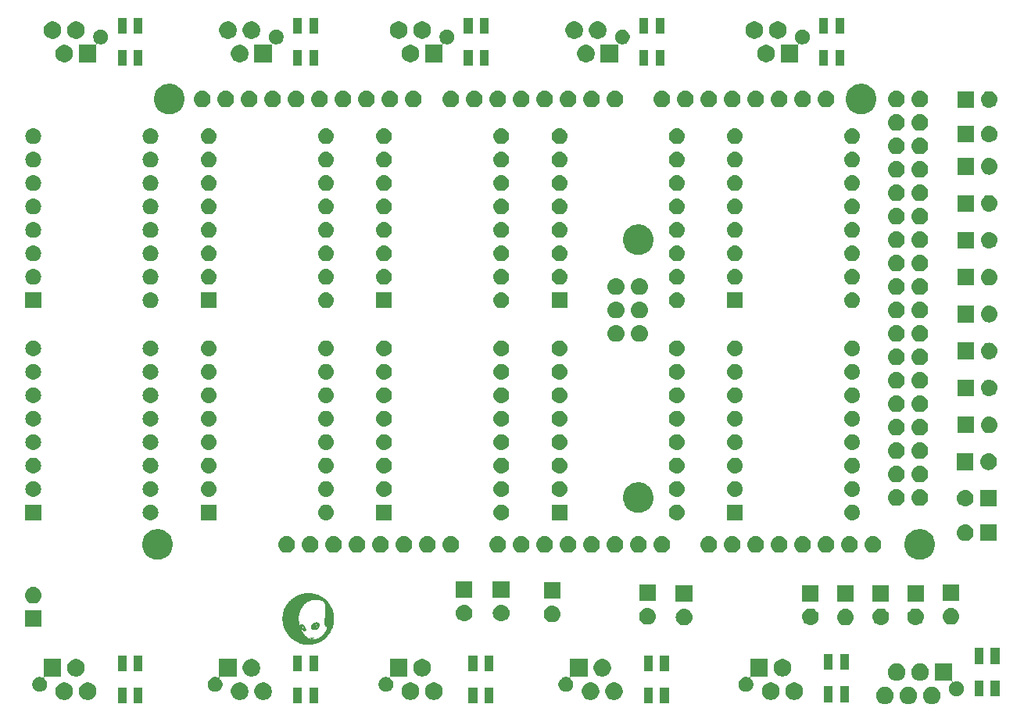
<source format=gbr>
G04 #@! TF.GenerationSoftware,KiCad,Pcbnew,5.1.2-f72e74a~84~ubuntu18.04.1*
G04 #@! TF.CreationDate,2019-06-28T13:57:40+02:00*
G04 #@! TF.ProjectId,shoulder_complex_control,73686f75-6c64-4657-925f-636f6d706c65,rev?*
G04 #@! TF.SameCoordinates,Original*
G04 #@! TF.FileFunction,Soldermask,Top*
G04 #@! TF.FilePolarity,Negative*
%FSLAX46Y46*%
G04 Gerber Fmt 4.6, Leading zero omitted, Abs format (unit mm)*
G04 Created by KiCad (PCBNEW 5.1.2-f72e74a~84~ubuntu18.04.1) date 2019-06-28 13:57:40*
%MOMM*%
%LPD*%
G04 APERTURE LIST*
%ADD10C,0.010000*%
%ADD11C,0.060000*%
%ADD12C,0.100000*%
G04 APERTURE END LIST*
D10*
G36*
X129668423Y-119401777D02*
G01*
X129706263Y-119405066D01*
X129726759Y-119408897D01*
X129778390Y-119425874D01*
X129823060Y-119449654D01*
X129860646Y-119479527D01*
X129891024Y-119514781D01*
X129914071Y-119554703D01*
X129929661Y-119598583D01*
X129937672Y-119645708D01*
X129937980Y-119695366D01*
X129930461Y-119746846D01*
X129914990Y-119799436D01*
X129891445Y-119852424D01*
X129859701Y-119905099D01*
X129821669Y-119954398D01*
X129772024Y-120005506D01*
X129717034Y-120050255D01*
X129657863Y-120088142D01*
X129595678Y-120118666D01*
X129531645Y-120141325D01*
X129466929Y-120155617D01*
X129402695Y-120161041D01*
X129348218Y-120158169D01*
X129293393Y-120147107D01*
X129244297Y-120128036D01*
X129201371Y-120101148D01*
X129182887Y-120085333D01*
X129151140Y-120051436D01*
X129128000Y-120016962D01*
X129112118Y-119979320D01*
X129102141Y-119935916D01*
X129100986Y-119928145D01*
X129098426Y-119873755D01*
X129105286Y-119818691D01*
X129120934Y-119763752D01*
X129134275Y-119733475D01*
X129499164Y-119733475D01*
X129501545Y-119755112D01*
X129514506Y-119799304D01*
X129535689Y-119838657D01*
X129564198Y-119872122D01*
X129599137Y-119898653D01*
X129639610Y-119917204D01*
X129640453Y-119917481D01*
X129660411Y-119921460D01*
X129687461Y-119923152D01*
X129705684Y-119922976D01*
X129729938Y-119921571D01*
X129748324Y-119918634D01*
X129765122Y-119913176D01*
X129782690Y-119905155D01*
X129819679Y-119881788D01*
X129850282Y-119851948D01*
X129873754Y-119817048D01*
X129889349Y-119778504D01*
X129896322Y-119737728D01*
X129893925Y-119696134D01*
X129893670Y-119694722D01*
X129880966Y-119652824D01*
X129859644Y-119614438D01*
X129830985Y-119581215D01*
X129796270Y-119554806D01*
X129777445Y-119544858D01*
X129747518Y-119535350D01*
X129712396Y-119530786D01*
X129675790Y-119531225D01*
X129641413Y-119536724D01*
X129623531Y-119542426D01*
X129588383Y-119561486D01*
X129557691Y-119587944D01*
X129532440Y-119620087D01*
X129513613Y-119656199D01*
X129502193Y-119694567D01*
X129499164Y-119733475D01*
X129134275Y-119733475D01*
X129144736Y-119709736D01*
X129176061Y-119657441D01*
X129214274Y-119607666D01*
X129258745Y-119561207D01*
X129308840Y-119518864D01*
X129363926Y-119481434D01*
X129423370Y-119449716D01*
X129486541Y-119424507D01*
X129504886Y-119418701D01*
X129541263Y-119410238D01*
X129582757Y-119404503D01*
X129626199Y-119401636D01*
X129668423Y-119401777D01*
X129668423Y-119401777D01*
G37*
X129668423Y-119401777D02*
X129706263Y-119405066D01*
X129726759Y-119408897D01*
X129778390Y-119425874D01*
X129823060Y-119449654D01*
X129860646Y-119479527D01*
X129891024Y-119514781D01*
X129914071Y-119554703D01*
X129929661Y-119598583D01*
X129937672Y-119645708D01*
X129937980Y-119695366D01*
X129930461Y-119746846D01*
X129914990Y-119799436D01*
X129891445Y-119852424D01*
X129859701Y-119905099D01*
X129821669Y-119954398D01*
X129772024Y-120005506D01*
X129717034Y-120050255D01*
X129657863Y-120088142D01*
X129595678Y-120118666D01*
X129531645Y-120141325D01*
X129466929Y-120155617D01*
X129402695Y-120161041D01*
X129348218Y-120158169D01*
X129293393Y-120147107D01*
X129244297Y-120128036D01*
X129201371Y-120101148D01*
X129182887Y-120085333D01*
X129151140Y-120051436D01*
X129128000Y-120016962D01*
X129112118Y-119979320D01*
X129102141Y-119935916D01*
X129100986Y-119928145D01*
X129098426Y-119873755D01*
X129105286Y-119818691D01*
X129120934Y-119763752D01*
X129134275Y-119733475D01*
X129499164Y-119733475D01*
X129501545Y-119755112D01*
X129514506Y-119799304D01*
X129535689Y-119838657D01*
X129564198Y-119872122D01*
X129599137Y-119898653D01*
X129639610Y-119917204D01*
X129640453Y-119917481D01*
X129660411Y-119921460D01*
X129687461Y-119923152D01*
X129705684Y-119922976D01*
X129729938Y-119921571D01*
X129748324Y-119918634D01*
X129765122Y-119913176D01*
X129782690Y-119905155D01*
X129819679Y-119881788D01*
X129850282Y-119851948D01*
X129873754Y-119817048D01*
X129889349Y-119778504D01*
X129896322Y-119737728D01*
X129893925Y-119696134D01*
X129893670Y-119694722D01*
X129880966Y-119652824D01*
X129859644Y-119614438D01*
X129830985Y-119581215D01*
X129796270Y-119554806D01*
X129777445Y-119544858D01*
X129747518Y-119535350D01*
X129712396Y-119530786D01*
X129675790Y-119531225D01*
X129641413Y-119536724D01*
X129623531Y-119542426D01*
X129588383Y-119561486D01*
X129557691Y-119587944D01*
X129532440Y-119620087D01*
X129513613Y-119656199D01*
X129502193Y-119694567D01*
X129499164Y-119733475D01*
X129134275Y-119733475D01*
X129144736Y-119709736D01*
X129176061Y-119657441D01*
X129214274Y-119607666D01*
X129258745Y-119561207D01*
X129308840Y-119518864D01*
X129363926Y-119481434D01*
X129423370Y-119449716D01*
X129486541Y-119424507D01*
X129504886Y-119418701D01*
X129541263Y-119410238D01*
X129582757Y-119404503D01*
X129626199Y-119401636D01*
X129668423Y-119401777D01*
G36*
X128043665Y-119592400D02*
G01*
X128061199Y-119594815D01*
X128077879Y-119600076D01*
X128096678Y-119608404D01*
X128146544Y-119636810D01*
X128196028Y-119674026D01*
X128244186Y-119718713D01*
X128290077Y-119769536D01*
X128332757Y-119825158D01*
X128371285Y-119884244D01*
X128404717Y-119945456D01*
X128432112Y-120007459D01*
X128452526Y-120068917D01*
X128465018Y-120128492D01*
X128465381Y-120131129D01*
X128468149Y-120174196D01*
X128464456Y-120212257D01*
X128454593Y-120244427D01*
X128438853Y-120269822D01*
X128417525Y-120287556D01*
X128413187Y-120289832D01*
X128385219Y-120298318D01*
X128353409Y-120299581D01*
X128321189Y-120293488D01*
X128320740Y-120293346D01*
X128277203Y-120275057D01*
X128232270Y-120247842D01*
X128186881Y-120212665D01*
X128141976Y-120170487D01*
X128098495Y-120122272D01*
X128057378Y-120068982D01*
X128019565Y-120011579D01*
X127985996Y-119951026D01*
X127985540Y-119950119D01*
X127960181Y-119895845D01*
X127951711Y-119873574D01*
X128105284Y-119873574D01*
X128105543Y-119901315D01*
X128108121Y-119929311D01*
X128112567Y-119952702D01*
X128122407Y-119982865D01*
X128136999Y-120017156D01*
X128154535Y-120051944D01*
X128173208Y-120083596D01*
X128188382Y-120105022D01*
X128219895Y-120140806D01*
X128251152Y-120168895D01*
X128281506Y-120189000D01*
X128310309Y-120200834D01*
X128336913Y-120204109D01*
X128360670Y-120198538D01*
X128376133Y-120188466D01*
X128390767Y-120171999D01*
X128400019Y-120152003D01*
X128404606Y-120126313D01*
X128405402Y-120100316D01*
X128401584Y-120061085D01*
X128391587Y-120020767D01*
X128376265Y-119980451D01*
X128356466Y-119941228D01*
X128333042Y-119904188D01*
X128306844Y-119870421D01*
X128278723Y-119841018D01*
X128249529Y-119817069D01*
X128220113Y-119799664D01*
X128191326Y-119789894D01*
X128164019Y-119788849D01*
X128162521Y-119789075D01*
X128140226Y-119797610D01*
X128121870Y-119814429D01*
X128111805Y-119831686D01*
X128107365Y-119849295D01*
X128105284Y-119873574D01*
X127951711Y-119873574D01*
X127941505Y-119846742D01*
X127928956Y-119800850D01*
X127921980Y-119756209D01*
X127920024Y-119718820D01*
X127920147Y-119693734D01*
X127921356Y-119675780D01*
X127924108Y-119661950D01*
X127928861Y-119649235D01*
X127931443Y-119643751D01*
X127942212Y-119626421D01*
X127955671Y-119610733D01*
X127961471Y-119605651D01*
X127971774Y-119598608D01*
X127981873Y-119594452D01*
X127994939Y-119592443D01*
X128014145Y-119591838D01*
X128020641Y-119591820D01*
X128043665Y-119592400D01*
X128043665Y-119592400D01*
G37*
X128043665Y-119592400D02*
X128061199Y-119594815D01*
X128077879Y-119600076D01*
X128096678Y-119608404D01*
X128146544Y-119636810D01*
X128196028Y-119674026D01*
X128244186Y-119718713D01*
X128290077Y-119769536D01*
X128332757Y-119825158D01*
X128371285Y-119884244D01*
X128404717Y-119945456D01*
X128432112Y-120007459D01*
X128452526Y-120068917D01*
X128465018Y-120128492D01*
X128465381Y-120131129D01*
X128468149Y-120174196D01*
X128464456Y-120212257D01*
X128454593Y-120244427D01*
X128438853Y-120269822D01*
X128417525Y-120287556D01*
X128413187Y-120289832D01*
X128385219Y-120298318D01*
X128353409Y-120299581D01*
X128321189Y-120293488D01*
X128320740Y-120293346D01*
X128277203Y-120275057D01*
X128232270Y-120247842D01*
X128186881Y-120212665D01*
X128141976Y-120170487D01*
X128098495Y-120122272D01*
X128057378Y-120068982D01*
X128019565Y-120011579D01*
X127985996Y-119951026D01*
X127985540Y-119950119D01*
X127960181Y-119895845D01*
X127951711Y-119873574D01*
X128105284Y-119873574D01*
X128105543Y-119901315D01*
X128108121Y-119929311D01*
X128112567Y-119952702D01*
X128122407Y-119982865D01*
X128136999Y-120017156D01*
X128154535Y-120051944D01*
X128173208Y-120083596D01*
X128188382Y-120105022D01*
X128219895Y-120140806D01*
X128251152Y-120168895D01*
X128281506Y-120189000D01*
X128310309Y-120200834D01*
X128336913Y-120204109D01*
X128360670Y-120198538D01*
X128376133Y-120188466D01*
X128390767Y-120171999D01*
X128400019Y-120152003D01*
X128404606Y-120126313D01*
X128405402Y-120100316D01*
X128401584Y-120061085D01*
X128391587Y-120020767D01*
X128376265Y-119980451D01*
X128356466Y-119941228D01*
X128333042Y-119904188D01*
X128306844Y-119870421D01*
X128278723Y-119841018D01*
X128249529Y-119817069D01*
X128220113Y-119799664D01*
X128191326Y-119789894D01*
X128164019Y-119788849D01*
X128162521Y-119789075D01*
X128140226Y-119797610D01*
X128121870Y-119814429D01*
X128111805Y-119831686D01*
X128107365Y-119849295D01*
X128105284Y-119873574D01*
X127951711Y-119873574D01*
X127941505Y-119846742D01*
X127928956Y-119800850D01*
X127921980Y-119756209D01*
X127920024Y-119718820D01*
X127920147Y-119693734D01*
X127921356Y-119675780D01*
X127924108Y-119661950D01*
X127928861Y-119649235D01*
X127931443Y-119643751D01*
X127942212Y-119626421D01*
X127955671Y-119610733D01*
X127961471Y-119605651D01*
X127971774Y-119598608D01*
X127981873Y-119594452D01*
X127994939Y-119592443D01*
X128014145Y-119591838D01*
X128020641Y-119591820D01*
X128043665Y-119592400D01*
D11*
G36*
X129374692Y-121031830D02*
G01*
X129378884Y-121037238D01*
X129379842Y-121045434D01*
X129375424Y-121050854D01*
X129363375Y-121058710D01*
X129345655Y-121068093D01*
X129324225Y-121078090D01*
X129301046Y-121087791D01*
X129278078Y-121096284D01*
X129257282Y-121102659D01*
X129255917Y-121103013D01*
X129212856Y-121110486D01*
X129164361Y-121112860D01*
X129113785Y-121110138D01*
X129067500Y-121102965D01*
X129040200Y-121097186D01*
X129021309Y-121092973D01*
X129009286Y-121089840D01*
X129002588Y-121087302D01*
X128999673Y-121084876D01*
X128998999Y-121082076D01*
X128998997Y-121081433D01*
X129000026Y-121073727D01*
X129003898Y-121069084D01*
X129012140Y-121067369D01*
X129026276Y-121068449D01*
X129047832Y-121072190D01*
X129064960Y-121075657D01*
X129123922Y-121085109D01*
X129177388Y-121087441D01*
X129227312Y-121082442D01*
X129275646Y-121069901D01*
X129324342Y-121049609D01*
X129329221Y-121047188D01*
X129351207Y-121036758D01*
X129365915Y-121031654D01*
X129374692Y-121031830D01*
X129374692Y-121031830D01*
G37*
X129374692Y-121031830D02*
X129378884Y-121037238D01*
X129379842Y-121045434D01*
X129375424Y-121050854D01*
X129363375Y-121058710D01*
X129345655Y-121068093D01*
X129324225Y-121078090D01*
X129301046Y-121087791D01*
X129278078Y-121096284D01*
X129257282Y-121102659D01*
X129255917Y-121103013D01*
X129212856Y-121110486D01*
X129164361Y-121112860D01*
X129113785Y-121110138D01*
X129067500Y-121102965D01*
X129040200Y-121097186D01*
X129021309Y-121092973D01*
X129009286Y-121089840D01*
X129002588Y-121087302D01*
X128999673Y-121084876D01*
X128998999Y-121082076D01*
X128998997Y-121081433D01*
X129000026Y-121073727D01*
X129003898Y-121069084D01*
X129012140Y-121067369D01*
X129026276Y-121068449D01*
X129047832Y-121072190D01*
X129064960Y-121075657D01*
X129123922Y-121085109D01*
X129177388Y-121087441D01*
X129227312Y-121082442D01*
X129275646Y-121069901D01*
X129324342Y-121049609D01*
X129329221Y-121047188D01*
X129351207Y-121036758D01*
X129365915Y-121031654D01*
X129374692Y-121031830D01*
D10*
G36*
X128861411Y-116247658D02*
G01*
X128910303Y-116249034D01*
X128951791Y-116251227D01*
X128954248Y-116251404D01*
X129120730Y-116268617D01*
X129284856Y-116295619D01*
X129446263Y-116332236D01*
X129604589Y-116378297D01*
X129759470Y-116433628D01*
X129910545Y-116498056D01*
X130057451Y-116571410D01*
X130199824Y-116653515D01*
X130337304Y-116744199D01*
X130469526Y-116843290D01*
X130596128Y-116950614D01*
X130716748Y-117065999D01*
X130761488Y-117112506D01*
X130872388Y-117237802D01*
X130974852Y-117368680D01*
X131068766Y-117504894D01*
X131154014Y-117646197D01*
X131230485Y-117792344D01*
X131298064Y-117943091D01*
X131356637Y-118098190D01*
X131406090Y-118257396D01*
X131446310Y-118420465D01*
X131477184Y-118587149D01*
X131491027Y-118687580D01*
X131493688Y-118715614D01*
X131496056Y-118752158D01*
X131498107Y-118795565D01*
X131499818Y-118844188D01*
X131501168Y-118896379D01*
X131502131Y-118950493D01*
X131502687Y-119004881D01*
X131502810Y-119057898D01*
X131502479Y-119107897D01*
X131501671Y-119153229D01*
X131500362Y-119192250D01*
X131498529Y-119223311D01*
X131498521Y-119223409D01*
X131480425Y-119387738D01*
X131452523Y-119549947D01*
X131415024Y-119709636D01*
X131368137Y-119866405D01*
X131312068Y-120019853D01*
X131247026Y-120169580D01*
X131173220Y-120315186D01*
X131090858Y-120456271D01*
X131000147Y-120592433D01*
X130901295Y-120723273D01*
X130794512Y-120848391D01*
X130680005Y-120967385D01*
X130557982Y-121079856D01*
X130513827Y-121117365D01*
X130382339Y-121220164D01*
X130245556Y-121314370D01*
X130103820Y-121399844D01*
X129957475Y-121476444D01*
X129806863Y-121544030D01*
X129652328Y-121602462D01*
X129494213Y-121651599D01*
X129332861Y-121691300D01*
X129168615Y-121721425D01*
X129001818Y-121741834D01*
X128986220Y-121743230D01*
X128954605Y-121745421D01*
X128915273Y-121747283D01*
X128870337Y-121748791D01*
X128821909Y-121749916D01*
X128772102Y-121750634D01*
X128723029Y-121750917D01*
X128676802Y-121750740D01*
X128635534Y-121750076D01*
X128601338Y-121748899D01*
X128588694Y-121748187D01*
X128419062Y-121732042D01*
X128252378Y-121706308D01*
X128088908Y-121671099D01*
X127928916Y-121626529D01*
X127772667Y-121572712D01*
X127620427Y-121509763D01*
X127472461Y-121437796D01*
X127329033Y-121356925D01*
X127190408Y-121267265D01*
X127056852Y-121168929D01*
X126928630Y-121062031D01*
X126867269Y-121006036D01*
X126748879Y-120887867D01*
X126638479Y-120763571D01*
X126536241Y-120633510D01*
X126442338Y-120498048D01*
X126356943Y-120357546D01*
X126280229Y-120212369D01*
X126212370Y-120062880D01*
X126153537Y-119909441D01*
X126103904Y-119752416D01*
X126063644Y-119592168D01*
X126032930Y-119429060D01*
X126011935Y-119263454D01*
X126006484Y-119199168D01*
X126004235Y-119158243D01*
X126002806Y-119109784D01*
X126002158Y-119055741D01*
X126002254Y-118998065D01*
X126002845Y-118954280D01*
X127685866Y-118954280D01*
X127686087Y-119014867D01*
X127686800Y-119067255D01*
X127688154Y-119113398D01*
X127690296Y-119155249D01*
X127693376Y-119194763D01*
X127697541Y-119233895D01*
X127702939Y-119274598D01*
X127709719Y-119318827D01*
X127716683Y-119360680D01*
X127741321Y-119485767D01*
X127773172Y-119615784D01*
X127811644Y-119749155D01*
X127856146Y-119884306D01*
X127906085Y-120019660D01*
X127960869Y-120153644D01*
X128019907Y-120284683D01*
X128082605Y-120411201D01*
X128148373Y-120531623D01*
X128172138Y-120572260D01*
X128197850Y-120614150D01*
X128222392Y-120651070D01*
X128247458Y-120685163D01*
X128274739Y-120718577D01*
X128305927Y-120753455D01*
X128342714Y-120791944D01*
X128356237Y-120805668D01*
X128424539Y-120872063D01*
X128490032Y-120930339D01*
X128554180Y-120981594D01*
X128618445Y-121026927D01*
X128684292Y-121067436D01*
X128753183Y-121104220D01*
X128755625Y-121105432D01*
X128822865Y-121136631D01*
X128890523Y-121163591D01*
X128959818Y-121186574D01*
X129031972Y-121205841D01*
X129108208Y-121221653D01*
X129189746Y-121234271D01*
X129277807Y-121243955D01*
X129373614Y-121250968D01*
X129454301Y-121254743D01*
X129468468Y-121254065D01*
X129489174Y-121251605D01*
X129513042Y-121247805D01*
X129526346Y-121245295D01*
X129632126Y-121218969D01*
X129736227Y-121182724D01*
X129838740Y-121136520D01*
X129939759Y-121080316D01*
X130018715Y-121028715D01*
X130054948Y-121002443D01*
X130095856Y-120971048D01*
X130140005Y-120935764D01*
X130185964Y-120897826D01*
X130232299Y-120858467D01*
X130277577Y-120818921D01*
X130320365Y-120780423D01*
X130359230Y-120744207D01*
X130392740Y-120711506D01*
X130419357Y-120683669D01*
X130469078Y-120626571D01*
X130518026Y-120565833D01*
X130565342Y-120502772D01*
X130610168Y-120438702D01*
X130651646Y-120374939D01*
X130688916Y-120312800D01*
X130721120Y-120253600D01*
X130747399Y-120198654D01*
X130765547Y-120153160D01*
X130777166Y-120116683D01*
X130783669Y-120086920D01*
X130785291Y-120061946D01*
X130782266Y-120039838D01*
X130780229Y-120032655D01*
X130771899Y-119999183D01*
X130765174Y-119955850D01*
X130760045Y-119902582D01*
X130758557Y-119880480D01*
X130756914Y-119857285D01*
X130755091Y-119837827D01*
X130753327Y-119824354D01*
X130752048Y-119819279D01*
X130745985Y-119815091D01*
X130733461Y-119808816D01*
X130721213Y-119803494D01*
X130685191Y-119785805D01*
X130655050Y-119764111D01*
X130630055Y-119737333D01*
X130609472Y-119704396D01*
X130592567Y-119664221D01*
X130578606Y-119615733D01*
X130571731Y-119584200D01*
X130563109Y-119529984D01*
X130556872Y-119467299D01*
X130553003Y-119397547D01*
X130551488Y-119322131D01*
X130552310Y-119242453D01*
X130555454Y-119159917D01*
X130560904Y-119075924D01*
X130568644Y-118991878D01*
X130578658Y-118909181D01*
X130579391Y-118903857D01*
X130587683Y-118852621D01*
X130598851Y-118798523D01*
X130613299Y-118739881D01*
X130631436Y-118675012D01*
X130647507Y-118621894D01*
X130658001Y-118586596D01*
X130664749Y-118560223D01*
X130667856Y-118542298D01*
X130667630Y-118532994D01*
X130666992Y-118525817D01*
X130666273Y-118509339D01*
X130665490Y-118484422D01*
X130664662Y-118451926D01*
X130663807Y-118412708D01*
X130662943Y-118367631D01*
X130662087Y-118317553D01*
X130661258Y-118263335D01*
X130660474Y-118205836D01*
X130660024Y-118169420D01*
X130659099Y-118094866D01*
X130658178Y-118029436D01*
X130657209Y-117972094D01*
X130656143Y-117921802D01*
X130654928Y-117877525D01*
X130653514Y-117838228D01*
X130651851Y-117802872D01*
X130649886Y-117770422D01*
X130647570Y-117739843D01*
X130644853Y-117710097D01*
X130641682Y-117680148D01*
X130638009Y-117648961D01*
X130633781Y-117615498D01*
X130632415Y-117604995D01*
X130623450Y-117542533D01*
X130612637Y-117477182D01*
X130600663Y-117412772D01*
X130588216Y-117353131D01*
X130583201Y-117331220D01*
X130577194Y-117305740D01*
X130571859Y-117283078D01*
X130567719Y-117265465D01*
X130565300Y-117255135D01*
X130565099Y-117254273D01*
X130559514Y-117244596D01*
X130546770Y-117230140D01*
X130528059Y-117211912D01*
X130504573Y-117190920D01*
X130477505Y-117168170D01*
X130448047Y-117144671D01*
X130417391Y-117121430D01*
X130386729Y-117099454D01*
X130362900Y-117083398D01*
X130269663Y-117028561D01*
X130170366Y-116981665D01*
X130064885Y-116942665D01*
X129953099Y-116911515D01*
X129834885Y-116888173D01*
X129824420Y-116886529D01*
X129779797Y-116880994D01*
X129727546Y-116876733D01*
X129670123Y-116873789D01*
X129609984Y-116872208D01*
X129549587Y-116872036D01*
X129491389Y-116873316D01*
X129437846Y-116876094D01*
X129405320Y-116878864D01*
X129268305Y-116896876D01*
X129136889Y-116922248D01*
X129011374Y-116954863D01*
X128892065Y-116994607D01*
X128779262Y-117041362D01*
X128673270Y-117095014D01*
X128574391Y-117155447D01*
X128482928Y-117222544D01*
X128462307Y-117239465D01*
X128429118Y-117268484D01*
X128396726Y-117299428D01*
X128363635Y-117333870D01*
X128328349Y-117373378D01*
X128289372Y-117419524D01*
X128280517Y-117430280D01*
X128176906Y-117562732D01*
X128083379Y-117695187D01*
X127999858Y-117827797D01*
X127926268Y-117960716D01*
X127862533Y-118094098D01*
X127808577Y-118228098D01*
X127764324Y-118362867D01*
X127729697Y-118498561D01*
X127714339Y-118575820D01*
X127706862Y-118618964D01*
X127700787Y-118657561D01*
X127695975Y-118693452D01*
X127692287Y-118728477D01*
X127689585Y-118764477D01*
X127687730Y-118803291D01*
X127686585Y-118846762D01*
X127686009Y-118896729D01*
X127685866Y-118954280D01*
X126002845Y-118954280D01*
X126003056Y-118938704D01*
X126004526Y-118879611D01*
X126006624Y-118822735D01*
X126009314Y-118770027D01*
X126012556Y-118723437D01*
X126016314Y-118684915D01*
X126016582Y-118682680D01*
X126042056Y-118513148D01*
X126076728Y-118347926D01*
X126120629Y-118186938D01*
X126173792Y-118030112D01*
X126236249Y-117877374D01*
X126308030Y-117728650D01*
X126389169Y-117583866D01*
X126479697Y-117442948D01*
X126579646Y-117305822D01*
X126647157Y-117221718D01*
X126672254Y-117192734D01*
X126703460Y-117158564D01*
X126739254Y-117120728D01*
X126778116Y-117080747D01*
X126818523Y-117040143D01*
X126858955Y-117000438D01*
X126897890Y-116963151D01*
X126933808Y-116929805D01*
X126965186Y-116901920D01*
X126976798Y-116892077D01*
X127093126Y-116799763D01*
X127210135Y-116716075D01*
X127329986Y-116639586D01*
X127454836Y-116568870D01*
X127507940Y-116541230D01*
X127653201Y-116472517D01*
X127800453Y-116413076D01*
X127950545Y-116362650D01*
X128104324Y-116320984D01*
X128262640Y-116287823D01*
X128426342Y-116262911D01*
X128437760Y-116261502D01*
X128475674Y-116257711D01*
X128521787Y-116254433D01*
X128574148Y-116251705D01*
X128630806Y-116249566D01*
X128689812Y-116248054D01*
X128749215Y-116247206D01*
X128807065Y-116247062D01*
X128861411Y-116247658D01*
X128861411Y-116247658D01*
G37*
X128861411Y-116247658D02*
X128910303Y-116249034D01*
X128951791Y-116251227D01*
X128954248Y-116251404D01*
X129120730Y-116268617D01*
X129284856Y-116295619D01*
X129446263Y-116332236D01*
X129604589Y-116378297D01*
X129759470Y-116433628D01*
X129910545Y-116498056D01*
X130057451Y-116571410D01*
X130199824Y-116653515D01*
X130337304Y-116744199D01*
X130469526Y-116843290D01*
X130596128Y-116950614D01*
X130716748Y-117065999D01*
X130761488Y-117112506D01*
X130872388Y-117237802D01*
X130974852Y-117368680D01*
X131068766Y-117504894D01*
X131154014Y-117646197D01*
X131230485Y-117792344D01*
X131298064Y-117943091D01*
X131356637Y-118098190D01*
X131406090Y-118257396D01*
X131446310Y-118420465D01*
X131477184Y-118587149D01*
X131491027Y-118687580D01*
X131493688Y-118715614D01*
X131496056Y-118752158D01*
X131498107Y-118795565D01*
X131499818Y-118844188D01*
X131501168Y-118896379D01*
X131502131Y-118950493D01*
X131502687Y-119004881D01*
X131502810Y-119057898D01*
X131502479Y-119107897D01*
X131501671Y-119153229D01*
X131500362Y-119192250D01*
X131498529Y-119223311D01*
X131498521Y-119223409D01*
X131480425Y-119387738D01*
X131452523Y-119549947D01*
X131415024Y-119709636D01*
X131368137Y-119866405D01*
X131312068Y-120019853D01*
X131247026Y-120169580D01*
X131173220Y-120315186D01*
X131090858Y-120456271D01*
X131000147Y-120592433D01*
X130901295Y-120723273D01*
X130794512Y-120848391D01*
X130680005Y-120967385D01*
X130557982Y-121079856D01*
X130513827Y-121117365D01*
X130382339Y-121220164D01*
X130245556Y-121314370D01*
X130103820Y-121399844D01*
X129957475Y-121476444D01*
X129806863Y-121544030D01*
X129652328Y-121602462D01*
X129494213Y-121651599D01*
X129332861Y-121691300D01*
X129168615Y-121721425D01*
X129001818Y-121741834D01*
X128986220Y-121743230D01*
X128954605Y-121745421D01*
X128915273Y-121747283D01*
X128870337Y-121748791D01*
X128821909Y-121749916D01*
X128772102Y-121750634D01*
X128723029Y-121750917D01*
X128676802Y-121750740D01*
X128635534Y-121750076D01*
X128601338Y-121748899D01*
X128588694Y-121748187D01*
X128419062Y-121732042D01*
X128252378Y-121706308D01*
X128088908Y-121671099D01*
X127928916Y-121626529D01*
X127772667Y-121572712D01*
X127620427Y-121509763D01*
X127472461Y-121437796D01*
X127329033Y-121356925D01*
X127190408Y-121267265D01*
X127056852Y-121168929D01*
X126928630Y-121062031D01*
X126867269Y-121006036D01*
X126748879Y-120887867D01*
X126638479Y-120763571D01*
X126536241Y-120633510D01*
X126442338Y-120498048D01*
X126356943Y-120357546D01*
X126280229Y-120212369D01*
X126212370Y-120062880D01*
X126153537Y-119909441D01*
X126103904Y-119752416D01*
X126063644Y-119592168D01*
X126032930Y-119429060D01*
X126011935Y-119263454D01*
X126006484Y-119199168D01*
X126004235Y-119158243D01*
X126002806Y-119109784D01*
X126002158Y-119055741D01*
X126002254Y-118998065D01*
X126002845Y-118954280D01*
X127685866Y-118954280D01*
X127686087Y-119014867D01*
X127686800Y-119067255D01*
X127688154Y-119113398D01*
X127690296Y-119155249D01*
X127693376Y-119194763D01*
X127697541Y-119233895D01*
X127702939Y-119274598D01*
X127709719Y-119318827D01*
X127716683Y-119360680D01*
X127741321Y-119485767D01*
X127773172Y-119615784D01*
X127811644Y-119749155D01*
X127856146Y-119884306D01*
X127906085Y-120019660D01*
X127960869Y-120153644D01*
X128019907Y-120284683D01*
X128082605Y-120411201D01*
X128148373Y-120531623D01*
X128172138Y-120572260D01*
X128197850Y-120614150D01*
X128222392Y-120651070D01*
X128247458Y-120685163D01*
X128274739Y-120718577D01*
X128305927Y-120753455D01*
X128342714Y-120791944D01*
X128356237Y-120805668D01*
X128424539Y-120872063D01*
X128490032Y-120930339D01*
X128554180Y-120981594D01*
X128618445Y-121026927D01*
X128684292Y-121067436D01*
X128753183Y-121104220D01*
X128755625Y-121105432D01*
X128822865Y-121136631D01*
X128890523Y-121163591D01*
X128959818Y-121186574D01*
X129031972Y-121205841D01*
X129108208Y-121221653D01*
X129189746Y-121234271D01*
X129277807Y-121243955D01*
X129373614Y-121250968D01*
X129454301Y-121254743D01*
X129468468Y-121254065D01*
X129489174Y-121251605D01*
X129513042Y-121247805D01*
X129526346Y-121245295D01*
X129632126Y-121218969D01*
X129736227Y-121182724D01*
X129838740Y-121136520D01*
X129939759Y-121080316D01*
X130018715Y-121028715D01*
X130054948Y-121002443D01*
X130095856Y-120971048D01*
X130140005Y-120935764D01*
X130185964Y-120897826D01*
X130232299Y-120858467D01*
X130277577Y-120818921D01*
X130320365Y-120780423D01*
X130359230Y-120744207D01*
X130392740Y-120711506D01*
X130419357Y-120683669D01*
X130469078Y-120626571D01*
X130518026Y-120565833D01*
X130565342Y-120502772D01*
X130610168Y-120438702D01*
X130651646Y-120374939D01*
X130688916Y-120312800D01*
X130721120Y-120253600D01*
X130747399Y-120198654D01*
X130765547Y-120153160D01*
X130777166Y-120116683D01*
X130783669Y-120086920D01*
X130785291Y-120061946D01*
X130782266Y-120039838D01*
X130780229Y-120032655D01*
X130771899Y-119999183D01*
X130765174Y-119955850D01*
X130760045Y-119902582D01*
X130758557Y-119880480D01*
X130756914Y-119857285D01*
X130755091Y-119837827D01*
X130753327Y-119824354D01*
X130752048Y-119819279D01*
X130745985Y-119815091D01*
X130733461Y-119808816D01*
X130721213Y-119803494D01*
X130685191Y-119785805D01*
X130655050Y-119764111D01*
X130630055Y-119737333D01*
X130609472Y-119704396D01*
X130592567Y-119664221D01*
X130578606Y-119615733D01*
X130571731Y-119584200D01*
X130563109Y-119529984D01*
X130556872Y-119467299D01*
X130553003Y-119397547D01*
X130551488Y-119322131D01*
X130552310Y-119242453D01*
X130555454Y-119159917D01*
X130560904Y-119075924D01*
X130568644Y-118991878D01*
X130578658Y-118909181D01*
X130579391Y-118903857D01*
X130587683Y-118852621D01*
X130598851Y-118798523D01*
X130613299Y-118739881D01*
X130631436Y-118675012D01*
X130647507Y-118621894D01*
X130658001Y-118586596D01*
X130664749Y-118560223D01*
X130667856Y-118542298D01*
X130667630Y-118532994D01*
X130666992Y-118525817D01*
X130666273Y-118509339D01*
X130665490Y-118484422D01*
X130664662Y-118451926D01*
X130663807Y-118412708D01*
X130662943Y-118367631D01*
X130662087Y-118317553D01*
X130661258Y-118263335D01*
X130660474Y-118205836D01*
X130660024Y-118169420D01*
X130659099Y-118094866D01*
X130658178Y-118029436D01*
X130657209Y-117972094D01*
X130656143Y-117921802D01*
X130654928Y-117877525D01*
X130653514Y-117838228D01*
X130651851Y-117802872D01*
X130649886Y-117770422D01*
X130647570Y-117739843D01*
X130644853Y-117710097D01*
X130641682Y-117680148D01*
X130638009Y-117648961D01*
X130633781Y-117615498D01*
X130632415Y-117604995D01*
X130623450Y-117542533D01*
X130612637Y-117477182D01*
X130600663Y-117412772D01*
X130588216Y-117353131D01*
X130583201Y-117331220D01*
X130577194Y-117305740D01*
X130571859Y-117283078D01*
X130567719Y-117265465D01*
X130565300Y-117255135D01*
X130565099Y-117254273D01*
X130559514Y-117244596D01*
X130546770Y-117230140D01*
X130528059Y-117211912D01*
X130504573Y-117190920D01*
X130477505Y-117168170D01*
X130448047Y-117144671D01*
X130417391Y-117121430D01*
X130386729Y-117099454D01*
X130362900Y-117083398D01*
X130269663Y-117028561D01*
X130170366Y-116981665D01*
X130064885Y-116942665D01*
X129953099Y-116911515D01*
X129834885Y-116888173D01*
X129824420Y-116886529D01*
X129779797Y-116880994D01*
X129727546Y-116876733D01*
X129670123Y-116873789D01*
X129609984Y-116872208D01*
X129549587Y-116872036D01*
X129491389Y-116873316D01*
X129437846Y-116876094D01*
X129405320Y-116878864D01*
X129268305Y-116896876D01*
X129136889Y-116922248D01*
X129011374Y-116954863D01*
X128892065Y-116994607D01*
X128779262Y-117041362D01*
X128673270Y-117095014D01*
X128574391Y-117155447D01*
X128482928Y-117222544D01*
X128462307Y-117239465D01*
X128429118Y-117268484D01*
X128396726Y-117299428D01*
X128363635Y-117333870D01*
X128328349Y-117373378D01*
X128289372Y-117419524D01*
X128280517Y-117430280D01*
X128176906Y-117562732D01*
X128083379Y-117695187D01*
X127999858Y-117827797D01*
X127926268Y-117960716D01*
X127862533Y-118094098D01*
X127808577Y-118228098D01*
X127764324Y-118362867D01*
X127729697Y-118498561D01*
X127714339Y-118575820D01*
X127706862Y-118618964D01*
X127700787Y-118657561D01*
X127695975Y-118693452D01*
X127692287Y-118728477D01*
X127689585Y-118764477D01*
X127687730Y-118803291D01*
X127686585Y-118846762D01*
X127686009Y-118896729D01*
X127685866Y-118954280D01*
X126002845Y-118954280D01*
X126003056Y-118938704D01*
X126004526Y-118879611D01*
X126006624Y-118822735D01*
X126009314Y-118770027D01*
X126012556Y-118723437D01*
X126016314Y-118684915D01*
X126016582Y-118682680D01*
X126042056Y-118513148D01*
X126076728Y-118347926D01*
X126120629Y-118186938D01*
X126173792Y-118030112D01*
X126236249Y-117877374D01*
X126308030Y-117728650D01*
X126389169Y-117583866D01*
X126479697Y-117442948D01*
X126579646Y-117305822D01*
X126647157Y-117221718D01*
X126672254Y-117192734D01*
X126703460Y-117158564D01*
X126739254Y-117120728D01*
X126778116Y-117080747D01*
X126818523Y-117040143D01*
X126858955Y-117000438D01*
X126897890Y-116963151D01*
X126933808Y-116929805D01*
X126965186Y-116901920D01*
X126976798Y-116892077D01*
X127093126Y-116799763D01*
X127210135Y-116716075D01*
X127329986Y-116639586D01*
X127454836Y-116568870D01*
X127507940Y-116541230D01*
X127653201Y-116472517D01*
X127800453Y-116413076D01*
X127950545Y-116362650D01*
X128104324Y-116320984D01*
X128262640Y-116287823D01*
X128426342Y-116262911D01*
X128437760Y-116261502D01*
X128475674Y-116257711D01*
X128521787Y-116254433D01*
X128574148Y-116251705D01*
X128630806Y-116249566D01*
X128689812Y-116248054D01*
X128749215Y-116247206D01*
X128807065Y-116247062D01*
X128861411Y-116247658D01*
G36*
X128274466Y-119929926D02*
G01*
X128289554Y-119941333D01*
X128291789Y-119943610D01*
X128307997Y-119964076D01*
X128321303Y-119987188D01*
X128331395Y-120011348D01*
X128337961Y-120034960D01*
X128340691Y-120056426D01*
X128339274Y-120074150D01*
X128333397Y-120086535D01*
X128322750Y-120091983D01*
X128320740Y-120092103D01*
X128313319Y-120089690D01*
X128301818Y-120083702D01*
X128300097Y-120082671D01*
X128283099Y-120067908D01*
X128267367Y-120046401D01*
X128253917Y-120020683D01*
X128243764Y-119993289D01*
X128237921Y-119966754D01*
X128237405Y-119943613D01*
X128240003Y-119932595D01*
X128247422Y-119925074D01*
X128259666Y-119924345D01*
X128274466Y-119929926D01*
X128274466Y-119929926D01*
G37*
X128274466Y-119929926D02*
X128289554Y-119941333D01*
X128291789Y-119943610D01*
X128307997Y-119964076D01*
X128321303Y-119987188D01*
X128331395Y-120011348D01*
X128337961Y-120034960D01*
X128340691Y-120056426D01*
X128339274Y-120074150D01*
X128333397Y-120086535D01*
X128322750Y-120091983D01*
X128320740Y-120092103D01*
X128313319Y-120089690D01*
X128301818Y-120083702D01*
X128300097Y-120082671D01*
X128283099Y-120067908D01*
X128267367Y-120046401D01*
X128253917Y-120020683D01*
X128243764Y-119993289D01*
X128237921Y-119966754D01*
X128237405Y-119943613D01*
X128240003Y-119932595D01*
X128247422Y-119925074D01*
X128259666Y-119924345D01*
X128274466Y-119929926D01*
G36*
X129713667Y-119651102D02*
G01*
X129726744Y-119654493D01*
X129738048Y-119661622D01*
X129740392Y-119663545D01*
X129759692Y-119685382D01*
X129769619Y-119709859D01*
X129769926Y-119735768D01*
X129760441Y-119761765D01*
X129746012Y-119780859D01*
X129727537Y-119792325D01*
X129703024Y-119797210D01*
X129692228Y-119797560D01*
X129674829Y-119796947D01*
X129663155Y-119793934D01*
X129652794Y-119786758D01*
X129643903Y-119778259D01*
X129627278Y-119755369D01*
X129619936Y-119730434D01*
X129621832Y-119705206D01*
X129632919Y-119681436D01*
X129646859Y-119665951D01*
X129658713Y-119656754D01*
X129670030Y-119652033D01*
X129685130Y-119650369D01*
X129694667Y-119650240D01*
X129713667Y-119651102D01*
X129713667Y-119651102D01*
G37*
X129713667Y-119651102D02*
X129726744Y-119654493D01*
X129738048Y-119661622D01*
X129740392Y-119663545D01*
X129759692Y-119685382D01*
X129769619Y-119709859D01*
X129769926Y-119735768D01*
X129760441Y-119761765D01*
X129746012Y-119780859D01*
X129727537Y-119792325D01*
X129703024Y-119797210D01*
X129692228Y-119797560D01*
X129674829Y-119796947D01*
X129663155Y-119793934D01*
X129652794Y-119786758D01*
X129643903Y-119778259D01*
X129627278Y-119755369D01*
X129619936Y-119730434D01*
X129621832Y-119705206D01*
X129632919Y-119681436D01*
X129646859Y-119665951D01*
X129658713Y-119656754D01*
X129670030Y-119652033D01*
X129685130Y-119650369D01*
X129694667Y-119650240D01*
X129713667Y-119651102D01*
D12*
G36*
X191527395Y-126426746D02*
G01*
X191700466Y-126498434D01*
X191718732Y-126510639D01*
X191856227Y-126602510D01*
X191988690Y-126734973D01*
X192017129Y-126777535D01*
X192092766Y-126890734D01*
X192164454Y-127063805D01*
X192201000Y-127247533D01*
X192201000Y-127434867D01*
X192164454Y-127618595D01*
X192092766Y-127791666D01*
X192092765Y-127791667D01*
X191988690Y-127947427D01*
X191856227Y-128079890D01*
X191777818Y-128132281D01*
X191700466Y-128183966D01*
X191527395Y-128255654D01*
X191343667Y-128292200D01*
X191156333Y-128292200D01*
X190972605Y-128255654D01*
X190799534Y-128183966D01*
X190722182Y-128132281D01*
X190643773Y-128079890D01*
X190511310Y-127947427D01*
X190407235Y-127791667D01*
X190407234Y-127791666D01*
X190335546Y-127618595D01*
X190299000Y-127434867D01*
X190299000Y-127247533D01*
X190335546Y-127063805D01*
X190407234Y-126890734D01*
X190482871Y-126777535D01*
X190511310Y-126734973D01*
X190643773Y-126602510D01*
X190781268Y-126510639D01*
X190799534Y-126498434D01*
X190972605Y-126426746D01*
X191156333Y-126390200D01*
X191343667Y-126390200D01*
X191527395Y-126426746D01*
X191527395Y-126426746D01*
G37*
G36*
X194067395Y-126426746D02*
G01*
X194240466Y-126498434D01*
X194258732Y-126510639D01*
X194396227Y-126602510D01*
X194528690Y-126734973D01*
X194557129Y-126777535D01*
X194632766Y-126890734D01*
X194704454Y-127063805D01*
X194741000Y-127247533D01*
X194741000Y-127434867D01*
X194704454Y-127618595D01*
X194632766Y-127791666D01*
X194632765Y-127791667D01*
X194528690Y-127947427D01*
X194396227Y-128079890D01*
X194317818Y-128132281D01*
X194240466Y-128183966D01*
X194067395Y-128255654D01*
X193883667Y-128292200D01*
X193696333Y-128292200D01*
X193512605Y-128255654D01*
X193339534Y-128183966D01*
X193262182Y-128132281D01*
X193183773Y-128079890D01*
X193051310Y-127947427D01*
X192947235Y-127791667D01*
X192947234Y-127791666D01*
X192875546Y-127618595D01*
X192839000Y-127434867D01*
X192839000Y-127247533D01*
X192875546Y-127063805D01*
X192947234Y-126890734D01*
X193022871Y-126777535D01*
X193051310Y-126734973D01*
X193183773Y-126602510D01*
X193321268Y-126510639D01*
X193339534Y-126498434D01*
X193512605Y-126426746D01*
X193696333Y-126390200D01*
X193883667Y-126390200D01*
X194067395Y-126426746D01*
X194067395Y-126426746D01*
G37*
G36*
X196607395Y-126426746D02*
G01*
X196780466Y-126498434D01*
X196798732Y-126510639D01*
X196936227Y-126602510D01*
X197068690Y-126734973D01*
X197097129Y-126777535D01*
X197172766Y-126890734D01*
X197244454Y-127063805D01*
X197281000Y-127247533D01*
X197281000Y-127434867D01*
X197244454Y-127618595D01*
X197172766Y-127791666D01*
X197172765Y-127791667D01*
X197068690Y-127947427D01*
X196936227Y-128079890D01*
X196857818Y-128132281D01*
X196780466Y-128183966D01*
X196607395Y-128255654D01*
X196423667Y-128292200D01*
X196236333Y-128292200D01*
X196052605Y-128255654D01*
X195879534Y-128183966D01*
X195802182Y-128132281D01*
X195723773Y-128079890D01*
X195591310Y-127947427D01*
X195487235Y-127791667D01*
X195487234Y-127791666D01*
X195415546Y-127618595D01*
X195379000Y-127434867D01*
X195379000Y-127247533D01*
X195415546Y-127063805D01*
X195487234Y-126890734D01*
X195562871Y-126777535D01*
X195591310Y-126734973D01*
X195723773Y-126602510D01*
X195861268Y-126510639D01*
X195879534Y-126498434D01*
X196052605Y-126426746D01*
X196236333Y-126390200D01*
X196423667Y-126390200D01*
X196607395Y-126426746D01*
X196607395Y-126426746D01*
G37*
G36*
X147101000Y-128202200D02*
G01*
X146149000Y-128202200D01*
X146149000Y-126500200D01*
X147101000Y-126500200D01*
X147101000Y-128202200D01*
X147101000Y-128202200D01*
G37*
G36*
X110851000Y-128202200D02*
G01*
X109899000Y-128202200D01*
X109899000Y-126500200D01*
X110851000Y-126500200D01*
X110851000Y-128202200D01*
X110851000Y-128202200D01*
G37*
G36*
X109101000Y-128202200D02*
G01*
X108149000Y-128202200D01*
X108149000Y-126500200D01*
X109101000Y-126500200D01*
X109101000Y-128202200D01*
X109101000Y-128202200D01*
G37*
G36*
X129851000Y-128202200D02*
G01*
X128899000Y-128202200D01*
X128899000Y-126500200D01*
X129851000Y-126500200D01*
X129851000Y-128202200D01*
X129851000Y-128202200D01*
G37*
G36*
X128101000Y-128202200D02*
G01*
X127149000Y-128202200D01*
X127149000Y-126500200D01*
X128101000Y-126500200D01*
X128101000Y-128202200D01*
X128101000Y-128202200D01*
G37*
G36*
X148851000Y-128202200D02*
G01*
X147899000Y-128202200D01*
X147899000Y-126500200D01*
X148851000Y-126500200D01*
X148851000Y-128202200D01*
X148851000Y-128202200D01*
G37*
G36*
X167851000Y-128202200D02*
G01*
X166899000Y-128202200D01*
X166899000Y-126500200D01*
X167851000Y-126500200D01*
X167851000Y-128202200D01*
X167851000Y-128202200D01*
G37*
G36*
X166101000Y-128202200D02*
G01*
X165149000Y-128202200D01*
X165149000Y-126500200D01*
X166101000Y-126500200D01*
X166101000Y-128202200D01*
X166101000Y-128202200D01*
G37*
G36*
X187351000Y-128046801D02*
G01*
X186399000Y-128046801D01*
X186399000Y-126344801D01*
X187351000Y-126344801D01*
X187351000Y-128046801D01*
X187351000Y-128046801D01*
G37*
G36*
X185601000Y-128046801D02*
G01*
X184649000Y-128046801D01*
X184649000Y-126344801D01*
X185601000Y-126344801D01*
X185601000Y-128046801D01*
X185601000Y-128046801D01*
G37*
G36*
X121642395Y-125956746D02*
G01*
X121815466Y-126028434D01*
X121815467Y-126028435D01*
X121971227Y-126132510D01*
X122103690Y-126264973D01*
X122103691Y-126264975D01*
X122207766Y-126420734D01*
X122279454Y-126593805D01*
X122316000Y-126777533D01*
X122316000Y-126964867D01*
X122279454Y-127148595D01*
X122207766Y-127321666D01*
X122207765Y-127321667D01*
X122103690Y-127477427D01*
X121971227Y-127609890D01*
X121958199Y-127618595D01*
X121815466Y-127713966D01*
X121642395Y-127785654D01*
X121458667Y-127822200D01*
X121271333Y-127822200D01*
X121087605Y-127785654D01*
X120914534Y-127713966D01*
X120771801Y-127618595D01*
X120758773Y-127609890D01*
X120626310Y-127477427D01*
X120522235Y-127321667D01*
X120522234Y-127321666D01*
X120450546Y-127148595D01*
X120414000Y-126964867D01*
X120414000Y-126777533D01*
X120450546Y-126593805D01*
X120522234Y-126420734D01*
X120626309Y-126264975D01*
X120626310Y-126264973D01*
X120758773Y-126132510D01*
X120914533Y-126028435D01*
X120914534Y-126028434D01*
X121087605Y-125956746D01*
X121271333Y-125920200D01*
X121458667Y-125920200D01*
X121642395Y-125956746D01*
X121642395Y-125956746D01*
G37*
G36*
X159642395Y-125956746D02*
G01*
X159815466Y-126028434D01*
X159815467Y-126028435D01*
X159971227Y-126132510D01*
X160103690Y-126264973D01*
X160103691Y-126264975D01*
X160207766Y-126420734D01*
X160279454Y-126593805D01*
X160316000Y-126777533D01*
X160316000Y-126964867D01*
X160279454Y-127148595D01*
X160207766Y-127321666D01*
X160207765Y-127321667D01*
X160103690Y-127477427D01*
X159971227Y-127609890D01*
X159958199Y-127618595D01*
X159815466Y-127713966D01*
X159642395Y-127785654D01*
X159458667Y-127822200D01*
X159271333Y-127822200D01*
X159087605Y-127785654D01*
X158914534Y-127713966D01*
X158771801Y-127618595D01*
X158758773Y-127609890D01*
X158626310Y-127477427D01*
X158522235Y-127321667D01*
X158522234Y-127321666D01*
X158450546Y-127148595D01*
X158414000Y-126964867D01*
X158414000Y-126777533D01*
X158450546Y-126593805D01*
X158522234Y-126420734D01*
X158626309Y-126264975D01*
X158626310Y-126264973D01*
X158758773Y-126132510D01*
X158914533Y-126028435D01*
X158914534Y-126028434D01*
X159087605Y-125956746D01*
X159271333Y-125920200D01*
X159458667Y-125920200D01*
X159642395Y-125956746D01*
X159642395Y-125956746D01*
G37*
G36*
X142682395Y-125956746D02*
G01*
X142855466Y-126028434D01*
X142855467Y-126028435D01*
X143011227Y-126132510D01*
X143143690Y-126264973D01*
X143143691Y-126264975D01*
X143247766Y-126420734D01*
X143319454Y-126593805D01*
X143356000Y-126777533D01*
X143356000Y-126964867D01*
X143319454Y-127148595D01*
X143247766Y-127321666D01*
X143247765Y-127321667D01*
X143143690Y-127477427D01*
X143011227Y-127609890D01*
X142998199Y-127618595D01*
X142855466Y-127713966D01*
X142682395Y-127785654D01*
X142498667Y-127822200D01*
X142311333Y-127822200D01*
X142127605Y-127785654D01*
X141954534Y-127713966D01*
X141811801Y-127618595D01*
X141798773Y-127609890D01*
X141666310Y-127477427D01*
X141562235Y-127321667D01*
X141562234Y-127321666D01*
X141490546Y-127148595D01*
X141454000Y-126964867D01*
X141454000Y-126777533D01*
X141490546Y-126593805D01*
X141562234Y-126420734D01*
X141666309Y-126264975D01*
X141666310Y-126264973D01*
X141798773Y-126132510D01*
X141954533Y-126028435D01*
X141954534Y-126028434D01*
X142127605Y-125956746D01*
X142311333Y-125920200D01*
X142498667Y-125920200D01*
X142682395Y-125956746D01*
X142682395Y-125956746D01*
G37*
G36*
X181682395Y-125956746D02*
G01*
X181855466Y-126028434D01*
X181855467Y-126028435D01*
X182011227Y-126132510D01*
X182143690Y-126264973D01*
X182143691Y-126264975D01*
X182247766Y-126420734D01*
X182319454Y-126593805D01*
X182356000Y-126777533D01*
X182356000Y-126964867D01*
X182319454Y-127148595D01*
X182247766Y-127321666D01*
X182247765Y-127321667D01*
X182143690Y-127477427D01*
X182011227Y-127609890D01*
X181998199Y-127618595D01*
X181855466Y-127713966D01*
X181682395Y-127785654D01*
X181498667Y-127822200D01*
X181311333Y-127822200D01*
X181127605Y-127785654D01*
X180954534Y-127713966D01*
X180811801Y-127618595D01*
X180798773Y-127609890D01*
X180666310Y-127477427D01*
X180562235Y-127321667D01*
X180562234Y-127321666D01*
X180490546Y-127148595D01*
X180454000Y-126964867D01*
X180454000Y-126777533D01*
X180490546Y-126593805D01*
X180562234Y-126420734D01*
X180666309Y-126264975D01*
X180666310Y-126264973D01*
X180798773Y-126132510D01*
X180954533Y-126028435D01*
X180954534Y-126028434D01*
X181127605Y-125956746D01*
X181311333Y-125920200D01*
X181498667Y-125920200D01*
X181682395Y-125956746D01*
X181682395Y-125956746D01*
G37*
G36*
X102642395Y-125956746D02*
G01*
X102815466Y-126028434D01*
X102815467Y-126028435D01*
X102971227Y-126132510D01*
X103103690Y-126264973D01*
X103103691Y-126264975D01*
X103207766Y-126420734D01*
X103279454Y-126593805D01*
X103316000Y-126777533D01*
X103316000Y-126964867D01*
X103279454Y-127148595D01*
X103207766Y-127321666D01*
X103207765Y-127321667D01*
X103103690Y-127477427D01*
X102971227Y-127609890D01*
X102958199Y-127618595D01*
X102815466Y-127713966D01*
X102642395Y-127785654D01*
X102458667Y-127822200D01*
X102271333Y-127822200D01*
X102087605Y-127785654D01*
X101914534Y-127713966D01*
X101771801Y-127618595D01*
X101758773Y-127609890D01*
X101626310Y-127477427D01*
X101522235Y-127321667D01*
X101522234Y-127321666D01*
X101450546Y-127148595D01*
X101414000Y-126964867D01*
X101414000Y-126777533D01*
X101450546Y-126593805D01*
X101522234Y-126420734D01*
X101626309Y-126264975D01*
X101626310Y-126264973D01*
X101758773Y-126132510D01*
X101914533Y-126028435D01*
X101914534Y-126028434D01*
X102087605Y-125956746D01*
X102271333Y-125920200D01*
X102458667Y-125920200D01*
X102642395Y-125956746D01*
X102642395Y-125956746D01*
G37*
G36*
X105182395Y-125956746D02*
G01*
X105355466Y-126028434D01*
X105355467Y-126028435D01*
X105511227Y-126132510D01*
X105643690Y-126264973D01*
X105643691Y-126264975D01*
X105747766Y-126420734D01*
X105819454Y-126593805D01*
X105856000Y-126777533D01*
X105856000Y-126964867D01*
X105819454Y-127148595D01*
X105747766Y-127321666D01*
X105747765Y-127321667D01*
X105643690Y-127477427D01*
X105511227Y-127609890D01*
X105498199Y-127618595D01*
X105355466Y-127713966D01*
X105182395Y-127785654D01*
X104998667Y-127822200D01*
X104811333Y-127822200D01*
X104627605Y-127785654D01*
X104454534Y-127713966D01*
X104311801Y-127618595D01*
X104298773Y-127609890D01*
X104166310Y-127477427D01*
X104062235Y-127321667D01*
X104062234Y-127321666D01*
X103990546Y-127148595D01*
X103954000Y-126964867D01*
X103954000Y-126777533D01*
X103990546Y-126593805D01*
X104062234Y-126420734D01*
X104166309Y-126264975D01*
X104166310Y-126264973D01*
X104298773Y-126132510D01*
X104454533Y-126028435D01*
X104454534Y-126028434D01*
X104627605Y-125956746D01*
X104811333Y-125920200D01*
X104998667Y-125920200D01*
X105182395Y-125956746D01*
X105182395Y-125956746D01*
G37*
G36*
X179142395Y-125956746D02*
G01*
X179315466Y-126028434D01*
X179315467Y-126028435D01*
X179471227Y-126132510D01*
X179603690Y-126264973D01*
X179603691Y-126264975D01*
X179707766Y-126420734D01*
X179779454Y-126593805D01*
X179816000Y-126777533D01*
X179816000Y-126964867D01*
X179779454Y-127148595D01*
X179707766Y-127321666D01*
X179707765Y-127321667D01*
X179603690Y-127477427D01*
X179471227Y-127609890D01*
X179458199Y-127618595D01*
X179315466Y-127713966D01*
X179142395Y-127785654D01*
X178958667Y-127822200D01*
X178771333Y-127822200D01*
X178587605Y-127785654D01*
X178414534Y-127713966D01*
X178271801Y-127618595D01*
X178258773Y-127609890D01*
X178126310Y-127477427D01*
X178022235Y-127321667D01*
X178022234Y-127321666D01*
X177950546Y-127148595D01*
X177914000Y-126964867D01*
X177914000Y-126777533D01*
X177950546Y-126593805D01*
X178022234Y-126420734D01*
X178126309Y-126264975D01*
X178126310Y-126264973D01*
X178258773Y-126132510D01*
X178414533Y-126028435D01*
X178414534Y-126028434D01*
X178587605Y-125956746D01*
X178771333Y-125920200D01*
X178958667Y-125920200D01*
X179142395Y-125956746D01*
X179142395Y-125956746D01*
G37*
G36*
X162182395Y-125956746D02*
G01*
X162355466Y-126028434D01*
X162355467Y-126028435D01*
X162511227Y-126132510D01*
X162643690Y-126264973D01*
X162643691Y-126264975D01*
X162747766Y-126420734D01*
X162819454Y-126593805D01*
X162856000Y-126777533D01*
X162856000Y-126964867D01*
X162819454Y-127148595D01*
X162747766Y-127321666D01*
X162747765Y-127321667D01*
X162643690Y-127477427D01*
X162511227Y-127609890D01*
X162498199Y-127618595D01*
X162355466Y-127713966D01*
X162182395Y-127785654D01*
X161998667Y-127822200D01*
X161811333Y-127822200D01*
X161627605Y-127785654D01*
X161454534Y-127713966D01*
X161311801Y-127618595D01*
X161298773Y-127609890D01*
X161166310Y-127477427D01*
X161062235Y-127321667D01*
X161062234Y-127321666D01*
X160990546Y-127148595D01*
X160954000Y-126964867D01*
X160954000Y-126777533D01*
X160990546Y-126593805D01*
X161062234Y-126420734D01*
X161166309Y-126264975D01*
X161166310Y-126264973D01*
X161298773Y-126132510D01*
X161454533Y-126028435D01*
X161454534Y-126028434D01*
X161627605Y-125956746D01*
X161811333Y-125920200D01*
X161998667Y-125920200D01*
X162182395Y-125956746D01*
X162182395Y-125956746D01*
G37*
G36*
X124182395Y-125956746D02*
G01*
X124355466Y-126028434D01*
X124355467Y-126028435D01*
X124511227Y-126132510D01*
X124643690Y-126264973D01*
X124643691Y-126264975D01*
X124747766Y-126420734D01*
X124819454Y-126593805D01*
X124856000Y-126777533D01*
X124856000Y-126964867D01*
X124819454Y-127148595D01*
X124747766Y-127321666D01*
X124747765Y-127321667D01*
X124643690Y-127477427D01*
X124511227Y-127609890D01*
X124498199Y-127618595D01*
X124355466Y-127713966D01*
X124182395Y-127785654D01*
X123998667Y-127822200D01*
X123811333Y-127822200D01*
X123627605Y-127785654D01*
X123454534Y-127713966D01*
X123311801Y-127618595D01*
X123298773Y-127609890D01*
X123166310Y-127477427D01*
X123062235Y-127321667D01*
X123062234Y-127321666D01*
X122990546Y-127148595D01*
X122954000Y-126964867D01*
X122954000Y-126777533D01*
X122990546Y-126593805D01*
X123062234Y-126420734D01*
X123166309Y-126264975D01*
X123166310Y-126264973D01*
X123298773Y-126132510D01*
X123454533Y-126028435D01*
X123454534Y-126028434D01*
X123627605Y-125956746D01*
X123811333Y-125920200D01*
X123998667Y-125920200D01*
X124182395Y-125956746D01*
X124182395Y-125956746D01*
G37*
G36*
X140142395Y-125956746D02*
G01*
X140315466Y-126028434D01*
X140315467Y-126028435D01*
X140471227Y-126132510D01*
X140603690Y-126264973D01*
X140603691Y-126264975D01*
X140707766Y-126420734D01*
X140779454Y-126593805D01*
X140816000Y-126777533D01*
X140816000Y-126964867D01*
X140779454Y-127148595D01*
X140707766Y-127321666D01*
X140707765Y-127321667D01*
X140603690Y-127477427D01*
X140471227Y-127609890D01*
X140458199Y-127618595D01*
X140315466Y-127713966D01*
X140142395Y-127785654D01*
X139958667Y-127822200D01*
X139771333Y-127822200D01*
X139587605Y-127785654D01*
X139414534Y-127713966D01*
X139271801Y-127618595D01*
X139258773Y-127609890D01*
X139126310Y-127477427D01*
X139022235Y-127321667D01*
X139022234Y-127321666D01*
X138950546Y-127148595D01*
X138914000Y-126964867D01*
X138914000Y-126777533D01*
X138950546Y-126593805D01*
X139022234Y-126420734D01*
X139126309Y-126264975D01*
X139126310Y-126264973D01*
X139258773Y-126132510D01*
X139414533Y-126028435D01*
X139414534Y-126028434D01*
X139587605Y-125956746D01*
X139771333Y-125920200D01*
X139958667Y-125920200D01*
X140142395Y-125956746D01*
X140142395Y-125956746D01*
G37*
G36*
X198551000Y-125733057D02*
G01*
X198553402Y-125757443D01*
X198560515Y-125780892D01*
X198572066Y-125802503D01*
X198587611Y-125821445D01*
X198606553Y-125836990D01*
X198628164Y-125848541D01*
X198651613Y-125855654D01*
X198675999Y-125858056D01*
X198700385Y-125855654D01*
X198723835Y-125848541D01*
X198751722Y-125836990D01*
X198766342Y-125830934D01*
X198766343Y-125830934D01*
X198766345Y-125830933D01*
X198921102Y-125800150D01*
X199078898Y-125800150D01*
X199233657Y-125830933D01*
X199379438Y-125891318D01*
X199388754Y-125897543D01*
X199510640Y-125978984D01*
X199622216Y-126090560D01*
X199622217Y-126090562D01*
X199709882Y-126221762D01*
X199770267Y-126367543D01*
X199801050Y-126522302D01*
X199801050Y-126680098D01*
X199770267Y-126834857D01*
X199709882Y-126980638D01*
X199709881Y-126980639D01*
X199622216Y-127111840D01*
X199510640Y-127223416D01*
X199474546Y-127247533D01*
X199379438Y-127311082D01*
X199233657Y-127371467D01*
X199078898Y-127402250D01*
X198921102Y-127402250D01*
X198766343Y-127371467D01*
X198620562Y-127311082D01*
X198525454Y-127247533D01*
X198489360Y-127223416D01*
X198377784Y-127111840D01*
X198290119Y-126980639D01*
X198290118Y-126980638D01*
X198229733Y-126834857D01*
X198198950Y-126680098D01*
X198198950Y-126522302D01*
X198229733Y-126367543D01*
X198290118Y-126221762D01*
X198377783Y-126090562D01*
X198377784Y-126090560D01*
X198489360Y-125978984D01*
X198489363Y-125978982D01*
X198492097Y-125976248D01*
X198505088Y-125965586D01*
X198520633Y-125946644D01*
X198532184Y-125925033D01*
X198539297Y-125901584D01*
X198541699Y-125877198D01*
X198539297Y-125852812D01*
X198532184Y-125829363D01*
X198520633Y-125807753D01*
X198505087Y-125788811D01*
X198486145Y-125773266D01*
X198464534Y-125761715D01*
X198441085Y-125754602D01*
X198416700Y-125752200D01*
X196649000Y-125752200D01*
X196649000Y-123850200D01*
X198551000Y-123850200D01*
X198551000Y-125733057D01*
X198551000Y-125733057D01*
G37*
G36*
X203651000Y-127401000D02*
G01*
X202699000Y-127401000D01*
X202699000Y-125699000D01*
X203651000Y-125699000D01*
X203651000Y-127401000D01*
X203651000Y-127401000D01*
G37*
G36*
X201901000Y-127401000D02*
G01*
X200949000Y-127401000D01*
X200949000Y-125699000D01*
X201901000Y-125699000D01*
X201901000Y-127401000D01*
X201901000Y-127401000D01*
G37*
G36*
X139546000Y-125282200D02*
G01*
X137778300Y-125282200D01*
X137753914Y-125284602D01*
X137730465Y-125291715D01*
X137708854Y-125303266D01*
X137689912Y-125318811D01*
X137674367Y-125337753D01*
X137662816Y-125359364D01*
X137655703Y-125382813D01*
X137653301Y-125407199D01*
X137655703Y-125431585D01*
X137662816Y-125455034D01*
X137674367Y-125476645D01*
X137689912Y-125495587D01*
X137702904Y-125506249D01*
X137705637Y-125508982D01*
X137705640Y-125508984D01*
X137817216Y-125620560D01*
X137832855Y-125643966D01*
X137904882Y-125751762D01*
X137965267Y-125897543D01*
X137996050Y-126052302D01*
X137996050Y-126210098D01*
X137965267Y-126364857D01*
X137904882Y-126510638D01*
X137861346Y-126575794D01*
X137817216Y-126641840D01*
X137705640Y-126753416D01*
X137669546Y-126777533D01*
X137574438Y-126841082D01*
X137428657Y-126901467D01*
X137273898Y-126932250D01*
X137116102Y-126932250D01*
X136961343Y-126901467D01*
X136815562Y-126841082D01*
X136720454Y-126777533D01*
X136684360Y-126753416D01*
X136572784Y-126641840D01*
X136528654Y-126575794D01*
X136485118Y-126510638D01*
X136424733Y-126364857D01*
X136393950Y-126210098D01*
X136393950Y-126052302D01*
X136424733Y-125897543D01*
X136485118Y-125751762D01*
X136557145Y-125643966D01*
X136572784Y-125620560D01*
X136684360Y-125508984D01*
X136750406Y-125464854D01*
X136815562Y-125421318D01*
X136961343Y-125360933D01*
X137116102Y-125330150D01*
X137273898Y-125330150D01*
X137428655Y-125360933D01*
X137428657Y-125360934D01*
X137428658Y-125360934D01*
X137443278Y-125366990D01*
X137471165Y-125378541D01*
X137494614Y-125385654D01*
X137519000Y-125388056D01*
X137543386Y-125385654D01*
X137566835Y-125378541D01*
X137588446Y-125366990D01*
X137607388Y-125351445D01*
X137622933Y-125332503D01*
X137634485Y-125310893D01*
X137641598Y-125287444D01*
X137644000Y-125263057D01*
X137644000Y-123380200D01*
X139546000Y-123380200D01*
X139546000Y-125282200D01*
X139546000Y-125282200D01*
G37*
G36*
X121046000Y-125282200D02*
G01*
X119278300Y-125282200D01*
X119253914Y-125284602D01*
X119230465Y-125291715D01*
X119208854Y-125303266D01*
X119189912Y-125318811D01*
X119174367Y-125337753D01*
X119162816Y-125359364D01*
X119155703Y-125382813D01*
X119153301Y-125407199D01*
X119155703Y-125431585D01*
X119162816Y-125455034D01*
X119174367Y-125476645D01*
X119189912Y-125495587D01*
X119202904Y-125506249D01*
X119205637Y-125508982D01*
X119205640Y-125508984D01*
X119317216Y-125620560D01*
X119332855Y-125643966D01*
X119404882Y-125751762D01*
X119465267Y-125897543D01*
X119496050Y-126052302D01*
X119496050Y-126210098D01*
X119465267Y-126364857D01*
X119404882Y-126510638D01*
X119361346Y-126575794D01*
X119317216Y-126641840D01*
X119205640Y-126753416D01*
X119169546Y-126777533D01*
X119074438Y-126841082D01*
X118928657Y-126901467D01*
X118773898Y-126932250D01*
X118616102Y-126932250D01*
X118461343Y-126901467D01*
X118315562Y-126841082D01*
X118220454Y-126777533D01*
X118184360Y-126753416D01*
X118072784Y-126641840D01*
X118028654Y-126575794D01*
X117985118Y-126510638D01*
X117924733Y-126364857D01*
X117893950Y-126210098D01*
X117893950Y-126052302D01*
X117924733Y-125897543D01*
X117985118Y-125751762D01*
X118057145Y-125643966D01*
X118072784Y-125620560D01*
X118184360Y-125508984D01*
X118250406Y-125464854D01*
X118315562Y-125421318D01*
X118461343Y-125360933D01*
X118616102Y-125330150D01*
X118773898Y-125330150D01*
X118928655Y-125360933D01*
X118928657Y-125360934D01*
X118928658Y-125360934D01*
X118943278Y-125366990D01*
X118971165Y-125378541D01*
X118994614Y-125385654D01*
X119019000Y-125388056D01*
X119043386Y-125385654D01*
X119066835Y-125378541D01*
X119088446Y-125366990D01*
X119107388Y-125351445D01*
X119122933Y-125332503D01*
X119134485Y-125310893D01*
X119141598Y-125287444D01*
X119144000Y-125263057D01*
X119144000Y-123380200D01*
X121046000Y-123380200D01*
X121046000Y-125282200D01*
X121046000Y-125282200D01*
G37*
G36*
X178546000Y-125282200D02*
G01*
X176778300Y-125282200D01*
X176753914Y-125284602D01*
X176730465Y-125291715D01*
X176708854Y-125303266D01*
X176689912Y-125318811D01*
X176674367Y-125337753D01*
X176662816Y-125359364D01*
X176655703Y-125382813D01*
X176653301Y-125407199D01*
X176655703Y-125431585D01*
X176662816Y-125455034D01*
X176674367Y-125476645D01*
X176689912Y-125495587D01*
X176702904Y-125506249D01*
X176705637Y-125508982D01*
X176705640Y-125508984D01*
X176817216Y-125620560D01*
X176832855Y-125643966D01*
X176904882Y-125751762D01*
X176965267Y-125897543D01*
X176996050Y-126052302D01*
X176996050Y-126210098D01*
X176965267Y-126364857D01*
X176904882Y-126510638D01*
X176861346Y-126575794D01*
X176817216Y-126641840D01*
X176705640Y-126753416D01*
X176669546Y-126777533D01*
X176574438Y-126841082D01*
X176428657Y-126901467D01*
X176273898Y-126932250D01*
X176116102Y-126932250D01*
X175961343Y-126901467D01*
X175815562Y-126841082D01*
X175720454Y-126777533D01*
X175684360Y-126753416D01*
X175572784Y-126641840D01*
X175528654Y-126575794D01*
X175485118Y-126510638D01*
X175424733Y-126364857D01*
X175393950Y-126210098D01*
X175393950Y-126052302D01*
X175424733Y-125897543D01*
X175485118Y-125751762D01*
X175557145Y-125643966D01*
X175572784Y-125620560D01*
X175684360Y-125508984D01*
X175750406Y-125464854D01*
X175815562Y-125421318D01*
X175961343Y-125360933D01*
X176116102Y-125330150D01*
X176273898Y-125330150D01*
X176428655Y-125360933D01*
X176428657Y-125360934D01*
X176428658Y-125360934D01*
X176443278Y-125366990D01*
X176471165Y-125378541D01*
X176494614Y-125385654D01*
X176519000Y-125388056D01*
X176543386Y-125385654D01*
X176566835Y-125378541D01*
X176588446Y-125366990D01*
X176607388Y-125351445D01*
X176622933Y-125332503D01*
X176634485Y-125310893D01*
X176641598Y-125287444D01*
X176644000Y-125263057D01*
X176644000Y-123380200D01*
X178546000Y-123380200D01*
X178546000Y-125282200D01*
X178546000Y-125282200D01*
G37*
G36*
X102046000Y-125282200D02*
G01*
X100278300Y-125282200D01*
X100253914Y-125284602D01*
X100230465Y-125291715D01*
X100208854Y-125303266D01*
X100189912Y-125318811D01*
X100174367Y-125337753D01*
X100162816Y-125359364D01*
X100155703Y-125382813D01*
X100153301Y-125407199D01*
X100155703Y-125431585D01*
X100162816Y-125455034D01*
X100174367Y-125476645D01*
X100189912Y-125495587D01*
X100202904Y-125506249D01*
X100205637Y-125508982D01*
X100205640Y-125508984D01*
X100317216Y-125620560D01*
X100332855Y-125643966D01*
X100404882Y-125751762D01*
X100465267Y-125897543D01*
X100496050Y-126052302D01*
X100496050Y-126210098D01*
X100465267Y-126364857D01*
X100404882Y-126510638D01*
X100361346Y-126575794D01*
X100317216Y-126641840D01*
X100205640Y-126753416D01*
X100169546Y-126777533D01*
X100074438Y-126841082D01*
X99928657Y-126901467D01*
X99773898Y-126932250D01*
X99616102Y-126932250D01*
X99461343Y-126901467D01*
X99315562Y-126841082D01*
X99220454Y-126777533D01*
X99184360Y-126753416D01*
X99072784Y-126641840D01*
X99028654Y-126575794D01*
X98985118Y-126510638D01*
X98924733Y-126364857D01*
X98893950Y-126210098D01*
X98893950Y-126052302D01*
X98924733Y-125897543D01*
X98985118Y-125751762D01*
X99057145Y-125643966D01*
X99072784Y-125620560D01*
X99184360Y-125508984D01*
X99250406Y-125464854D01*
X99315562Y-125421318D01*
X99461343Y-125360933D01*
X99616102Y-125330150D01*
X99773898Y-125330150D01*
X99928655Y-125360933D01*
X99928657Y-125360934D01*
X99928658Y-125360934D01*
X99943278Y-125366990D01*
X99971165Y-125378541D01*
X99994614Y-125385654D01*
X100019000Y-125388056D01*
X100043386Y-125385654D01*
X100066835Y-125378541D01*
X100088446Y-125366990D01*
X100107388Y-125351445D01*
X100122933Y-125332503D01*
X100134485Y-125310893D01*
X100141598Y-125287444D01*
X100144000Y-125263057D01*
X100144000Y-123380200D01*
X102046000Y-123380200D01*
X102046000Y-125282200D01*
X102046000Y-125282200D01*
G37*
G36*
X159046000Y-125282200D02*
G01*
X157278300Y-125282200D01*
X157253914Y-125284602D01*
X157230465Y-125291715D01*
X157208854Y-125303266D01*
X157189912Y-125318811D01*
X157174367Y-125337753D01*
X157162816Y-125359364D01*
X157155703Y-125382813D01*
X157153301Y-125407199D01*
X157155703Y-125431585D01*
X157162816Y-125455034D01*
X157174367Y-125476645D01*
X157189912Y-125495587D01*
X157202904Y-125506249D01*
X157205637Y-125508982D01*
X157205640Y-125508984D01*
X157317216Y-125620560D01*
X157332855Y-125643966D01*
X157404882Y-125751762D01*
X157465267Y-125897543D01*
X157496050Y-126052302D01*
X157496050Y-126210098D01*
X157465267Y-126364857D01*
X157404882Y-126510638D01*
X157361346Y-126575794D01*
X157317216Y-126641840D01*
X157205640Y-126753416D01*
X157169546Y-126777533D01*
X157074438Y-126841082D01*
X156928657Y-126901467D01*
X156773898Y-126932250D01*
X156616102Y-126932250D01*
X156461343Y-126901467D01*
X156315562Y-126841082D01*
X156220454Y-126777533D01*
X156184360Y-126753416D01*
X156072784Y-126641840D01*
X156028654Y-126575794D01*
X155985118Y-126510638D01*
X155924733Y-126364857D01*
X155893950Y-126210098D01*
X155893950Y-126052302D01*
X155924733Y-125897543D01*
X155985118Y-125751762D01*
X156057145Y-125643966D01*
X156072784Y-125620560D01*
X156184360Y-125508984D01*
X156250406Y-125464854D01*
X156315562Y-125421318D01*
X156461343Y-125360933D01*
X156616102Y-125330150D01*
X156773898Y-125330150D01*
X156928655Y-125360933D01*
X156928657Y-125360934D01*
X156928658Y-125360934D01*
X156943278Y-125366990D01*
X156971165Y-125378541D01*
X156994614Y-125385654D01*
X157019000Y-125388056D01*
X157043386Y-125385654D01*
X157066835Y-125378541D01*
X157088446Y-125366990D01*
X157107388Y-125351445D01*
X157122933Y-125332503D01*
X157134485Y-125310893D01*
X157141598Y-125287444D01*
X157144000Y-125263057D01*
X157144000Y-123380200D01*
X159046000Y-123380200D01*
X159046000Y-125282200D01*
X159046000Y-125282200D01*
G37*
G36*
X195337395Y-123886746D02*
G01*
X195510466Y-123958434D01*
X195510467Y-123958435D01*
X195666227Y-124062510D01*
X195798690Y-124194973D01*
X195827129Y-124237535D01*
X195902766Y-124350734D01*
X195974454Y-124523805D01*
X196011000Y-124707533D01*
X196011000Y-124894867D01*
X195974454Y-125078595D01*
X195902766Y-125251666D01*
X195882364Y-125282200D01*
X195798690Y-125407427D01*
X195666227Y-125539890D01*
X195587818Y-125592281D01*
X195510466Y-125643966D01*
X195337395Y-125715654D01*
X195153667Y-125752200D01*
X194966333Y-125752200D01*
X194782605Y-125715654D01*
X194609534Y-125643966D01*
X194532182Y-125592281D01*
X194453773Y-125539890D01*
X194321310Y-125407427D01*
X194237636Y-125282200D01*
X194217234Y-125251666D01*
X194145546Y-125078595D01*
X194109000Y-124894867D01*
X194109000Y-124707533D01*
X194145546Y-124523805D01*
X194217234Y-124350734D01*
X194292871Y-124237535D01*
X194321310Y-124194973D01*
X194453773Y-124062510D01*
X194609533Y-123958435D01*
X194609534Y-123958434D01*
X194782605Y-123886746D01*
X194966333Y-123850200D01*
X195153667Y-123850200D01*
X195337395Y-123886746D01*
X195337395Y-123886746D01*
G37*
G36*
X192797395Y-123886746D02*
G01*
X192970466Y-123958434D01*
X192970467Y-123958435D01*
X193126227Y-124062510D01*
X193258690Y-124194973D01*
X193287129Y-124237535D01*
X193362766Y-124350734D01*
X193434454Y-124523805D01*
X193471000Y-124707533D01*
X193471000Y-124894867D01*
X193434454Y-125078595D01*
X193362766Y-125251666D01*
X193342364Y-125282200D01*
X193258690Y-125407427D01*
X193126227Y-125539890D01*
X193047818Y-125592281D01*
X192970466Y-125643966D01*
X192797395Y-125715654D01*
X192613667Y-125752200D01*
X192426333Y-125752200D01*
X192242605Y-125715654D01*
X192069534Y-125643966D01*
X191992182Y-125592281D01*
X191913773Y-125539890D01*
X191781310Y-125407427D01*
X191697636Y-125282200D01*
X191677234Y-125251666D01*
X191605546Y-125078595D01*
X191569000Y-124894867D01*
X191569000Y-124707533D01*
X191605546Y-124523805D01*
X191677234Y-124350734D01*
X191752871Y-124237535D01*
X191781310Y-124194973D01*
X191913773Y-124062510D01*
X192069533Y-123958435D01*
X192069534Y-123958434D01*
X192242605Y-123886746D01*
X192426333Y-123850200D01*
X192613667Y-123850200D01*
X192797395Y-123886746D01*
X192797395Y-123886746D01*
G37*
G36*
X160912395Y-123416746D02*
G01*
X161085466Y-123488434D01*
X161085467Y-123488435D01*
X161241227Y-123592510D01*
X161373690Y-123724973D01*
X161373691Y-123724975D01*
X161477766Y-123880734D01*
X161549454Y-124053805D01*
X161586000Y-124237533D01*
X161586000Y-124424867D01*
X161549454Y-124608595D01*
X161477766Y-124781666D01*
X161477765Y-124781667D01*
X161373690Y-124937427D01*
X161241227Y-125069890D01*
X161228199Y-125078595D01*
X161085466Y-125173966D01*
X160912395Y-125245654D01*
X160728667Y-125282200D01*
X160541333Y-125282200D01*
X160357605Y-125245654D01*
X160184534Y-125173966D01*
X160041801Y-125078595D01*
X160028773Y-125069890D01*
X159896310Y-124937427D01*
X159792235Y-124781667D01*
X159792234Y-124781666D01*
X159720546Y-124608595D01*
X159684000Y-124424867D01*
X159684000Y-124237533D01*
X159720546Y-124053805D01*
X159792234Y-123880734D01*
X159896309Y-123724975D01*
X159896310Y-123724973D01*
X160028773Y-123592510D01*
X160184533Y-123488435D01*
X160184534Y-123488434D01*
X160357605Y-123416746D01*
X160541333Y-123380200D01*
X160728667Y-123380200D01*
X160912395Y-123416746D01*
X160912395Y-123416746D01*
G37*
G36*
X122912395Y-123416746D02*
G01*
X123085466Y-123488434D01*
X123085467Y-123488435D01*
X123241227Y-123592510D01*
X123373690Y-123724973D01*
X123373691Y-123724975D01*
X123477766Y-123880734D01*
X123549454Y-124053805D01*
X123586000Y-124237533D01*
X123586000Y-124424867D01*
X123549454Y-124608595D01*
X123477766Y-124781666D01*
X123477765Y-124781667D01*
X123373690Y-124937427D01*
X123241227Y-125069890D01*
X123228199Y-125078595D01*
X123085466Y-125173966D01*
X122912395Y-125245654D01*
X122728667Y-125282200D01*
X122541333Y-125282200D01*
X122357605Y-125245654D01*
X122184534Y-125173966D01*
X122041801Y-125078595D01*
X122028773Y-125069890D01*
X121896310Y-124937427D01*
X121792235Y-124781667D01*
X121792234Y-124781666D01*
X121720546Y-124608595D01*
X121684000Y-124424867D01*
X121684000Y-124237533D01*
X121720546Y-124053805D01*
X121792234Y-123880734D01*
X121896309Y-123724975D01*
X121896310Y-123724973D01*
X122028773Y-123592510D01*
X122184533Y-123488435D01*
X122184534Y-123488434D01*
X122357605Y-123416746D01*
X122541333Y-123380200D01*
X122728667Y-123380200D01*
X122912395Y-123416746D01*
X122912395Y-123416746D01*
G37*
G36*
X141412395Y-123416746D02*
G01*
X141585466Y-123488434D01*
X141585467Y-123488435D01*
X141741227Y-123592510D01*
X141873690Y-123724973D01*
X141873691Y-123724975D01*
X141977766Y-123880734D01*
X142049454Y-124053805D01*
X142086000Y-124237533D01*
X142086000Y-124424867D01*
X142049454Y-124608595D01*
X141977766Y-124781666D01*
X141977765Y-124781667D01*
X141873690Y-124937427D01*
X141741227Y-125069890D01*
X141728199Y-125078595D01*
X141585466Y-125173966D01*
X141412395Y-125245654D01*
X141228667Y-125282200D01*
X141041333Y-125282200D01*
X140857605Y-125245654D01*
X140684534Y-125173966D01*
X140541801Y-125078595D01*
X140528773Y-125069890D01*
X140396310Y-124937427D01*
X140292235Y-124781667D01*
X140292234Y-124781666D01*
X140220546Y-124608595D01*
X140184000Y-124424867D01*
X140184000Y-124237533D01*
X140220546Y-124053805D01*
X140292234Y-123880734D01*
X140396309Y-123724975D01*
X140396310Y-123724973D01*
X140528773Y-123592510D01*
X140684533Y-123488435D01*
X140684534Y-123488434D01*
X140857605Y-123416746D01*
X141041333Y-123380200D01*
X141228667Y-123380200D01*
X141412395Y-123416746D01*
X141412395Y-123416746D01*
G37*
G36*
X180412395Y-123416746D02*
G01*
X180585466Y-123488434D01*
X180585467Y-123488435D01*
X180741227Y-123592510D01*
X180873690Y-123724973D01*
X180873691Y-123724975D01*
X180977766Y-123880734D01*
X181049454Y-124053805D01*
X181086000Y-124237533D01*
X181086000Y-124424867D01*
X181049454Y-124608595D01*
X180977766Y-124781666D01*
X180977765Y-124781667D01*
X180873690Y-124937427D01*
X180741227Y-125069890D01*
X180728199Y-125078595D01*
X180585466Y-125173966D01*
X180412395Y-125245654D01*
X180228667Y-125282200D01*
X180041333Y-125282200D01*
X179857605Y-125245654D01*
X179684534Y-125173966D01*
X179541801Y-125078595D01*
X179528773Y-125069890D01*
X179396310Y-124937427D01*
X179292235Y-124781667D01*
X179292234Y-124781666D01*
X179220546Y-124608595D01*
X179184000Y-124424867D01*
X179184000Y-124237533D01*
X179220546Y-124053805D01*
X179292234Y-123880734D01*
X179396309Y-123724975D01*
X179396310Y-123724973D01*
X179528773Y-123592510D01*
X179684533Y-123488435D01*
X179684534Y-123488434D01*
X179857605Y-123416746D01*
X180041333Y-123380200D01*
X180228667Y-123380200D01*
X180412395Y-123416746D01*
X180412395Y-123416746D01*
G37*
G36*
X103912395Y-123416746D02*
G01*
X104085466Y-123488434D01*
X104085467Y-123488435D01*
X104241227Y-123592510D01*
X104373690Y-123724973D01*
X104373691Y-123724975D01*
X104477766Y-123880734D01*
X104549454Y-124053805D01*
X104586000Y-124237533D01*
X104586000Y-124424867D01*
X104549454Y-124608595D01*
X104477766Y-124781666D01*
X104477765Y-124781667D01*
X104373690Y-124937427D01*
X104241227Y-125069890D01*
X104228199Y-125078595D01*
X104085466Y-125173966D01*
X103912395Y-125245654D01*
X103728667Y-125282200D01*
X103541333Y-125282200D01*
X103357605Y-125245654D01*
X103184534Y-125173966D01*
X103041801Y-125078595D01*
X103028773Y-125069890D01*
X102896310Y-124937427D01*
X102792235Y-124781667D01*
X102792234Y-124781666D01*
X102720546Y-124608595D01*
X102684000Y-124424867D01*
X102684000Y-124237533D01*
X102720546Y-124053805D01*
X102792234Y-123880734D01*
X102896309Y-123724975D01*
X102896310Y-123724973D01*
X103028773Y-123592510D01*
X103184533Y-123488435D01*
X103184534Y-123488434D01*
X103357605Y-123416746D01*
X103541333Y-123380200D01*
X103728667Y-123380200D01*
X103912395Y-123416746D01*
X103912395Y-123416746D01*
G37*
G36*
X128101000Y-124702200D02*
G01*
X127149000Y-124702200D01*
X127149000Y-123000200D01*
X128101000Y-123000200D01*
X128101000Y-124702200D01*
X128101000Y-124702200D01*
G37*
G36*
X147101000Y-124702200D02*
G01*
X146149000Y-124702200D01*
X146149000Y-123000200D01*
X147101000Y-123000200D01*
X147101000Y-124702200D01*
X147101000Y-124702200D01*
G37*
G36*
X109101000Y-124702200D02*
G01*
X108149000Y-124702200D01*
X108149000Y-123000200D01*
X109101000Y-123000200D01*
X109101000Y-124702200D01*
X109101000Y-124702200D01*
G37*
G36*
X167851000Y-124702200D02*
G01*
X166899000Y-124702200D01*
X166899000Y-123000200D01*
X167851000Y-123000200D01*
X167851000Y-124702200D01*
X167851000Y-124702200D01*
G37*
G36*
X110851000Y-124702200D02*
G01*
X109899000Y-124702200D01*
X109899000Y-123000200D01*
X110851000Y-123000200D01*
X110851000Y-124702200D01*
X110851000Y-124702200D01*
G37*
G36*
X129851000Y-124702200D02*
G01*
X128899000Y-124702200D01*
X128899000Y-123000200D01*
X129851000Y-123000200D01*
X129851000Y-124702200D01*
X129851000Y-124702200D01*
G37*
G36*
X148851000Y-124702200D02*
G01*
X147899000Y-124702200D01*
X147899000Y-123000200D01*
X148851000Y-123000200D01*
X148851000Y-124702200D01*
X148851000Y-124702200D01*
G37*
G36*
X166101000Y-124702200D02*
G01*
X165149000Y-124702200D01*
X165149000Y-123000200D01*
X166101000Y-123000200D01*
X166101000Y-124702200D01*
X166101000Y-124702200D01*
G37*
G36*
X185601000Y-124546801D02*
G01*
X184649000Y-124546801D01*
X184649000Y-122844801D01*
X185601000Y-122844801D01*
X185601000Y-124546801D01*
X185601000Y-124546801D01*
G37*
G36*
X187351000Y-124546801D02*
G01*
X186399000Y-124546801D01*
X186399000Y-122844801D01*
X187351000Y-122844801D01*
X187351000Y-124546801D01*
X187351000Y-124546801D01*
G37*
G36*
X201901000Y-123901000D02*
G01*
X200949000Y-123901000D01*
X200949000Y-122199000D01*
X201901000Y-122199000D01*
X201901000Y-123901000D01*
X201901000Y-123901000D01*
G37*
G36*
X203651000Y-123901000D02*
G01*
X202699000Y-123901000D01*
X202699000Y-122199000D01*
X203651000Y-122199000D01*
X203651000Y-123901000D01*
X203651000Y-123901000D01*
G37*
G36*
X99901000Y-119901000D02*
G01*
X98099000Y-119901000D01*
X98099000Y-118099000D01*
X99901000Y-118099000D01*
X99901000Y-119901000D01*
X99901000Y-119901000D01*
G37*
G36*
X169604643Y-117952119D02*
G01*
X169670827Y-117958637D01*
X169840666Y-118010157D01*
X169997191Y-118093822D01*
X170032929Y-118123152D01*
X170134386Y-118206414D01*
X170205287Y-118292809D01*
X170246978Y-118343609D01*
X170330643Y-118500134D01*
X170382163Y-118669973D01*
X170399559Y-118846600D01*
X170382163Y-119023227D01*
X170330643Y-119193066D01*
X170246978Y-119349591D01*
X170222873Y-119378963D01*
X170134386Y-119486786D01*
X170032929Y-119570048D01*
X169997191Y-119599378D01*
X169840666Y-119683043D01*
X169670827Y-119734563D01*
X169604643Y-119741081D01*
X169538460Y-119747600D01*
X169449940Y-119747600D01*
X169383757Y-119741081D01*
X169317573Y-119734563D01*
X169147734Y-119683043D01*
X168991209Y-119599378D01*
X168955471Y-119570048D01*
X168854014Y-119486786D01*
X168765527Y-119378963D01*
X168741422Y-119349591D01*
X168657757Y-119193066D01*
X168606237Y-119023227D01*
X168588841Y-118846600D01*
X168606237Y-118669973D01*
X168657757Y-118500134D01*
X168741422Y-118343609D01*
X168783113Y-118292809D01*
X168854014Y-118206414D01*
X168955471Y-118123152D01*
X168991209Y-118093822D01*
X169147734Y-118010157D01*
X169317573Y-117958637D01*
X169383757Y-117952119D01*
X169449940Y-117945600D01*
X169538460Y-117945600D01*
X169604643Y-117952119D01*
X169604643Y-117952119D01*
G37*
G36*
X187079843Y-117952119D02*
G01*
X187146027Y-117958637D01*
X187315866Y-118010157D01*
X187472391Y-118093822D01*
X187508129Y-118123152D01*
X187609586Y-118206414D01*
X187680487Y-118292809D01*
X187722178Y-118343609D01*
X187805843Y-118500134D01*
X187857363Y-118669973D01*
X187874759Y-118846600D01*
X187857363Y-119023227D01*
X187805843Y-119193066D01*
X187722178Y-119349591D01*
X187698073Y-119378963D01*
X187609586Y-119486786D01*
X187508129Y-119570048D01*
X187472391Y-119599378D01*
X187315866Y-119683043D01*
X187146027Y-119734563D01*
X187079843Y-119741081D01*
X187013660Y-119747600D01*
X186925140Y-119747600D01*
X186858957Y-119741081D01*
X186792773Y-119734563D01*
X186622934Y-119683043D01*
X186466409Y-119599378D01*
X186430671Y-119570048D01*
X186329214Y-119486786D01*
X186240727Y-119378963D01*
X186216622Y-119349591D01*
X186132957Y-119193066D01*
X186081437Y-119023227D01*
X186064041Y-118846600D01*
X186081437Y-118669973D01*
X186132957Y-118500134D01*
X186216622Y-118343609D01*
X186258313Y-118292809D01*
X186329214Y-118206414D01*
X186430671Y-118123152D01*
X186466409Y-118093822D01*
X186622934Y-118010157D01*
X186792773Y-117958637D01*
X186858957Y-117952119D01*
X186925140Y-117945600D01*
X187013660Y-117945600D01*
X187079843Y-117952119D01*
X187079843Y-117952119D01*
G37*
G36*
X194674442Y-117901318D02*
G01*
X194740627Y-117907837D01*
X194910466Y-117959357D01*
X195066991Y-118043022D01*
X195102729Y-118072352D01*
X195204186Y-118155614D01*
X195275087Y-118242009D01*
X195316778Y-118292809D01*
X195400443Y-118449334D01*
X195451963Y-118619173D01*
X195469359Y-118795800D01*
X195451963Y-118972427D01*
X195400443Y-119142266D01*
X195316778Y-119298791D01*
X195293264Y-119327443D01*
X195204186Y-119435986D01*
X195102729Y-119519248D01*
X195066991Y-119548578D01*
X194910466Y-119632243D01*
X194740627Y-119683763D01*
X194674442Y-119690282D01*
X194608260Y-119696800D01*
X194519740Y-119696800D01*
X194453558Y-119690282D01*
X194387373Y-119683763D01*
X194217534Y-119632243D01*
X194061009Y-119548578D01*
X194025271Y-119519248D01*
X193923814Y-119435986D01*
X193834736Y-119327443D01*
X193811222Y-119298791D01*
X193727557Y-119142266D01*
X193676037Y-118972427D01*
X193658641Y-118795800D01*
X193676037Y-118619173D01*
X193727557Y-118449334D01*
X193811222Y-118292809D01*
X193852913Y-118242009D01*
X193923814Y-118155614D01*
X194025271Y-118072352D01*
X194061009Y-118043022D01*
X194217534Y-117959357D01*
X194387373Y-117907837D01*
X194453558Y-117901318D01*
X194519740Y-117894800D01*
X194608260Y-117894800D01*
X194674442Y-117901318D01*
X194674442Y-117901318D01*
G37*
G36*
X190915242Y-117901318D02*
G01*
X190981427Y-117907837D01*
X191151266Y-117959357D01*
X191307791Y-118043022D01*
X191343529Y-118072352D01*
X191444986Y-118155614D01*
X191515887Y-118242009D01*
X191557578Y-118292809D01*
X191641243Y-118449334D01*
X191692763Y-118619173D01*
X191710159Y-118795800D01*
X191692763Y-118972427D01*
X191641243Y-119142266D01*
X191557578Y-119298791D01*
X191534064Y-119327443D01*
X191444986Y-119435986D01*
X191343529Y-119519248D01*
X191307791Y-119548578D01*
X191151266Y-119632243D01*
X190981427Y-119683763D01*
X190915242Y-119690282D01*
X190849060Y-119696800D01*
X190760540Y-119696800D01*
X190694358Y-119690282D01*
X190628173Y-119683763D01*
X190458334Y-119632243D01*
X190301809Y-119548578D01*
X190266071Y-119519248D01*
X190164614Y-119435986D01*
X190075536Y-119327443D01*
X190052022Y-119298791D01*
X189968357Y-119142266D01*
X189916837Y-118972427D01*
X189899441Y-118795800D01*
X189916837Y-118619173D01*
X189968357Y-118449334D01*
X190052022Y-118292809D01*
X190093713Y-118242009D01*
X190164614Y-118155614D01*
X190266071Y-118072352D01*
X190301809Y-118043022D01*
X190458334Y-117959357D01*
X190628173Y-117907837D01*
X190694358Y-117901318D01*
X190760540Y-117894800D01*
X190849060Y-117894800D01*
X190915242Y-117901318D01*
X190915242Y-117901318D01*
G37*
G36*
X183295242Y-117901318D02*
G01*
X183361427Y-117907837D01*
X183531266Y-117959357D01*
X183687791Y-118043022D01*
X183723529Y-118072352D01*
X183824986Y-118155614D01*
X183895887Y-118242009D01*
X183937578Y-118292809D01*
X184021243Y-118449334D01*
X184072763Y-118619173D01*
X184090159Y-118795800D01*
X184072763Y-118972427D01*
X184021243Y-119142266D01*
X183937578Y-119298791D01*
X183914064Y-119327443D01*
X183824986Y-119435986D01*
X183723529Y-119519248D01*
X183687791Y-119548578D01*
X183531266Y-119632243D01*
X183361427Y-119683763D01*
X183295242Y-119690282D01*
X183229060Y-119696800D01*
X183140540Y-119696800D01*
X183074358Y-119690282D01*
X183008173Y-119683763D01*
X182838334Y-119632243D01*
X182681809Y-119548578D01*
X182646071Y-119519248D01*
X182544614Y-119435986D01*
X182455536Y-119327443D01*
X182432022Y-119298791D01*
X182348357Y-119142266D01*
X182296837Y-118972427D01*
X182279441Y-118795800D01*
X182296837Y-118619173D01*
X182348357Y-118449334D01*
X182432022Y-118292809D01*
X182473713Y-118242009D01*
X182544614Y-118155614D01*
X182646071Y-118072352D01*
X182681809Y-118043022D01*
X182838334Y-117959357D01*
X183008173Y-117907837D01*
X183074358Y-117901318D01*
X183140540Y-117894800D01*
X183229060Y-117894800D01*
X183295242Y-117901318D01*
X183295242Y-117901318D01*
G37*
G36*
X198509842Y-117850518D02*
G01*
X198576027Y-117857037D01*
X198745866Y-117908557D01*
X198902391Y-117992222D01*
X198924246Y-118010158D01*
X199039586Y-118104814D01*
X199122848Y-118206271D01*
X199152178Y-118242009D01*
X199235843Y-118398534D01*
X199287363Y-118568373D01*
X199304759Y-118745000D01*
X199287363Y-118921627D01*
X199235843Y-119091466D01*
X199152178Y-119247991D01*
X199128073Y-119277363D01*
X199039586Y-119385186D01*
X198938129Y-119468448D01*
X198902391Y-119497778D01*
X198745866Y-119581443D01*
X198576027Y-119632963D01*
X198509843Y-119639481D01*
X198443660Y-119646000D01*
X198355140Y-119646000D01*
X198288957Y-119639481D01*
X198222773Y-119632963D01*
X198052934Y-119581443D01*
X197896409Y-119497778D01*
X197860671Y-119468448D01*
X197759214Y-119385186D01*
X197670727Y-119277363D01*
X197646622Y-119247991D01*
X197562957Y-119091466D01*
X197511437Y-118921627D01*
X197494041Y-118745000D01*
X197511437Y-118568373D01*
X197562957Y-118398534D01*
X197646622Y-118242009D01*
X197675952Y-118206271D01*
X197759214Y-118104814D01*
X197874554Y-118010158D01*
X197896409Y-117992222D01*
X198052934Y-117908557D01*
X198222773Y-117857037D01*
X198288958Y-117850518D01*
X198355140Y-117844000D01*
X198443660Y-117844000D01*
X198509842Y-117850518D01*
X198509842Y-117850518D01*
G37*
G36*
X165642242Y-117850518D02*
G01*
X165708427Y-117857037D01*
X165878266Y-117908557D01*
X166034791Y-117992222D01*
X166056646Y-118010158D01*
X166171986Y-118104814D01*
X166255248Y-118206271D01*
X166284578Y-118242009D01*
X166368243Y-118398534D01*
X166419763Y-118568373D01*
X166437159Y-118745000D01*
X166419763Y-118921627D01*
X166368243Y-119091466D01*
X166284578Y-119247991D01*
X166260473Y-119277363D01*
X166171986Y-119385186D01*
X166070529Y-119468448D01*
X166034791Y-119497778D01*
X165878266Y-119581443D01*
X165708427Y-119632963D01*
X165642243Y-119639481D01*
X165576060Y-119646000D01*
X165487540Y-119646000D01*
X165421357Y-119639481D01*
X165355173Y-119632963D01*
X165185334Y-119581443D01*
X165028809Y-119497778D01*
X164993071Y-119468448D01*
X164891614Y-119385186D01*
X164803127Y-119277363D01*
X164779022Y-119247991D01*
X164695357Y-119091466D01*
X164643837Y-118921627D01*
X164626441Y-118745000D01*
X164643837Y-118568373D01*
X164695357Y-118398534D01*
X164779022Y-118242009D01*
X164808352Y-118206271D01*
X164891614Y-118104814D01*
X165006954Y-118010158D01*
X165028809Y-117992222D01*
X165185334Y-117908557D01*
X165355173Y-117857037D01*
X165421358Y-117850518D01*
X165487540Y-117844000D01*
X165576060Y-117844000D01*
X165642242Y-117850518D01*
X165642242Y-117850518D01*
G37*
G36*
X155304442Y-117596518D02*
G01*
X155370627Y-117603037D01*
X155540466Y-117654557D01*
X155696991Y-117738222D01*
X155732729Y-117767552D01*
X155834186Y-117850814D01*
X155911974Y-117945600D01*
X155946778Y-117988009D01*
X156030443Y-118144534D01*
X156081963Y-118314373D01*
X156099359Y-118491000D01*
X156081963Y-118667627D01*
X156030443Y-118837466D01*
X155946778Y-118993991D01*
X155922786Y-119023225D01*
X155834186Y-119131186D01*
X155758781Y-119193068D01*
X155696991Y-119243778D01*
X155540466Y-119327443D01*
X155370627Y-119378963D01*
X155307453Y-119385185D01*
X155238260Y-119392000D01*
X155149740Y-119392000D01*
X155080547Y-119385185D01*
X155017373Y-119378963D01*
X154847534Y-119327443D01*
X154691009Y-119243778D01*
X154629219Y-119193068D01*
X154553814Y-119131186D01*
X154465214Y-119023225D01*
X154441222Y-118993991D01*
X154357557Y-118837466D01*
X154306037Y-118667627D01*
X154288641Y-118491000D01*
X154306037Y-118314373D01*
X154357557Y-118144534D01*
X154441222Y-117988009D01*
X154476026Y-117945600D01*
X154553814Y-117850814D01*
X154655271Y-117767552D01*
X154691009Y-117738222D01*
X154847534Y-117654557D01*
X155017373Y-117603037D01*
X155083558Y-117596518D01*
X155149740Y-117590000D01*
X155238260Y-117590000D01*
X155304442Y-117596518D01*
X155304442Y-117596518D01*
G37*
G36*
X145779443Y-117494919D02*
G01*
X145845627Y-117501437D01*
X146015466Y-117552957D01*
X146171991Y-117636622D01*
X146193846Y-117654558D01*
X146309186Y-117749214D01*
X146386974Y-117844000D01*
X146421778Y-117886409D01*
X146505443Y-118042934D01*
X146556963Y-118212773D01*
X146574359Y-118389400D01*
X146556963Y-118566027D01*
X146505443Y-118735866D01*
X146421778Y-118892391D01*
X146397786Y-118921625D01*
X146309186Y-119029586D01*
X146233781Y-119091468D01*
X146171991Y-119142178D01*
X146015466Y-119225843D01*
X145845627Y-119277363D01*
X145779443Y-119283881D01*
X145713260Y-119290400D01*
X145624740Y-119290400D01*
X145558557Y-119283881D01*
X145492373Y-119277363D01*
X145322534Y-119225843D01*
X145166009Y-119142178D01*
X145104219Y-119091468D01*
X145028814Y-119029586D01*
X144940214Y-118921625D01*
X144916222Y-118892391D01*
X144832557Y-118735866D01*
X144781037Y-118566027D01*
X144763641Y-118389400D01*
X144781037Y-118212773D01*
X144832557Y-118042934D01*
X144916222Y-117886409D01*
X144951026Y-117844000D01*
X145028814Y-117749214D01*
X145144154Y-117654558D01*
X145166009Y-117636622D01*
X145322534Y-117552957D01*
X145492373Y-117501437D01*
X145558557Y-117494919D01*
X145624740Y-117488400D01*
X145713260Y-117488400D01*
X145779443Y-117494919D01*
X145779443Y-117494919D01*
G37*
G36*
X149792643Y-117494919D02*
G01*
X149858827Y-117501437D01*
X150028666Y-117552957D01*
X150185191Y-117636622D01*
X150207046Y-117654558D01*
X150322386Y-117749214D01*
X150400174Y-117844000D01*
X150434978Y-117886409D01*
X150518643Y-118042934D01*
X150570163Y-118212773D01*
X150587559Y-118389400D01*
X150570163Y-118566027D01*
X150518643Y-118735866D01*
X150434978Y-118892391D01*
X150410986Y-118921625D01*
X150322386Y-119029586D01*
X150246981Y-119091468D01*
X150185191Y-119142178D01*
X150028666Y-119225843D01*
X149858827Y-119277363D01*
X149792643Y-119283881D01*
X149726460Y-119290400D01*
X149637940Y-119290400D01*
X149571757Y-119283881D01*
X149505573Y-119277363D01*
X149335734Y-119225843D01*
X149179209Y-119142178D01*
X149117419Y-119091468D01*
X149042014Y-119029586D01*
X148953414Y-118921625D01*
X148929422Y-118892391D01*
X148845757Y-118735866D01*
X148794237Y-118566027D01*
X148776841Y-118389400D01*
X148794237Y-118212773D01*
X148845757Y-118042934D01*
X148929422Y-117886409D01*
X148964226Y-117844000D01*
X149042014Y-117749214D01*
X149157354Y-117654558D01*
X149179209Y-117636622D01*
X149335734Y-117552957D01*
X149505573Y-117501437D01*
X149571757Y-117494919D01*
X149637940Y-117488400D01*
X149726460Y-117488400D01*
X149792643Y-117494919D01*
X149792643Y-117494919D01*
G37*
G36*
X99110442Y-115565518D02*
G01*
X99176627Y-115572037D01*
X99346466Y-115623557D01*
X99502991Y-115707222D01*
X99538729Y-115736552D01*
X99640186Y-115819814D01*
X99723448Y-115921271D01*
X99752778Y-115957009D01*
X99836443Y-116113534D01*
X99887963Y-116283373D01*
X99905359Y-116460000D01*
X99887963Y-116636627D01*
X99836443Y-116806466D01*
X99752778Y-116962991D01*
X99723448Y-116998729D01*
X99640186Y-117100186D01*
X99538729Y-117183448D01*
X99502991Y-117212778D01*
X99346466Y-117296443D01*
X99176627Y-117347963D01*
X99110442Y-117354482D01*
X99044260Y-117361000D01*
X98955740Y-117361000D01*
X98889558Y-117354482D01*
X98823373Y-117347963D01*
X98653534Y-117296443D01*
X98497009Y-117212778D01*
X98461271Y-117183448D01*
X98359814Y-117100186D01*
X98276552Y-116998729D01*
X98247222Y-116962991D01*
X98163557Y-116806466D01*
X98112037Y-116636627D01*
X98094641Y-116460000D01*
X98112037Y-116283373D01*
X98163557Y-116113534D01*
X98247222Y-115957009D01*
X98276552Y-115921271D01*
X98359814Y-115819814D01*
X98461271Y-115736552D01*
X98497009Y-115707222D01*
X98653534Y-115623557D01*
X98823373Y-115572037D01*
X98889558Y-115565518D01*
X98955740Y-115559000D01*
X99044260Y-115559000D01*
X99110442Y-115565518D01*
X99110442Y-115565518D01*
G37*
G36*
X187870400Y-117207600D02*
G01*
X186068400Y-117207600D01*
X186068400Y-115405600D01*
X187870400Y-115405600D01*
X187870400Y-117207600D01*
X187870400Y-117207600D01*
G37*
G36*
X170395200Y-117207600D02*
G01*
X168593200Y-117207600D01*
X168593200Y-115405600D01*
X170395200Y-115405600D01*
X170395200Y-117207600D01*
X170395200Y-117207600D01*
G37*
G36*
X191705800Y-117156800D02*
G01*
X189903800Y-117156800D01*
X189903800Y-115354800D01*
X191705800Y-115354800D01*
X191705800Y-117156800D01*
X191705800Y-117156800D01*
G37*
G36*
X184085800Y-117156800D02*
G01*
X182283800Y-117156800D01*
X182283800Y-115354800D01*
X184085800Y-115354800D01*
X184085800Y-117156800D01*
X184085800Y-117156800D01*
G37*
G36*
X195465000Y-117156800D02*
G01*
X193663000Y-117156800D01*
X193663000Y-115354800D01*
X195465000Y-115354800D01*
X195465000Y-117156800D01*
X195465000Y-117156800D01*
G37*
G36*
X199300400Y-117106000D02*
G01*
X197498400Y-117106000D01*
X197498400Y-115304000D01*
X199300400Y-115304000D01*
X199300400Y-117106000D01*
X199300400Y-117106000D01*
G37*
G36*
X166432800Y-117106000D02*
G01*
X164630800Y-117106000D01*
X164630800Y-115304000D01*
X166432800Y-115304000D01*
X166432800Y-117106000D01*
X166432800Y-117106000D01*
G37*
G36*
X156095000Y-116852000D02*
G01*
X154293000Y-116852000D01*
X154293000Y-115050000D01*
X156095000Y-115050000D01*
X156095000Y-116852000D01*
X156095000Y-116852000D01*
G37*
G36*
X150583200Y-116750400D02*
G01*
X148781200Y-116750400D01*
X148781200Y-114948400D01*
X150583200Y-114948400D01*
X150583200Y-116750400D01*
X150583200Y-116750400D01*
G37*
G36*
X146570000Y-116750400D02*
G01*
X144768000Y-116750400D01*
X144768000Y-114948400D01*
X146570000Y-114948400D01*
X146570000Y-116750400D01*
X146570000Y-116750400D01*
G37*
G36*
X195395256Y-109351298D02*
G01*
X195501579Y-109372447D01*
X195802042Y-109496903D01*
X196072451Y-109677585D01*
X196302415Y-109907549D01*
X196483097Y-110177958D01*
X196483098Y-110177960D01*
X196490512Y-110195859D01*
X196598009Y-110455379D01*
X196607553Y-110478422D01*
X196671000Y-110797389D01*
X196671000Y-111122611D01*
X196607553Y-111441578D01*
X196490512Y-111724142D01*
X196483097Y-111742042D01*
X196302415Y-112012451D01*
X196072451Y-112242415D01*
X195802042Y-112423097D01*
X195501579Y-112547553D01*
X195395256Y-112568702D01*
X195182611Y-112611000D01*
X194857389Y-112611000D01*
X194644744Y-112568702D01*
X194538421Y-112547553D01*
X194237958Y-112423097D01*
X193967549Y-112242415D01*
X193737585Y-112012451D01*
X193556903Y-111742042D01*
X193549489Y-111724142D01*
X193432447Y-111441578D01*
X193369000Y-111122611D01*
X193369000Y-110797389D01*
X193432447Y-110478422D01*
X193441992Y-110455379D01*
X193549488Y-110195859D01*
X193556902Y-110177960D01*
X193556903Y-110177958D01*
X193737585Y-109907549D01*
X193967549Y-109677585D01*
X194237958Y-109496903D01*
X194538421Y-109372447D01*
X194644744Y-109351298D01*
X194857389Y-109309000D01*
X195182611Y-109309000D01*
X195395256Y-109351298D01*
X195395256Y-109351298D01*
G37*
G36*
X112845256Y-109351298D02*
G01*
X112951579Y-109372447D01*
X113252042Y-109496903D01*
X113522451Y-109677585D01*
X113752415Y-109907549D01*
X113933097Y-110177958D01*
X113933098Y-110177960D01*
X113940512Y-110195859D01*
X114048009Y-110455379D01*
X114057553Y-110478422D01*
X114121000Y-110797389D01*
X114121000Y-111122611D01*
X114057553Y-111441578D01*
X113940512Y-111724142D01*
X113933097Y-111742042D01*
X113752415Y-112012451D01*
X113522451Y-112242415D01*
X113252042Y-112423097D01*
X112951579Y-112547553D01*
X112845256Y-112568702D01*
X112632611Y-112611000D01*
X112307389Y-112611000D01*
X112094744Y-112568702D01*
X111988421Y-112547553D01*
X111687958Y-112423097D01*
X111417549Y-112242415D01*
X111187585Y-112012451D01*
X111006903Y-111742042D01*
X110999489Y-111724142D01*
X110882447Y-111441578D01*
X110819000Y-111122611D01*
X110819000Y-110797389D01*
X110882447Y-110478422D01*
X110891992Y-110455379D01*
X110999488Y-110195859D01*
X111006902Y-110177960D01*
X111006903Y-110177958D01*
X111187585Y-109907549D01*
X111417549Y-109677585D01*
X111687958Y-109496903D01*
X111988421Y-109372447D01*
X112094744Y-109351298D01*
X112307389Y-109309000D01*
X112632611Y-109309000D01*
X112845256Y-109351298D01*
X112845256Y-109351298D01*
G37*
G36*
X162179294Y-110058633D02*
G01*
X162351695Y-110110931D01*
X162510583Y-110195858D01*
X162649849Y-110310151D01*
X162764142Y-110449417D01*
X162849069Y-110608305D01*
X162901367Y-110780706D01*
X162919025Y-110960000D01*
X162901367Y-111139294D01*
X162849069Y-111311695D01*
X162764142Y-111470583D01*
X162649849Y-111609849D01*
X162510583Y-111724142D01*
X162351695Y-111809069D01*
X162179294Y-111861367D01*
X162044931Y-111874600D01*
X161955069Y-111874600D01*
X161820706Y-111861367D01*
X161648305Y-111809069D01*
X161489417Y-111724142D01*
X161350151Y-111609849D01*
X161235858Y-111470583D01*
X161150931Y-111311695D01*
X161098633Y-111139294D01*
X161080975Y-110960000D01*
X161098633Y-110780706D01*
X161150931Y-110608305D01*
X161235858Y-110449417D01*
X161350151Y-110310151D01*
X161489417Y-110195858D01*
X161648305Y-110110931D01*
X161820706Y-110058633D01*
X161955069Y-110045400D01*
X162044931Y-110045400D01*
X162179294Y-110058633D01*
X162179294Y-110058633D01*
G37*
G36*
X144399294Y-110058633D02*
G01*
X144571695Y-110110931D01*
X144730583Y-110195858D01*
X144869849Y-110310151D01*
X144984142Y-110449417D01*
X145069069Y-110608305D01*
X145121367Y-110780706D01*
X145139025Y-110960000D01*
X145121367Y-111139294D01*
X145069069Y-111311695D01*
X144984142Y-111470583D01*
X144869849Y-111609849D01*
X144730583Y-111724142D01*
X144571695Y-111809069D01*
X144399294Y-111861367D01*
X144264931Y-111874600D01*
X144175069Y-111874600D01*
X144040706Y-111861367D01*
X143868305Y-111809069D01*
X143709417Y-111724142D01*
X143570151Y-111609849D01*
X143455858Y-111470583D01*
X143370931Y-111311695D01*
X143318633Y-111139294D01*
X143300975Y-110960000D01*
X143318633Y-110780706D01*
X143370931Y-110608305D01*
X143455858Y-110449417D01*
X143570151Y-110310151D01*
X143709417Y-110195858D01*
X143868305Y-110110931D01*
X144040706Y-110058633D01*
X144175069Y-110045400D01*
X144264931Y-110045400D01*
X144399294Y-110058633D01*
X144399294Y-110058633D01*
G37*
G36*
X157099294Y-110058633D02*
G01*
X157271695Y-110110931D01*
X157430583Y-110195858D01*
X157569849Y-110310151D01*
X157684142Y-110449417D01*
X157769069Y-110608305D01*
X157821367Y-110780706D01*
X157839025Y-110960000D01*
X157821367Y-111139294D01*
X157769069Y-111311695D01*
X157684142Y-111470583D01*
X157569849Y-111609849D01*
X157430583Y-111724142D01*
X157271695Y-111809069D01*
X157099294Y-111861367D01*
X156964931Y-111874600D01*
X156875069Y-111874600D01*
X156740706Y-111861367D01*
X156568305Y-111809069D01*
X156409417Y-111724142D01*
X156270151Y-111609849D01*
X156155858Y-111470583D01*
X156070931Y-111311695D01*
X156018633Y-111139294D01*
X156000975Y-110960000D01*
X156018633Y-110780706D01*
X156070931Y-110608305D01*
X156155858Y-110449417D01*
X156270151Y-110310151D01*
X156409417Y-110195858D01*
X156568305Y-110110931D01*
X156740706Y-110058633D01*
X156875069Y-110045400D01*
X156964931Y-110045400D01*
X157099294Y-110058633D01*
X157099294Y-110058633D01*
G37*
G36*
X154559294Y-110058633D02*
G01*
X154731695Y-110110931D01*
X154890583Y-110195858D01*
X155029849Y-110310151D01*
X155144142Y-110449417D01*
X155229069Y-110608305D01*
X155281367Y-110780706D01*
X155299025Y-110960000D01*
X155281367Y-111139294D01*
X155229069Y-111311695D01*
X155144142Y-111470583D01*
X155029849Y-111609849D01*
X154890583Y-111724142D01*
X154731695Y-111809069D01*
X154559294Y-111861367D01*
X154424931Y-111874600D01*
X154335069Y-111874600D01*
X154200706Y-111861367D01*
X154028305Y-111809069D01*
X153869417Y-111724142D01*
X153730151Y-111609849D01*
X153615858Y-111470583D01*
X153530931Y-111311695D01*
X153478633Y-111139294D01*
X153460975Y-110960000D01*
X153478633Y-110780706D01*
X153530931Y-110608305D01*
X153615858Y-110449417D01*
X153730151Y-110310151D01*
X153869417Y-110195858D01*
X154028305Y-110110931D01*
X154200706Y-110058633D01*
X154335069Y-110045400D01*
X154424931Y-110045400D01*
X154559294Y-110058633D01*
X154559294Y-110058633D01*
G37*
G36*
X152019294Y-110058633D02*
G01*
X152191695Y-110110931D01*
X152350583Y-110195858D01*
X152489849Y-110310151D01*
X152604142Y-110449417D01*
X152689069Y-110608305D01*
X152741367Y-110780706D01*
X152759025Y-110960000D01*
X152741367Y-111139294D01*
X152689069Y-111311695D01*
X152604142Y-111470583D01*
X152489849Y-111609849D01*
X152350583Y-111724142D01*
X152191695Y-111809069D01*
X152019294Y-111861367D01*
X151884931Y-111874600D01*
X151795069Y-111874600D01*
X151660706Y-111861367D01*
X151488305Y-111809069D01*
X151329417Y-111724142D01*
X151190151Y-111609849D01*
X151075858Y-111470583D01*
X150990931Y-111311695D01*
X150938633Y-111139294D01*
X150920975Y-110960000D01*
X150938633Y-110780706D01*
X150990931Y-110608305D01*
X151075858Y-110449417D01*
X151190151Y-110310151D01*
X151329417Y-110195858D01*
X151488305Y-110110931D01*
X151660706Y-110058633D01*
X151795069Y-110045400D01*
X151884931Y-110045400D01*
X152019294Y-110058633D01*
X152019294Y-110058633D01*
G37*
G36*
X126619294Y-110058633D02*
G01*
X126791695Y-110110931D01*
X126950583Y-110195858D01*
X127089849Y-110310151D01*
X127204142Y-110449417D01*
X127289069Y-110608305D01*
X127341367Y-110780706D01*
X127359025Y-110960000D01*
X127341367Y-111139294D01*
X127289069Y-111311695D01*
X127204142Y-111470583D01*
X127089849Y-111609849D01*
X126950583Y-111724142D01*
X126791695Y-111809069D01*
X126619294Y-111861367D01*
X126484931Y-111874600D01*
X126395069Y-111874600D01*
X126260706Y-111861367D01*
X126088305Y-111809069D01*
X125929417Y-111724142D01*
X125790151Y-111609849D01*
X125675858Y-111470583D01*
X125590931Y-111311695D01*
X125538633Y-111139294D01*
X125520975Y-110960000D01*
X125538633Y-110780706D01*
X125590931Y-110608305D01*
X125675858Y-110449417D01*
X125790151Y-110310151D01*
X125929417Y-110195858D01*
X126088305Y-110110931D01*
X126260706Y-110058633D01*
X126395069Y-110045400D01*
X126484931Y-110045400D01*
X126619294Y-110058633D01*
X126619294Y-110058633D01*
G37*
G36*
X129159294Y-110058633D02*
G01*
X129331695Y-110110931D01*
X129490583Y-110195858D01*
X129629849Y-110310151D01*
X129744142Y-110449417D01*
X129829069Y-110608305D01*
X129881367Y-110780706D01*
X129899025Y-110960000D01*
X129881367Y-111139294D01*
X129829069Y-111311695D01*
X129744142Y-111470583D01*
X129629849Y-111609849D01*
X129490583Y-111724142D01*
X129331695Y-111809069D01*
X129159294Y-111861367D01*
X129024931Y-111874600D01*
X128935069Y-111874600D01*
X128800706Y-111861367D01*
X128628305Y-111809069D01*
X128469417Y-111724142D01*
X128330151Y-111609849D01*
X128215858Y-111470583D01*
X128130931Y-111311695D01*
X128078633Y-111139294D01*
X128060975Y-110960000D01*
X128078633Y-110780706D01*
X128130931Y-110608305D01*
X128215858Y-110449417D01*
X128330151Y-110310151D01*
X128469417Y-110195858D01*
X128628305Y-110110931D01*
X128800706Y-110058633D01*
X128935069Y-110045400D01*
X129024931Y-110045400D01*
X129159294Y-110058633D01*
X129159294Y-110058633D01*
G37*
G36*
X131699294Y-110058633D02*
G01*
X131871695Y-110110931D01*
X132030583Y-110195858D01*
X132169849Y-110310151D01*
X132284142Y-110449417D01*
X132369069Y-110608305D01*
X132421367Y-110780706D01*
X132439025Y-110960000D01*
X132421367Y-111139294D01*
X132369069Y-111311695D01*
X132284142Y-111470583D01*
X132169849Y-111609849D01*
X132030583Y-111724142D01*
X131871695Y-111809069D01*
X131699294Y-111861367D01*
X131564931Y-111874600D01*
X131475069Y-111874600D01*
X131340706Y-111861367D01*
X131168305Y-111809069D01*
X131009417Y-111724142D01*
X130870151Y-111609849D01*
X130755858Y-111470583D01*
X130670931Y-111311695D01*
X130618633Y-111139294D01*
X130600975Y-110960000D01*
X130618633Y-110780706D01*
X130670931Y-110608305D01*
X130755858Y-110449417D01*
X130870151Y-110310151D01*
X131009417Y-110195858D01*
X131168305Y-110110931D01*
X131340706Y-110058633D01*
X131475069Y-110045400D01*
X131564931Y-110045400D01*
X131699294Y-110058633D01*
X131699294Y-110058633D01*
G37*
G36*
X134239294Y-110058633D02*
G01*
X134411695Y-110110931D01*
X134570583Y-110195858D01*
X134709849Y-110310151D01*
X134824142Y-110449417D01*
X134909069Y-110608305D01*
X134961367Y-110780706D01*
X134979025Y-110960000D01*
X134961367Y-111139294D01*
X134909069Y-111311695D01*
X134824142Y-111470583D01*
X134709849Y-111609849D01*
X134570583Y-111724142D01*
X134411695Y-111809069D01*
X134239294Y-111861367D01*
X134104931Y-111874600D01*
X134015069Y-111874600D01*
X133880706Y-111861367D01*
X133708305Y-111809069D01*
X133549417Y-111724142D01*
X133410151Y-111609849D01*
X133295858Y-111470583D01*
X133210931Y-111311695D01*
X133158633Y-111139294D01*
X133140975Y-110960000D01*
X133158633Y-110780706D01*
X133210931Y-110608305D01*
X133295858Y-110449417D01*
X133410151Y-110310151D01*
X133549417Y-110195858D01*
X133708305Y-110110931D01*
X133880706Y-110058633D01*
X134015069Y-110045400D01*
X134104931Y-110045400D01*
X134239294Y-110058633D01*
X134239294Y-110058633D01*
G37*
G36*
X136779294Y-110058633D02*
G01*
X136951695Y-110110931D01*
X137110583Y-110195858D01*
X137249849Y-110310151D01*
X137364142Y-110449417D01*
X137449069Y-110608305D01*
X137501367Y-110780706D01*
X137519025Y-110960000D01*
X137501367Y-111139294D01*
X137449069Y-111311695D01*
X137364142Y-111470583D01*
X137249849Y-111609849D01*
X137110583Y-111724142D01*
X136951695Y-111809069D01*
X136779294Y-111861367D01*
X136644931Y-111874600D01*
X136555069Y-111874600D01*
X136420706Y-111861367D01*
X136248305Y-111809069D01*
X136089417Y-111724142D01*
X135950151Y-111609849D01*
X135835858Y-111470583D01*
X135750931Y-111311695D01*
X135698633Y-111139294D01*
X135680975Y-110960000D01*
X135698633Y-110780706D01*
X135750931Y-110608305D01*
X135835858Y-110449417D01*
X135950151Y-110310151D01*
X136089417Y-110195858D01*
X136248305Y-110110931D01*
X136420706Y-110058633D01*
X136555069Y-110045400D01*
X136644931Y-110045400D01*
X136779294Y-110058633D01*
X136779294Y-110058633D01*
G37*
G36*
X139319294Y-110058633D02*
G01*
X139491695Y-110110931D01*
X139650583Y-110195858D01*
X139789849Y-110310151D01*
X139904142Y-110449417D01*
X139989069Y-110608305D01*
X140041367Y-110780706D01*
X140059025Y-110960000D01*
X140041367Y-111139294D01*
X139989069Y-111311695D01*
X139904142Y-111470583D01*
X139789849Y-111609849D01*
X139650583Y-111724142D01*
X139491695Y-111809069D01*
X139319294Y-111861367D01*
X139184931Y-111874600D01*
X139095069Y-111874600D01*
X138960706Y-111861367D01*
X138788305Y-111809069D01*
X138629417Y-111724142D01*
X138490151Y-111609849D01*
X138375858Y-111470583D01*
X138290931Y-111311695D01*
X138238633Y-111139294D01*
X138220975Y-110960000D01*
X138238633Y-110780706D01*
X138290931Y-110608305D01*
X138375858Y-110449417D01*
X138490151Y-110310151D01*
X138629417Y-110195858D01*
X138788305Y-110110931D01*
X138960706Y-110058633D01*
X139095069Y-110045400D01*
X139184931Y-110045400D01*
X139319294Y-110058633D01*
X139319294Y-110058633D01*
G37*
G36*
X141859294Y-110058633D02*
G01*
X142031695Y-110110931D01*
X142190583Y-110195858D01*
X142329849Y-110310151D01*
X142444142Y-110449417D01*
X142529069Y-110608305D01*
X142581367Y-110780706D01*
X142599025Y-110960000D01*
X142581367Y-111139294D01*
X142529069Y-111311695D01*
X142444142Y-111470583D01*
X142329849Y-111609849D01*
X142190583Y-111724142D01*
X142031695Y-111809069D01*
X141859294Y-111861367D01*
X141724931Y-111874600D01*
X141635069Y-111874600D01*
X141500706Y-111861367D01*
X141328305Y-111809069D01*
X141169417Y-111724142D01*
X141030151Y-111609849D01*
X140915858Y-111470583D01*
X140830931Y-111311695D01*
X140778633Y-111139294D01*
X140760975Y-110960000D01*
X140778633Y-110780706D01*
X140830931Y-110608305D01*
X140915858Y-110449417D01*
X141030151Y-110310151D01*
X141169417Y-110195858D01*
X141328305Y-110110931D01*
X141500706Y-110058633D01*
X141635069Y-110045400D01*
X141724931Y-110045400D01*
X141859294Y-110058633D01*
X141859294Y-110058633D01*
G37*
G36*
X167259294Y-110058633D02*
G01*
X167431695Y-110110931D01*
X167590583Y-110195858D01*
X167729849Y-110310151D01*
X167844142Y-110449417D01*
X167929069Y-110608305D01*
X167981367Y-110780706D01*
X167999025Y-110960000D01*
X167981367Y-111139294D01*
X167929069Y-111311695D01*
X167844142Y-111470583D01*
X167729849Y-111609849D01*
X167590583Y-111724142D01*
X167431695Y-111809069D01*
X167259294Y-111861367D01*
X167124931Y-111874600D01*
X167035069Y-111874600D01*
X166900706Y-111861367D01*
X166728305Y-111809069D01*
X166569417Y-111724142D01*
X166430151Y-111609849D01*
X166315858Y-111470583D01*
X166230931Y-111311695D01*
X166178633Y-111139294D01*
X166160975Y-110960000D01*
X166178633Y-110780706D01*
X166230931Y-110608305D01*
X166315858Y-110449417D01*
X166430151Y-110310151D01*
X166569417Y-110195858D01*
X166728305Y-110110931D01*
X166900706Y-110058633D01*
X167035069Y-110045400D01*
X167124931Y-110045400D01*
X167259294Y-110058633D01*
X167259294Y-110058633D01*
G37*
G36*
X164719294Y-110058633D02*
G01*
X164891695Y-110110931D01*
X165050583Y-110195858D01*
X165189849Y-110310151D01*
X165304142Y-110449417D01*
X165389069Y-110608305D01*
X165441367Y-110780706D01*
X165459025Y-110960000D01*
X165441367Y-111139294D01*
X165389069Y-111311695D01*
X165304142Y-111470583D01*
X165189849Y-111609849D01*
X165050583Y-111724142D01*
X164891695Y-111809069D01*
X164719294Y-111861367D01*
X164584931Y-111874600D01*
X164495069Y-111874600D01*
X164360706Y-111861367D01*
X164188305Y-111809069D01*
X164029417Y-111724142D01*
X163890151Y-111609849D01*
X163775858Y-111470583D01*
X163690931Y-111311695D01*
X163638633Y-111139294D01*
X163620975Y-110960000D01*
X163638633Y-110780706D01*
X163690931Y-110608305D01*
X163775858Y-110449417D01*
X163890151Y-110310151D01*
X164029417Y-110195858D01*
X164188305Y-110110931D01*
X164360706Y-110058633D01*
X164495069Y-110045400D01*
X164584931Y-110045400D01*
X164719294Y-110058633D01*
X164719294Y-110058633D01*
G37*
G36*
X190119294Y-110058633D02*
G01*
X190291695Y-110110931D01*
X190450583Y-110195858D01*
X190589849Y-110310151D01*
X190704142Y-110449417D01*
X190789069Y-110608305D01*
X190841367Y-110780706D01*
X190859025Y-110960000D01*
X190841367Y-111139294D01*
X190789069Y-111311695D01*
X190704142Y-111470583D01*
X190589849Y-111609849D01*
X190450583Y-111724142D01*
X190291695Y-111809069D01*
X190119294Y-111861367D01*
X189984931Y-111874600D01*
X189895069Y-111874600D01*
X189760706Y-111861367D01*
X189588305Y-111809069D01*
X189429417Y-111724142D01*
X189290151Y-111609849D01*
X189175858Y-111470583D01*
X189090931Y-111311695D01*
X189038633Y-111139294D01*
X189020975Y-110960000D01*
X189038633Y-110780706D01*
X189090931Y-110608305D01*
X189175858Y-110449417D01*
X189290151Y-110310151D01*
X189429417Y-110195858D01*
X189588305Y-110110931D01*
X189760706Y-110058633D01*
X189895069Y-110045400D01*
X189984931Y-110045400D01*
X190119294Y-110058633D01*
X190119294Y-110058633D01*
G37*
G36*
X149479294Y-110058633D02*
G01*
X149651695Y-110110931D01*
X149810583Y-110195858D01*
X149949849Y-110310151D01*
X150064142Y-110449417D01*
X150149069Y-110608305D01*
X150201367Y-110780706D01*
X150219025Y-110960000D01*
X150201367Y-111139294D01*
X150149069Y-111311695D01*
X150064142Y-111470583D01*
X149949849Y-111609849D01*
X149810583Y-111724142D01*
X149651695Y-111809069D01*
X149479294Y-111861367D01*
X149344931Y-111874600D01*
X149255069Y-111874600D01*
X149120706Y-111861367D01*
X148948305Y-111809069D01*
X148789417Y-111724142D01*
X148650151Y-111609849D01*
X148535858Y-111470583D01*
X148450931Y-111311695D01*
X148398633Y-111139294D01*
X148380975Y-110960000D01*
X148398633Y-110780706D01*
X148450931Y-110608305D01*
X148535858Y-110449417D01*
X148650151Y-110310151D01*
X148789417Y-110195858D01*
X148948305Y-110110931D01*
X149120706Y-110058633D01*
X149255069Y-110045400D01*
X149344931Y-110045400D01*
X149479294Y-110058633D01*
X149479294Y-110058633D01*
G37*
G36*
X159639294Y-110058633D02*
G01*
X159811695Y-110110931D01*
X159970583Y-110195858D01*
X160109849Y-110310151D01*
X160224142Y-110449417D01*
X160309069Y-110608305D01*
X160361367Y-110780706D01*
X160379025Y-110960000D01*
X160361367Y-111139294D01*
X160309069Y-111311695D01*
X160224142Y-111470583D01*
X160109849Y-111609849D01*
X159970583Y-111724142D01*
X159811695Y-111809069D01*
X159639294Y-111861367D01*
X159504931Y-111874600D01*
X159415069Y-111874600D01*
X159280706Y-111861367D01*
X159108305Y-111809069D01*
X158949417Y-111724142D01*
X158810151Y-111609849D01*
X158695858Y-111470583D01*
X158610931Y-111311695D01*
X158558633Y-111139294D01*
X158540975Y-110960000D01*
X158558633Y-110780706D01*
X158610931Y-110608305D01*
X158695858Y-110449417D01*
X158810151Y-110310151D01*
X158949417Y-110195858D01*
X159108305Y-110110931D01*
X159280706Y-110058633D01*
X159415069Y-110045400D01*
X159504931Y-110045400D01*
X159639294Y-110058633D01*
X159639294Y-110058633D01*
G37*
G36*
X187579294Y-110058633D02*
G01*
X187751695Y-110110931D01*
X187910583Y-110195858D01*
X188049849Y-110310151D01*
X188164142Y-110449417D01*
X188249069Y-110608305D01*
X188301367Y-110780706D01*
X188319025Y-110960000D01*
X188301367Y-111139294D01*
X188249069Y-111311695D01*
X188164142Y-111470583D01*
X188049849Y-111609849D01*
X187910583Y-111724142D01*
X187751695Y-111809069D01*
X187579294Y-111861367D01*
X187444931Y-111874600D01*
X187355069Y-111874600D01*
X187220706Y-111861367D01*
X187048305Y-111809069D01*
X186889417Y-111724142D01*
X186750151Y-111609849D01*
X186635858Y-111470583D01*
X186550931Y-111311695D01*
X186498633Y-111139294D01*
X186480975Y-110960000D01*
X186498633Y-110780706D01*
X186550931Y-110608305D01*
X186635858Y-110449417D01*
X186750151Y-110310151D01*
X186889417Y-110195858D01*
X187048305Y-110110931D01*
X187220706Y-110058633D01*
X187355069Y-110045400D01*
X187444931Y-110045400D01*
X187579294Y-110058633D01*
X187579294Y-110058633D01*
G37*
G36*
X185039294Y-110058633D02*
G01*
X185211695Y-110110931D01*
X185370583Y-110195858D01*
X185509849Y-110310151D01*
X185624142Y-110449417D01*
X185709069Y-110608305D01*
X185761367Y-110780706D01*
X185779025Y-110960000D01*
X185761367Y-111139294D01*
X185709069Y-111311695D01*
X185624142Y-111470583D01*
X185509849Y-111609849D01*
X185370583Y-111724142D01*
X185211695Y-111809069D01*
X185039294Y-111861367D01*
X184904931Y-111874600D01*
X184815069Y-111874600D01*
X184680706Y-111861367D01*
X184508305Y-111809069D01*
X184349417Y-111724142D01*
X184210151Y-111609849D01*
X184095858Y-111470583D01*
X184010931Y-111311695D01*
X183958633Y-111139294D01*
X183940975Y-110960000D01*
X183958633Y-110780706D01*
X184010931Y-110608305D01*
X184095858Y-110449417D01*
X184210151Y-110310151D01*
X184349417Y-110195858D01*
X184508305Y-110110931D01*
X184680706Y-110058633D01*
X184815069Y-110045400D01*
X184904931Y-110045400D01*
X185039294Y-110058633D01*
X185039294Y-110058633D01*
G37*
G36*
X182499294Y-110058633D02*
G01*
X182671695Y-110110931D01*
X182830583Y-110195858D01*
X182969849Y-110310151D01*
X183084142Y-110449417D01*
X183169069Y-110608305D01*
X183221367Y-110780706D01*
X183239025Y-110960000D01*
X183221367Y-111139294D01*
X183169069Y-111311695D01*
X183084142Y-111470583D01*
X182969849Y-111609849D01*
X182830583Y-111724142D01*
X182671695Y-111809069D01*
X182499294Y-111861367D01*
X182364931Y-111874600D01*
X182275069Y-111874600D01*
X182140706Y-111861367D01*
X181968305Y-111809069D01*
X181809417Y-111724142D01*
X181670151Y-111609849D01*
X181555858Y-111470583D01*
X181470931Y-111311695D01*
X181418633Y-111139294D01*
X181400975Y-110960000D01*
X181418633Y-110780706D01*
X181470931Y-110608305D01*
X181555858Y-110449417D01*
X181670151Y-110310151D01*
X181809417Y-110195858D01*
X181968305Y-110110931D01*
X182140706Y-110058633D01*
X182275069Y-110045400D01*
X182364931Y-110045400D01*
X182499294Y-110058633D01*
X182499294Y-110058633D01*
G37*
G36*
X179959294Y-110058633D02*
G01*
X180131695Y-110110931D01*
X180290583Y-110195858D01*
X180429849Y-110310151D01*
X180544142Y-110449417D01*
X180629069Y-110608305D01*
X180681367Y-110780706D01*
X180699025Y-110960000D01*
X180681367Y-111139294D01*
X180629069Y-111311695D01*
X180544142Y-111470583D01*
X180429849Y-111609849D01*
X180290583Y-111724142D01*
X180131695Y-111809069D01*
X179959294Y-111861367D01*
X179824931Y-111874600D01*
X179735069Y-111874600D01*
X179600706Y-111861367D01*
X179428305Y-111809069D01*
X179269417Y-111724142D01*
X179130151Y-111609849D01*
X179015858Y-111470583D01*
X178930931Y-111311695D01*
X178878633Y-111139294D01*
X178860975Y-110960000D01*
X178878633Y-110780706D01*
X178930931Y-110608305D01*
X179015858Y-110449417D01*
X179130151Y-110310151D01*
X179269417Y-110195858D01*
X179428305Y-110110931D01*
X179600706Y-110058633D01*
X179735069Y-110045400D01*
X179824931Y-110045400D01*
X179959294Y-110058633D01*
X179959294Y-110058633D01*
G37*
G36*
X177419294Y-110058633D02*
G01*
X177591695Y-110110931D01*
X177750583Y-110195858D01*
X177889849Y-110310151D01*
X178004142Y-110449417D01*
X178089069Y-110608305D01*
X178141367Y-110780706D01*
X178159025Y-110960000D01*
X178141367Y-111139294D01*
X178089069Y-111311695D01*
X178004142Y-111470583D01*
X177889849Y-111609849D01*
X177750583Y-111724142D01*
X177591695Y-111809069D01*
X177419294Y-111861367D01*
X177284931Y-111874600D01*
X177195069Y-111874600D01*
X177060706Y-111861367D01*
X176888305Y-111809069D01*
X176729417Y-111724142D01*
X176590151Y-111609849D01*
X176475858Y-111470583D01*
X176390931Y-111311695D01*
X176338633Y-111139294D01*
X176320975Y-110960000D01*
X176338633Y-110780706D01*
X176390931Y-110608305D01*
X176475858Y-110449417D01*
X176590151Y-110310151D01*
X176729417Y-110195858D01*
X176888305Y-110110931D01*
X177060706Y-110058633D01*
X177195069Y-110045400D01*
X177284931Y-110045400D01*
X177419294Y-110058633D01*
X177419294Y-110058633D01*
G37*
G36*
X174879294Y-110058633D02*
G01*
X175051695Y-110110931D01*
X175210583Y-110195858D01*
X175349849Y-110310151D01*
X175464142Y-110449417D01*
X175549069Y-110608305D01*
X175601367Y-110780706D01*
X175619025Y-110960000D01*
X175601367Y-111139294D01*
X175549069Y-111311695D01*
X175464142Y-111470583D01*
X175349849Y-111609849D01*
X175210583Y-111724142D01*
X175051695Y-111809069D01*
X174879294Y-111861367D01*
X174744931Y-111874600D01*
X174655069Y-111874600D01*
X174520706Y-111861367D01*
X174348305Y-111809069D01*
X174189417Y-111724142D01*
X174050151Y-111609849D01*
X173935858Y-111470583D01*
X173850931Y-111311695D01*
X173798633Y-111139294D01*
X173780975Y-110960000D01*
X173798633Y-110780706D01*
X173850931Y-110608305D01*
X173935858Y-110449417D01*
X174050151Y-110310151D01*
X174189417Y-110195858D01*
X174348305Y-110110931D01*
X174520706Y-110058633D01*
X174655069Y-110045400D01*
X174744931Y-110045400D01*
X174879294Y-110058633D01*
X174879294Y-110058633D01*
G37*
G36*
X172339294Y-110058633D02*
G01*
X172511695Y-110110931D01*
X172670583Y-110195858D01*
X172809849Y-110310151D01*
X172924142Y-110449417D01*
X173009069Y-110608305D01*
X173061367Y-110780706D01*
X173079025Y-110960000D01*
X173061367Y-111139294D01*
X173009069Y-111311695D01*
X172924142Y-111470583D01*
X172809849Y-111609849D01*
X172670583Y-111724142D01*
X172511695Y-111809069D01*
X172339294Y-111861367D01*
X172204931Y-111874600D01*
X172115069Y-111874600D01*
X171980706Y-111861367D01*
X171808305Y-111809069D01*
X171649417Y-111724142D01*
X171510151Y-111609849D01*
X171395858Y-111470583D01*
X171310931Y-111311695D01*
X171258633Y-111139294D01*
X171240975Y-110960000D01*
X171258633Y-110780706D01*
X171310931Y-110608305D01*
X171395858Y-110449417D01*
X171510151Y-110310151D01*
X171649417Y-110195858D01*
X171808305Y-110110931D01*
X171980706Y-110058633D01*
X172115069Y-110045400D01*
X172204931Y-110045400D01*
X172339294Y-110058633D01*
X172339294Y-110058633D01*
G37*
G36*
X200059242Y-108808118D02*
G01*
X200125427Y-108814637D01*
X200295266Y-108866157D01*
X200451791Y-108949822D01*
X200487529Y-108979152D01*
X200588986Y-109062414D01*
X200672248Y-109163871D01*
X200701578Y-109199609D01*
X200785243Y-109356134D01*
X200836763Y-109525973D01*
X200854159Y-109702600D01*
X200836763Y-109879227D01*
X200785243Y-110049066D01*
X200701578Y-110205591D01*
X200672248Y-110241329D01*
X200588986Y-110342786D01*
X200487529Y-110426048D01*
X200451791Y-110455378D01*
X200295266Y-110539043D01*
X200125427Y-110590563D01*
X200059243Y-110597081D01*
X199993060Y-110603600D01*
X199904540Y-110603600D01*
X199838357Y-110597081D01*
X199772173Y-110590563D01*
X199602334Y-110539043D01*
X199445809Y-110455378D01*
X199410071Y-110426048D01*
X199308614Y-110342786D01*
X199225352Y-110241329D01*
X199196022Y-110205591D01*
X199112357Y-110049066D01*
X199060837Y-109879227D01*
X199043441Y-109702600D01*
X199060837Y-109525973D01*
X199112357Y-109356134D01*
X199196022Y-109199609D01*
X199225352Y-109163871D01*
X199308614Y-109062414D01*
X199410071Y-108979152D01*
X199445809Y-108949822D01*
X199602334Y-108866157D01*
X199772173Y-108814637D01*
X199838358Y-108808118D01*
X199904540Y-108801600D01*
X199993060Y-108801600D01*
X200059242Y-108808118D01*
X200059242Y-108808118D01*
G37*
G36*
X203389800Y-110603600D02*
G01*
X201587800Y-110603600D01*
X201587800Y-108801600D01*
X203389800Y-108801600D01*
X203389800Y-110603600D01*
X203389800Y-110603600D01*
G37*
G36*
X175851000Y-108351000D02*
G01*
X174149000Y-108351000D01*
X174149000Y-106649000D01*
X175851000Y-106649000D01*
X175851000Y-108351000D01*
X175851000Y-108351000D01*
G37*
G36*
X130866823Y-106661313D02*
G01*
X131027242Y-106709976D01*
X131062962Y-106729069D01*
X131175078Y-106788996D01*
X131304659Y-106895341D01*
X131411004Y-107024922D01*
X131411005Y-107024924D01*
X131490024Y-107172758D01*
X131538687Y-107333177D01*
X131555117Y-107500000D01*
X131538687Y-107666823D01*
X131490024Y-107827242D01*
X131419114Y-107959906D01*
X131411004Y-107975078D01*
X131304659Y-108104659D01*
X131175078Y-108211004D01*
X131175076Y-108211005D01*
X131027242Y-108290024D01*
X130866823Y-108338687D01*
X130741804Y-108351000D01*
X130658196Y-108351000D01*
X130533177Y-108338687D01*
X130372758Y-108290024D01*
X130224924Y-108211005D01*
X130224922Y-108211004D01*
X130095341Y-108104659D01*
X129988996Y-107975078D01*
X129980886Y-107959906D01*
X129909976Y-107827242D01*
X129861313Y-107666823D01*
X129844883Y-107500000D01*
X129861313Y-107333177D01*
X129909976Y-107172758D01*
X129988995Y-107024924D01*
X129988996Y-107024922D01*
X130095341Y-106895341D01*
X130224922Y-106788996D01*
X130337038Y-106729069D01*
X130372758Y-106709976D01*
X130533177Y-106661313D01*
X130658196Y-106649000D01*
X130741804Y-106649000D01*
X130866823Y-106661313D01*
X130866823Y-106661313D01*
G37*
G36*
X99851000Y-108351000D02*
G01*
X98149000Y-108351000D01*
X98149000Y-106649000D01*
X99851000Y-106649000D01*
X99851000Y-108351000D01*
X99851000Y-108351000D01*
G37*
G36*
X137851000Y-108351000D02*
G01*
X136149000Y-108351000D01*
X136149000Y-106649000D01*
X137851000Y-106649000D01*
X137851000Y-108351000D01*
X137851000Y-108351000D01*
G37*
G36*
X149866823Y-106661313D02*
G01*
X150027242Y-106709976D01*
X150062962Y-106729069D01*
X150175078Y-106788996D01*
X150304659Y-106895341D01*
X150411004Y-107024922D01*
X150411005Y-107024924D01*
X150490024Y-107172758D01*
X150538687Y-107333177D01*
X150555117Y-107500000D01*
X150538687Y-107666823D01*
X150490024Y-107827242D01*
X150419114Y-107959906D01*
X150411004Y-107975078D01*
X150304659Y-108104659D01*
X150175078Y-108211004D01*
X150175076Y-108211005D01*
X150027242Y-108290024D01*
X149866823Y-108338687D01*
X149741804Y-108351000D01*
X149658196Y-108351000D01*
X149533177Y-108338687D01*
X149372758Y-108290024D01*
X149224924Y-108211005D01*
X149224922Y-108211004D01*
X149095341Y-108104659D01*
X148988996Y-107975078D01*
X148980886Y-107959906D01*
X148909976Y-107827242D01*
X148861313Y-107666823D01*
X148844883Y-107500000D01*
X148861313Y-107333177D01*
X148909976Y-107172758D01*
X148988995Y-107024924D01*
X148988996Y-107024922D01*
X149095341Y-106895341D01*
X149224922Y-106788996D01*
X149337038Y-106729069D01*
X149372758Y-106709976D01*
X149533177Y-106661313D01*
X149658196Y-106649000D01*
X149741804Y-106649000D01*
X149866823Y-106661313D01*
X149866823Y-106661313D01*
G37*
G36*
X156851000Y-108351000D02*
G01*
X155149000Y-108351000D01*
X155149000Y-106649000D01*
X156851000Y-106649000D01*
X156851000Y-108351000D01*
X156851000Y-108351000D01*
G37*
G36*
X168866823Y-106661313D02*
G01*
X169027242Y-106709976D01*
X169062962Y-106729069D01*
X169175078Y-106788996D01*
X169304659Y-106895341D01*
X169411004Y-107024922D01*
X169411005Y-107024924D01*
X169490024Y-107172758D01*
X169538687Y-107333177D01*
X169555117Y-107500000D01*
X169538687Y-107666823D01*
X169490024Y-107827242D01*
X169419114Y-107959906D01*
X169411004Y-107975078D01*
X169304659Y-108104659D01*
X169175078Y-108211004D01*
X169175076Y-108211005D01*
X169027242Y-108290024D01*
X168866823Y-108338687D01*
X168741804Y-108351000D01*
X168658196Y-108351000D01*
X168533177Y-108338687D01*
X168372758Y-108290024D01*
X168224924Y-108211005D01*
X168224922Y-108211004D01*
X168095341Y-108104659D01*
X167988996Y-107975078D01*
X167980886Y-107959906D01*
X167909976Y-107827242D01*
X167861313Y-107666823D01*
X167844883Y-107500000D01*
X167861313Y-107333177D01*
X167909976Y-107172758D01*
X167988995Y-107024924D01*
X167988996Y-107024922D01*
X168095341Y-106895341D01*
X168224922Y-106788996D01*
X168337038Y-106729069D01*
X168372758Y-106709976D01*
X168533177Y-106661313D01*
X168658196Y-106649000D01*
X168741804Y-106649000D01*
X168866823Y-106661313D01*
X168866823Y-106661313D01*
G37*
G36*
X118851000Y-108351000D02*
G01*
X117149000Y-108351000D01*
X117149000Y-106649000D01*
X118851000Y-106649000D01*
X118851000Y-108351000D01*
X118851000Y-108351000D01*
G37*
G36*
X187866823Y-106661313D02*
G01*
X188027242Y-106709976D01*
X188062962Y-106729069D01*
X188175078Y-106788996D01*
X188304659Y-106895341D01*
X188411004Y-107024922D01*
X188411005Y-107024924D01*
X188490024Y-107172758D01*
X188538687Y-107333177D01*
X188555117Y-107500000D01*
X188538687Y-107666823D01*
X188490024Y-107827242D01*
X188419114Y-107959906D01*
X188411004Y-107975078D01*
X188304659Y-108104659D01*
X188175078Y-108211004D01*
X188175076Y-108211005D01*
X188027242Y-108290024D01*
X187866823Y-108338687D01*
X187741804Y-108351000D01*
X187658196Y-108351000D01*
X187533177Y-108338687D01*
X187372758Y-108290024D01*
X187224924Y-108211005D01*
X187224922Y-108211004D01*
X187095341Y-108104659D01*
X186988996Y-107975078D01*
X186980886Y-107959906D01*
X186909976Y-107827242D01*
X186861313Y-107666823D01*
X186844883Y-107500000D01*
X186861313Y-107333177D01*
X186909976Y-107172758D01*
X186988995Y-107024924D01*
X186988996Y-107024922D01*
X187095341Y-106895341D01*
X187224922Y-106788996D01*
X187337038Y-106729069D01*
X187372758Y-106709976D01*
X187533177Y-106661313D01*
X187658196Y-106649000D01*
X187741804Y-106649000D01*
X187866823Y-106661313D01*
X187866823Y-106661313D01*
G37*
G36*
X111866823Y-106661313D02*
G01*
X112027242Y-106709976D01*
X112062962Y-106729069D01*
X112175078Y-106788996D01*
X112304659Y-106895341D01*
X112411004Y-107024922D01*
X112411005Y-107024924D01*
X112490024Y-107172758D01*
X112538687Y-107333177D01*
X112555117Y-107500000D01*
X112538687Y-107666823D01*
X112490024Y-107827242D01*
X112419114Y-107959906D01*
X112411004Y-107975078D01*
X112304659Y-108104659D01*
X112175078Y-108211004D01*
X112175076Y-108211005D01*
X112027242Y-108290024D01*
X111866823Y-108338687D01*
X111741804Y-108351000D01*
X111658196Y-108351000D01*
X111533177Y-108338687D01*
X111372758Y-108290024D01*
X111224924Y-108211005D01*
X111224922Y-108211004D01*
X111095341Y-108104659D01*
X110988996Y-107975078D01*
X110980886Y-107959906D01*
X110909976Y-107827242D01*
X110861313Y-107666823D01*
X110844883Y-107500000D01*
X110861313Y-107333177D01*
X110909976Y-107172758D01*
X110988995Y-107024924D01*
X110988996Y-107024922D01*
X111095341Y-106895341D01*
X111224922Y-106788996D01*
X111337038Y-106729069D01*
X111372758Y-106709976D01*
X111533177Y-106661313D01*
X111658196Y-106649000D01*
X111741804Y-106649000D01*
X111866823Y-106661313D01*
X111866823Y-106661313D01*
G37*
G36*
X164915256Y-104271298D02*
G01*
X165021579Y-104292447D01*
X165322042Y-104416903D01*
X165592451Y-104597585D01*
X165822415Y-104827549D01*
X165965974Y-105042400D01*
X166003098Y-105097960D01*
X166010512Y-105115859D01*
X166127553Y-105398421D01*
X166135905Y-105440409D01*
X166191000Y-105717389D01*
X166191000Y-106042611D01*
X166175601Y-106120025D01*
X166127553Y-106361579D01*
X166057853Y-106529849D01*
X166010512Y-106644142D01*
X166003097Y-106662042D01*
X165822415Y-106932451D01*
X165592451Y-107162415D01*
X165322042Y-107343097D01*
X165021579Y-107467553D01*
X164915256Y-107488702D01*
X164702611Y-107531000D01*
X164377389Y-107531000D01*
X164164744Y-107488702D01*
X164058421Y-107467553D01*
X163757958Y-107343097D01*
X163487549Y-107162415D01*
X163257585Y-106932451D01*
X163076903Y-106662042D01*
X163069489Y-106644142D01*
X163022147Y-106529849D01*
X162952447Y-106361579D01*
X162904399Y-106120025D01*
X162889000Y-106042611D01*
X162889000Y-105717389D01*
X162944095Y-105440409D01*
X162952447Y-105398421D01*
X163069488Y-105115859D01*
X163076902Y-105097960D01*
X163114026Y-105042400D01*
X163257585Y-104827549D01*
X163487549Y-104597585D01*
X163757958Y-104416903D01*
X164058421Y-104292447D01*
X164164744Y-104271298D01*
X164377389Y-104229000D01*
X164702611Y-104229000D01*
X164915256Y-104271298D01*
X164915256Y-104271298D01*
G37*
G36*
X200059242Y-105048918D02*
G01*
X200125427Y-105055437D01*
X200295266Y-105106957D01*
X200295268Y-105106958D01*
X200311920Y-105115859D01*
X200451791Y-105190622D01*
X200487529Y-105219952D01*
X200588986Y-105303214D01*
X200667119Y-105398421D01*
X200701578Y-105440409D01*
X200785243Y-105596934D01*
X200836763Y-105766773D01*
X200854159Y-105943400D01*
X200836763Y-106120027D01*
X200785243Y-106289866D01*
X200701578Y-106446391D01*
X200672248Y-106482129D01*
X200588986Y-106583586D01*
X200494274Y-106661313D01*
X200451791Y-106696178D01*
X200295266Y-106779843D01*
X200125427Y-106831363D01*
X200059243Y-106837881D01*
X199993060Y-106844400D01*
X199904540Y-106844400D01*
X199838357Y-106837881D01*
X199772173Y-106831363D01*
X199602334Y-106779843D01*
X199445809Y-106696178D01*
X199403326Y-106661313D01*
X199308614Y-106583586D01*
X199225352Y-106482129D01*
X199196022Y-106446391D01*
X199112357Y-106289866D01*
X199060837Y-106120027D01*
X199043441Y-105943400D01*
X199060837Y-105766773D01*
X199112357Y-105596934D01*
X199196022Y-105440409D01*
X199230481Y-105398421D01*
X199308614Y-105303214D01*
X199410071Y-105219952D01*
X199445809Y-105190622D01*
X199585680Y-105115859D01*
X199602332Y-105106958D01*
X199602334Y-105106957D01*
X199772173Y-105055437D01*
X199838358Y-105048918D01*
X199904540Y-105042400D01*
X199993060Y-105042400D01*
X200059242Y-105048918D01*
X200059242Y-105048918D01*
G37*
G36*
X203389800Y-106844400D02*
G01*
X201587800Y-106844400D01*
X201587800Y-105042400D01*
X203389800Y-105042400D01*
X203389800Y-106844400D01*
X203389800Y-106844400D01*
G37*
G36*
X192659294Y-104978633D02*
G01*
X192831695Y-105030931D01*
X192990583Y-105115858D01*
X193129849Y-105230151D01*
X193244142Y-105369417D01*
X193329069Y-105528305D01*
X193381367Y-105700706D01*
X193399025Y-105880000D01*
X193381367Y-106059294D01*
X193329069Y-106231695D01*
X193244142Y-106390583D01*
X193129849Y-106529849D01*
X192990583Y-106644142D01*
X192831695Y-106729069D01*
X192659294Y-106781367D01*
X192524931Y-106794600D01*
X192435069Y-106794600D01*
X192300706Y-106781367D01*
X192128305Y-106729069D01*
X191969417Y-106644142D01*
X191830151Y-106529849D01*
X191715858Y-106390583D01*
X191630931Y-106231695D01*
X191578633Y-106059294D01*
X191560975Y-105880000D01*
X191578633Y-105700706D01*
X191630931Y-105528305D01*
X191715858Y-105369417D01*
X191830151Y-105230151D01*
X191969417Y-105115858D01*
X192128305Y-105030931D01*
X192300706Y-104978633D01*
X192435069Y-104965400D01*
X192524931Y-104965400D01*
X192659294Y-104978633D01*
X192659294Y-104978633D01*
G37*
G36*
X195199294Y-104978633D02*
G01*
X195371695Y-105030931D01*
X195530583Y-105115858D01*
X195669849Y-105230151D01*
X195784142Y-105369417D01*
X195869069Y-105528305D01*
X195921367Y-105700706D01*
X195939025Y-105880000D01*
X195921367Y-106059294D01*
X195869069Y-106231695D01*
X195784142Y-106390583D01*
X195669849Y-106529849D01*
X195530583Y-106644142D01*
X195371695Y-106729069D01*
X195199294Y-106781367D01*
X195064931Y-106794600D01*
X194975069Y-106794600D01*
X194840706Y-106781367D01*
X194668305Y-106729069D01*
X194509417Y-106644142D01*
X194370151Y-106529849D01*
X194255858Y-106390583D01*
X194170931Y-106231695D01*
X194118633Y-106059294D01*
X194100975Y-105880000D01*
X194118633Y-105700706D01*
X194170931Y-105528305D01*
X194255858Y-105369417D01*
X194370151Y-105230151D01*
X194509417Y-105115858D01*
X194668305Y-105030931D01*
X194840706Y-104978633D01*
X194975069Y-104965400D01*
X195064931Y-104965400D01*
X195199294Y-104978633D01*
X195199294Y-104978633D01*
G37*
G36*
X99166823Y-104121313D02*
G01*
X99327242Y-104169976D01*
X99362962Y-104189069D01*
X99475078Y-104248996D01*
X99604659Y-104355341D01*
X99711004Y-104484922D01*
X99711005Y-104484924D01*
X99790024Y-104632758D01*
X99838687Y-104793177D01*
X99855117Y-104960000D01*
X99838687Y-105126823D01*
X99790024Y-105287242D01*
X99730597Y-105398422D01*
X99711004Y-105435078D01*
X99604659Y-105564659D01*
X99475078Y-105671004D01*
X99475076Y-105671005D01*
X99327242Y-105750024D01*
X99166823Y-105798687D01*
X99041804Y-105811000D01*
X98958196Y-105811000D01*
X98833177Y-105798687D01*
X98672758Y-105750024D01*
X98524924Y-105671005D01*
X98524922Y-105671004D01*
X98395341Y-105564659D01*
X98288996Y-105435078D01*
X98269403Y-105398422D01*
X98209976Y-105287242D01*
X98161313Y-105126823D01*
X98144883Y-104960000D01*
X98161313Y-104793177D01*
X98209976Y-104632758D01*
X98288995Y-104484924D01*
X98288996Y-104484922D01*
X98395341Y-104355341D01*
X98524922Y-104248996D01*
X98637038Y-104189069D01*
X98672758Y-104169976D01*
X98833177Y-104121313D01*
X98958196Y-104109000D01*
X99041804Y-104109000D01*
X99166823Y-104121313D01*
X99166823Y-104121313D01*
G37*
G36*
X175166823Y-104121313D02*
G01*
X175327242Y-104169976D01*
X175362962Y-104189069D01*
X175475078Y-104248996D01*
X175604659Y-104355341D01*
X175711004Y-104484922D01*
X175711005Y-104484924D01*
X175790024Y-104632758D01*
X175838687Y-104793177D01*
X175855117Y-104960000D01*
X175838687Y-105126823D01*
X175790024Y-105287242D01*
X175730597Y-105398422D01*
X175711004Y-105435078D01*
X175604659Y-105564659D01*
X175475078Y-105671004D01*
X175475076Y-105671005D01*
X175327242Y-105750024D01*
X175166823Y-105798687D01*
X175041804Y-105811000D01*
X174958196Y-105811000D01*
X174833177Y-105798687D01*
X174672758Y-105750024D01*
X174524924Y-105671005D01*
X174524922Y-105671004D01*
X174395341Y-105564659D01*
X174288996Y-105435078D01*
X174269403Y-105398422D01*
X174209976Y-105287242D01*
X174161313Y-105126823D01*
X174144883Y-104960000D01*
X174161313Y-104793177D01*
X174209976Y-104632758D01*
X174288995Y-104484924D01*
X174288996Y-104484922D01*
X174395341Y-104355341D01*
X174524922Y-104248996D01*
X174637038Y-104189069D01*
X174672758Y-104169976D01*
X174833177Y-104121313D01*
X174958196Y-104109000D01*
X175041804Y-104109000D01*
X175166823Y-104121313D01*
X175166823Y-104121313D01*
G37*
G36*
X156166823Y-104121313D02*
G01*
X156327242Y-104169976D01*
X156362962Y-104189069D01*
X156475078Y-104248996D01*
X156604659Y-104355341D01*
X156711004Y-104484922D01*
X156711005Y-104484924D01*
X156790024Y-104632758D01*
X156838687Y-104793177D01*
X156855117Y-104960000D01*
X156838687Y-105126823D01*
X156790024Y-105287242D01*
X156730597Y-105398422D01*
X156711004Y-105435078D01*
X156604659Y-105564659D01*
X156475078Y-105671004D01*
X156475076Y-105671005D01*
X156327242Y-105750024D01*
X156166823Y-105798687D01*
X156041804Y-105811000D01*
X155958196Y-105811000D01*
X155833177Y-105798687D01*
X155672758Y-105750024D01*
X155524924Y-105671005D01*
X155524922Y-105671004D01*
X155395341Y-105564659D01*
X155288996Y-105435078D01*
X155269403Y-105398422D01*
X155209976Y-105287242D01*
X155161313Y-105126823D01*
X155144883Y-104960000D01*
X155161313Y-104793177D01*
X155209976Y-104632758D01*
X155288995Y-104484924D01*
X155288996Y-104484922D01*
X155395341Y-104355341D01*
X155524922Y-104248996D01*
X155637038Y-104189069D01*
X155672758Y-104169976D01*
X155833177Y-104121313D01*
X155958196Y-104109000D01*
X156041804Y-104109000D01*
X156166823Y-104121313D01*
X156166823Y-104121313D01*
G37*
G36*
X137166823Y-104121313D02*
G01*
X137327242Y-104169976D01*
X137362962Y-104189069D01*
X137475078Y-104248996D01*
X137604659Y-104355341D01*
X137711004Y-104484922D01*
X137711005Y-104484924D01*
X137790024Y-104632758D01*
X137838687Y-104793177D01*
X137855117Y-104960000D01*
X137838687Y-105126823D01*
X137790024Y-105287242D01*
X137730597Y-105398422D01*
X137711004Y-105435078D01*
X137604659Y-105564659D01*
X137475078Y-105671004D01*
X137475076Y-105671005D01*
X137327242Y-105750024D01*
X137166823Y-105798687D01*
X137041804Y-105811000D01*
X136958196Y-105811000D01*
X136833177Y-105798687D01*
X136672758Y-105750024D01*
X136524924Y-105671005D01*
X136524922Y-105671004D01*
X136395341Y-105564659D01*
X136288996Y-105435078D01*
X136269403Y-105398422D01*
X136209976Y-105287242D01*
X136161313Y-105126823D01*
X136144883Y-104960000D01*
X136161313Y-104793177D01*
X136209976Y-104632758D01*
X136288995Y-104484924D01*
X136288996Y-104484922D01*
X136395341Y-104355341D01*
X136524922Y-104248996D01*
X136637038Y-104189069D01*
X136672758Y-104169976D01*
X136833177Y-104121313D01*
X136958196Y-104109000D01*
X137041804Y-104109000D01*
X137166823Y-104121313D01*
X137166823Y-104121313D01*
G37*
G36*
X149866823Y-104121313D02*
G01*
X150027242Y-104169976D01*
X150062962Y-104189069D01*
X150175078Y-104248996D01*
X150304659Y-104355341D01*
X150411004Y-104484922D01*
X150411005Y-104484924D01*
X150490024Y-104632758D01*
X150538687Y-104793177D01*
X150555117Y-104960000D01*
X150538687Y-105126823D01*
X150490024Y-105287242D01*
X150430597Y-105398422D01*
X150411004Y-105435078D01*
X150304659Y-105564659D01*
X150175078Y-105671004D01*
X150175076Y-105671005D01*
X150027242Y-105750024D01*
X149866823Y-105798687D01*
X149741804Y-105811000D01*
X149658196Y-105811000D01*
X149533177Y-105798687D01*
X149372758Y-105750024D01*
X149224924Y-105671005D01*
X149224922Y-105671004D01*
X149095341Y-105564659D01*
X148988996Y-105435078D01*
X148969403Y-105398422D01*
X148909976Y-105287242D01*
X148861313Y-105126823D01*
X148844883Y-104960000D01*
X148861313Y-104793177D01*
X148909976Y-104632758D01*
X148988995Y-104484924D01*
X148988996Y-104484922D01*
X149095341Y-104355341D01*
X149224922Y-104248996D01*
X149337038Y-104189069D01*
X149372758Y-104169976D01*
X149533177Y-104121313D01*
X149658196Y-104109000D01*
X149741804Y-104109000D01*
X149866823Y-104121313D01*
X149866823Y-104121313D01*
G37*
G36*
X118166823Y-104121313D02*
G01*
X118327242Y-104169976D01*
X118362962Y-104189069D01*
X118475078Y-104248996D01*
X118604659Y-104355341D01*
X118711004Y-104484922D01*
X118711005Y-104484924D01*
X118790024Y-104632758D01*
X118838687Y-104793177D01*
X118855117Y-104960000D01*
X118838687Y-105126823D01*
X118790024Y-105287242D01*
X118730597Y-105398422D01*
X118711004Y-105435078D01*
X118604659Y-105564659D01*
X118475078Y-105671004D01*
X118475076Y-105671005D01*
X118327242Y-105750024D01*
X118166823Y-105798687D01*
X118041804Y-105811000D01*
X117958196Y-105811000D01*
X117833177Y-105798687D01*
X117672758Y-105750024D01*
X117524924Y-105671005D01*
X117524922Y-105671004D01*
X117395341Y-105564659D01*
X117288996Y-105435078D01*
X117269403Y-105398422D01*
X117209976Y-105287242D01*
X117161313Y-105126823D01*
X117144883Y-104960000D01*
X117161313Y-104793177D01*
X117209976Y-104632758D01*
X117288995Y-104484924D01*
X117288996Y-104484922D01*
X117395341Y-104355341D01*
X117524922Y-104248996D01*
X117637038Y-104189069D01*
X117672758Y-104169976D01*
X117833177Y-104121313D01*
X117958196Y-104109000D01*
X118041804Y-104109000D01*
X118166823Y-104121313D01*
X118166823Y-104121313D01*
G37*
G36*
X187866823Y-104121313D02*
G01*
X188027242Y-104169976D01*
X188062962Y-104189069D01*
X188175078Y-104248996D01*
X188304659Y-104355341D01*
X188411004Y-104484922D01*
X188411005Y-104484924D01*
X188490024Y-104632758D01*
X188538687Y-104793177D01*
X188555117Y-104960000D01*
X188538687Y-105126823D01*
X188490024Y-105287242D01*
X188430597Y-105398422D01*
X188411004Y-105435078D01*
X188304659Y-105564659D01*
X188175078Y-105671004D01*
X188175076Y-105671005D01*
X188027242Y-105750024D01*
X187866823Y-105798687D01*
X187741804Y-105811000D01*
X187658196Y-105811000D01*
X187533177Y-105798687D01*
X187372758Y-105750024D01*
X187224924Y-105671005D01*
X187224922Y-105671004D01*
X187095341Y-105564659D01*
X186988996Y-105435078D01*
X186969403Y-105398422D01*
X186909976Y-105287242D01*
X186861313Y-105126823D01*
X186844883Y-104960000D01*
X186861313Y-104793177D01*
X186909976Y-104632758D01*
X186988995Y-104484924D01*
X186988996Y-104484922D01*
X187095341Y-104355341D01*
X187224922Y-104248996D01*
X187337038Y-104189069D01*
X187372758Y-104169976D01*
X187533177Y-104121313D01*
X187658196Y-104109000D01*
X187741804Y-104109000D01*
X187866823Y-104121313D01*
X187866823Y-104121313D01*
G37*
G36*
X111866823Y-104121313D02*
G01*
X112027242Y-104169976D01*
X112062962Y-104189069D01*
X112175078Y-104248996D01*
X112304659Y-104355341D01*
X112411004Y-104484922D01*
X112411005Y-104484924D01*
X112490024Y-104632758D01*
X112538687Y-104793177D01*
X112555117Y-104960000D01*
X112538687Y-105126823D01*
X112490024Y-105287242D01*
X112430597Y-105398422D01*
X112411004Y-105435078D01*
X112304659Y-105564659D01*
X112175078Y-105671004D01*
X112175076Y-105671005D01*
X112027242Y-105750024D01*
X111866823Y-105798687D01*
X111741804Y-105811000D01*
X111658196Y-105811000D01*
X111533177Y-105798687D01*
X111372758Y-105750024D01*
X111224924Y-105671005D01*
X111224922Y-105671004D01*
X111095341Y-105564659D01*
X110988996Y-105435078D01*
X110969403Y-105398422D01*
X110909976Y-105287242D01*
X110861313Y-105126823D01*
X110844883Y-104960000D01*
X110861313Y-104793177D01*
X110909976Y-104632758D01*
X110988995Y-104484924D01*
X110988996Y-104484922D01*
X111095341Y-104355341D01*
X111224922Y-104248996D01*
X111337038Y-104189069D01*
X111372758Y-104169976D01*
X111533177Y-104121313D01*
X111658196Y-104109000D01*
X111741804Y-104109000D01*
X111866823Y-104121313D01*
X111866823Y-104121313D01*
G37*
G36*
X168866823Y-104121313D02*
G01*
X169027242Y-104169976D01*
X169062962Y-104189069D01*
X169175078Y-104248996D01*
X169304659Y-104355341D01*
X169411004Y-104484922D01*
X169411005Y-104484924D01*
X169490024Y-104632758D01*
X169538687Y-104793177D01*
X169555117Y-104960000D01*
X169538687Y-105126823D01*
X169490024Y-105287242D01*
X169430597Y-105398422D01*
X169411004Y-105435078D01*
X169304659Y-105564659D01*
X169175078Y-105671004D01*
X169175076Y-105671005D01*
X169027242Y-105750024D01*
X168866823Y-105798687D01*
X168741804Y-105811000D01*
X168658196Y-105811000D01*
X168533177Y-105798687D01*
X168372758Y-105750024D01*
X168224924Y-105671005D01*
X168224922Y-105671004D01*
X168095341Y-105564659D01*
X167988996Y-105435078D01*
X167969403Y-105398422D01*
X167909976Y-105287242D01*
X167861313Y-105126823D01*
X167844883Y-104960000D01*
X167861313Y-104793177D01*
X167909976Y-104632758D01*
X167988995Y-104484924D01*
X167988996Y-104484922D01*
X168095341Y-104355341D01*
X168224922Y-104248996D01*
X168337038Y-104189069D01*
X168372758Y-104169976D01*
X168533177Y-104121313D01*
X168658196Y-104109000D01*
X168741804Y-104109000D01*
X168866823Y-104121313D01*
X168866823Y-104121313D01*
G37*
G36*
X130866823Y-104121313D02*
G01*
X131027242Y-104169976D01*
X131062962Y-104189069D01*
X131175078Y-104248996D01*
X131304659Y-104355341D01*
X131411004Y-104484922D01*
X131411005Y-104484924D01*
X131490024Y-104632758D01*
X131538687Y-104793177D01*
X131555117Y-104960000D01*
X131538687Y-105126823D01*
X131490024Y-105287242D01*
X131430597Y-105398422D01*
X131411004Y-105435078D01*
X131304659Y-105564659D01*
X131175078Y-105671004D01*
X131175076Y-105671005D01*
X131027242Y-105750024D01*
X130866823Y-105798687D01*
X130741804Y-105811000D01*
X130658196Y-105811000D01*
X130533177Y-105798687D01*
X130372758Y-105750024D01*
X130224924Y-105671005D01*
X130224922Y-105671004D01*
X130095341Y-105564659D01*
X129988996Y-105435078D01*
X129969403Y-105398422D01*
X129909976Y-105287242D01*
X129861313Y-105126823D01*
X129844883Y-104960000D01*
X129861313Y-104793177D01*
X129909976Y-104632758D01*
X129988995Y-104484924D01*
X129988996Y-104484922D01*
X130095341Y-104355341D01*
X130224922Y-104248996D01*
X130337038Y-104189069D01*
X130372758Y-104169976D01*
X130533177Y-104121313D01*
X130658196Y-104109000D01*
X130741804Y-104109000D01*
X130866823Y-104121313D01*
X130866823Y-104121313D01*
G37*
G36*
X195199294Y-102438633D02*
G01*
X195371695Y-102490931D01*
X195530583Y-102575858D01*
X195669849Y-102690151D01*
X195784142Y-102829417D01*
X195869069Y-102988305D01*
X195921367Y-103160706D01*
X195939025Y-103340000D01*
X195921367Y-103519294D01*
X195869069Y-103691695D01*
X195784142Y-103850583D01*
X195669849Y-103989849D01*
X195530583Y-104104142D01*
X195371695Y-104189069D01*
X195199294Y-104241367D01*
X195064931Y-104254600D01*
X194975069Y-104254600D01*
X194840706Y-104241367D01*
X194668305Y-104189069D01*
X194509417Y-104104142D01*
X194370151Y-103989849D01*
X194255858Y-103850583D01*
X194170931Y-103691695D01*
X194118633Y-103519294D01*
X194100975Y-103340000D01*
X194118633Y-103160706D01*
X194170931Y-102988305D01*
X194255858Y-102829417D01*
X194370151Y-102690151D01*
X194509417Y-102575858D01*
X194668305Y-102490931D01*
X194840706Y-102438633D01*
X194975069Y-102425400D01*
X195064931Y-102425400D01*
X195199294Y-102438633D01*
X195199294Y-102438633D01*
G37*
G36*
X192659294Y-102438633D02*
G01*
X192831695Y-102490931D01*
X192990583Y-102575858D01*
X193129849Y-102690151D01*
X193244142Y-102829417D01*
X193329069Y-102988305D01*
X193381367Y-103160706D01*
X193399025Y-103340000D01*
X193381367Y-103519294D01*
X193329069Y-103691695D01*
X193244142Y-103850583D01*
X193129849Y-103989849D01*
X192990583Y-104104142D01*
X192831695Y-104189069D01*
X192659294Y-104241367D01*
X192524931Y-104254600D01*
X192435069Y-104254600D01*
X192300706Y-104241367D01*
X192128305Y-104189069D01*
X191969417Y-104104142D01*
X191830151Y-103989849D01*
X191715858Y-103850583D01*
X191630931Y-103691695D01*
X191578633Y-103519294D01*
X191560975Y-103340000D01*
X191578633Y-103160706D01*
X191630931Y-102988305D01*
X191715858Y-102829417D01*
X191830151Y-102690151D01*
X191969417Y-102575858D01*
X192128305Y-102490931D01*
X192300706Y-102438633D01*
X192435069Y-102425400D01*
X192524931Y-102425400D01*
X192659294Y-102438633D01*
X192659294Y-102438633D01*
G37*
G36*
X149866823Y-101581313D02*
G01*
X150027242Y-101629976D01*
X150159906Y-101700886D01*
X150175078Y-101708996D01*
X150304659Y-101815341D01*
X150411004Y-101944922D01*
X150411005Y-101944924D01*
X150490024Y-102092758D01*
X150538687Y-102253177D01*
X150555117Y-102420000D01*
X150538687Y-102586823D01*
X150490024Y-102747242D01*
X150440100Y-102840643D01*
X150411004Y-102895078D01*
X150304659Y-103024659D01*
X150175078Y-103131004D01*
X150175076Y-103131005D01*
X150027242Y-103210024D01*
X149866823Y-103258687D01*
X149741804Y-103271000D01*
X149658196Y-103271000D01*
X149533177Y-103258687D01*
X149372758Y-103210024D01*
X149224924Y-103131005D01*
X149224922Y-103131004D01*
X149095341Y-103024659D01*
X148988996Y-102895078D01*
X148959900Y-102840643D01*
X148909976Y-102747242D01*
X148861313Y-102586823D01*
X148844883Y-102420000D01*
X148861313Y-102253177D01*
X148909976Y-102092758D01*
X148988995Y-101944924D01*
X148988996Y-101944922D01*
X149095341Y-101815341D01*
X149224922Y-101708996D01*
X149240094Y-101700886D01*
X149372758Y-101629976D01*
X149533177Y-101581313D01*
X149658196Y-101569000D01*
X149741804Y-101569000D01*
X149866823Y-101581313D01*
X149866823Y-101581313D01*
G37*
G36*
X130866823Y-101581313D02*
G01*
X131027242Y-101629976D01*
X131159906Y-101700886D01*
X131175078Y-101708996D01*
X131304659Y-101815341D01*
X131411004Y-101944922D01*
X131411005Y-101944924D01*
X131490024Y-102092758D01*
X131538687Y-102253177D01*
X131555117Y-102420000D01*
X131538687Y-102586823D01*
X131490024Y-102747242D01*
X131440100Y-102840643D01*
X131411004Y-102895078D01*
X131304659Y-103024659D01*
X131175078Y-103131004D01*
X131175076Y-103131005D01*
X131027242Y-103210024D01*
X130866823Y-103258687D01*
X130741804Y-103271000D01*
X130658196Y-103271000D01*
X130533177Y-103258687D01*
X130372758Y-103210024D01*
X130224924Y-103131005D01*
X130224922Y-103131004D01*
X130095341Y-103024659D01*
X129988996Y-102895078D01*
X129959900Y-102840643D01*
X129909976Y-102747242D01*
X129861313Y-102586823D01*
X129844883Y-102420000D01*
X129861313Y-102253177D01*
X129909976Y-102092758D01*
X129988995Y-101944924D01*
X129988996Y-101944922D01*
X130095341Y-101815341D01*
X130224922Y-101708996D01*
X130240094Y-101700886D01*
X130372758Y-101629976D01*
X130533177Y-101581313D01*
X130658196Y-101569000D01*
X130741804Y-101569000D01*
X130866823Y-101581313D01*
X130866823Y-101581313D01*
G37*
G36*
X118166823Y-101581313D02*
G01*
X118327242Y-101629976D01*
X118459906Y-101700886D01*
X118475078Y-101708996D01*
X118604659Y-101815341D01*
X118711004Y-101944922D01*
X118711005Y-101944924D01*
X118790024Y-102092758D01*
X118838687Y-102253177D01*
X118855117Y-102420000D01*
X118838687Y-102586823D01*
X118790024Y-102747242D01*
X118740100Y-102840643D01*
X118711004Y-102895078D01*
X118604659Y-103024659D01*
X118475078Y-103131004D01*
X118475076Y-103131005D01*
X118327242Y-103210024D01*
X118166823Y-103258687D01*
X118041804Y-103271000D01*
X117958196Y-103271000D01*
X117833177Y-103258687D01*
X117672758Y-103210024D01*
X117524924Y-103131005D01*
X117524922Y-103131004D01*
X117395341Y-103024659D01*
X117288996Y-102895078D01*
X117259900Y-102840643D01*
X117209976Y-102747242D01*
X117161313Y-102586823D01*
X117144883Y-102420000D01*
X117161313Y-102253177D01*
X117209976Y-102092758D01*
X117288995Y-101944924D01*
X117288996Y-101944922D01*
X117395341Y-101815341D01*
X117524922Y-101708996D01*
X117540094Y-101700886D01*
X117672758Y-101629976D01*
X117833177Y-101581313D01*
X117958196Y-101569000D01*
X118041804Y-101569000D01*
X118166823Y-101581313D01*
X118166823Y-101581313D01*
G37*
G36*
X137166823Y-101581313D02*
G01*
X137327242Y-101629976D01*
X137459906Y-101700886D01*
X137475078Y-101708996D01*
X137604659Y-101815341D01*
X137711004Y-101944922D01*
X137711005Y-101944924D01*
X137790024Y-102092758D01*
X137838687Y-102253177D01*
X137855117Y-102420000D01*
X137838687Y-102586823D01*
X137790024Y-102747242D01*
X137740100Y-102840643D01*
X137711004Y-102895078D01*
X137604659Y-103024659D01*
X137475078Y-103131004D01*
X137475076Y-103131005D01*
X137327242Y-103210024D01*
X137166823Y-103258687D01*
X137041804Y-103271000D01*
X136958196Y-103271000D01*
X136833177Y-103258687D01*
X136672758Y-103210024D01*
X136524924Y-103131005D01*
X136524922Y-103131004D01*
X136395341Y-103024659D01*
X136288996Y-102895078D01*
X136259900Y-102840643D01*
X136209976Y-102747242D01*
X136161313Y-102586823D01*
X136144883Y-102420000D01*
X136161313Y-102253177D01*
X136209976Y-102092758D01*
X136288995Y-101944924D01*
X136288996Y-101944922D01*
X136395341Y-101815341D01*
X136524922Y-101708996D01*
X136540094Y-101700886D01*
X136672758Y-101629976D01*
X136833177Y-101581313D01*
X136958196Y-101569000D01*
X137041804Y-101569000D01*
X137166823Y-101581313D01*
X137166823Y-101581313D01*
G37*
G36*
X111866823Y-101581313D02*
G01*
X112027242Y-101629976D01*
X112159906Y-101700886D01*
X112175078Y-101708996D01*
X112304659Y-101815341D01*
X112411004Y-101944922D01*
X112411005Y-101944924D01*
X112490024Y-102092758D01*
X112538687Y-102253177D01*
X112555117Y-102420000D01*
X112538687Y-102586823D01*
X112490024Y-102747242D01*
X112440100Y-102840643D01*
X112411004Y-102895078D01*
X112304659Y-103024659D01*
X112175078Y-103131004D01*
X112175076Y-103131005D01*
X112027242Y-103210024D01*
X111866823Y-103258687D01*
X111741804Y-103271000D01*
X111658196Y-103271000D01*
X111533177Y-103258687D01*
X111372758Y-103210024D01*
X111224924Y-103131005D01*
X111224922Y-103131004D01*
X111095341Y-103024659D01*
X110988996Y-102895078D01*
X110959900Y-102840643D01*
X110909976Y-102747242D01*
X110861313Y-102586823D01*
X110844883Y-102420000D01*
X110861313Y-102253177D01*
X110909976Y-102092758D01*
X110988995Y-101944924D01*
X110988996Y-101944922D01*
X111095341Y-101815341D01*
X111224922Y-101708996D01*
X111240094Y-101700886D01*
X111372758Y-101629976D01*
X111533177Y-101581313D01*
X111658196Y-101569000D01*
X111741804Y-101569000D01*
X111866823Y-101581313D01*
X111866823Y-101581313D01*
G37*
G36*
X175166823Y-101581313D02*
G01*
X175327242Y-101629976D01*
X175459906Y-101700886D01*
X175475078Y-101708996D01*
X175604659Y-101815341D01*
X175711004Y-101944922D01*
X175711005Y-101944924D01*
X175790024Y-102092758D01*
X175838687Y-102253177D01*
X175855117Y-102420000D01*
X175838687Y-102586823D01*
X175790024Y-102747242D01*
X175740100Y-102840643D01*
X175711004Y-102895078D01*
X175604659Y-103024659D01*
X175475078Y-103131004D01*
X175475076Y-103131005D01*
X175327242Y-103210024D01*
X175166823Y-103258687D01*
X175041804Y-103271000D01*
X174958196Y-103271000D01*
X174833177Y-103258687D01*
X174672758Y-103210024D01*
X174524924Y-103131005D01*
X174524922Y-103131004D01*
X174395341Y-103024659D01*
X174288996Y-102895078D01*
X174259900Y-102840643D01*
X174209976Y-102747242D01*
X174161313Y-102586823D01*
X174144883Y-102420000D01*
X174161313Y-102253177D01*
X174209976Y-102092758D01*
X174288995Y-101944924D01*
X174288996Y-101944922D01*
X174395341Y-101815341D01*
X174524922Y-101708996D01*
X174540094Y-101700886D01*
X174672758Y-101629976D01*
X174833177Y-101581313D01*
X174958196Y-101569000D01*
X175041804Y-101569000D01*
X175166823Y-101581313D01*
X175166823Y-101581313D01*
G37*
G36*
X156166823Y-101581313D02*
G01*
X156327242Y-101629976D01*
X156459906Y-101700886D01*
X156475078Y-101708996D01*
X156604659Y-101815341D01*
X156711004Y-101944922D01*
X156711005Y-101944924D01*
X156790024Y-102092758D01*
X156838687Y-102253177D01*
X156855117Y-102420000D01*
X156838687Y-102586823D01*
X156790024Y-102747242D01*
X156740100Y-102840643D01*
X156711004Y-102895078D01*
X156604659Y-103024659D01*
X156475078Y-103131004D01*
X156475076Y-103131005D01*
X156327242Y-103210024D01*
X156166823Y-103258687D01*
X156041804Y-103271000D01*
X155958196Y-103271000D01*
X155833177Y-103258687D01*
X155672758Y-103210024D01*
X155524924Y-103131005D01*
X155524922Y-103131004D01*
X155395341Y-103024659D01*
X155288996Y-102895078D01*
X155259900Y-102840643D01*
X155209976Y-102747242D01*
X155161313Y-102586823D01*
X155144883Y-102420000D01*
X155161313Y-102253177D01*
X155209976Y-102092758D01*
X155288995Y-101944924D01*
X155288996Y-101944922D01*
X155395341Y-101815341D01*
X155524922Y-101708996D01*
X155540094Y-101700886D01*
X155672758Y-101629976D01*
X155833177Y-101581313D01*
X155958196Y-101569000D01*
X156041804Y-101569000D01*
X156166823Y-101581313D01*
X156166823Y-101581313D01*
G37*
G36*
X187866823Y-101581313D02*
G01*
X188027242Y-101629976D01*
X188159906Y-101700886D01*
X188175078Y-101708996D01*
X188304659Y-101815341D01*
X188411004Y-101944922D01*
X188411005Y-101944924D01*
X188490024Y-102092758D01*
X188538687Y-102253177D01*
X188555117Y-102420000D01*
X188538687Y-102586823D01*
X188490024Y-102747242D01*
X188440100Y-102840643D01*
X188411004Y-102895078D01*
X188304659Y-103024659D01*
X188175078Y-103131004D01*
X188175076Y-103131005D01*
X188027242Y-103210024D01*
X187866823Y-103258687D01*
X187741804Y-103271000D01*
X187658196Y-103271000D01*
X187533177Y-103258687D01*
X187372758Y-103210024D01*
X187224924Y-103131005D01*
X187224922Y-103131004D01*
X187095341Y-103024659D01*
X186988996Y-102895078D01*
X186959900Y-102840643D01*
X186909976Y-102747242D01*
X186861313Y-102586823D01*
X186844883Y-102420000D01*
X186861313Y-102253177D01*
X186909976Y-102092758D01*
X186988995Y-101944924D01*
X186988996Y-101944922D01*
X187095341Y-101815341D01*
X187224922Y-101708996D01*
X187240094Y-101700886D01*
X187372758Y-101629976D01*
X187533177Y-101581313D01*
X187658196Y-101569000D01*
X187741804Y-101569000D01*
X187866823Y-101581313D01*
X187866823Y-101581313D01*
G37*
G36*
X168866823Y-101581313D02*
G01*
X169027242Y-101629976D01*
X169159906Y-101700886D01*
X169175078Y-101708996D01*
X169304659Y-101815341D01*
X169411004Y-101944922D01*
X169411005Y-101944924D01*
X169490024Y-102092758D01*
X169538687Y-102253177D01*
X169555117Y-102420000D01*
X169538687Y-102586823D01*
X169490024Y-102747242D01*
X169440100Y-102840643D01*
X169411004Y-102895078D01*
X169304659Y-103024659D01*
X169175078Y-103131004D01*
X169175076Y-103131005D01*
X169027242Y-103210024D01*
X168866823Y-103258687D01*
X168741804Y-103271000D01*
X168658196Y-103271000D01*
X168533177Y-103258687D01*
X168372758Y-103210024D01*
X168224924Y-103131005D01*
X168224922Y-103131004D01*
X168095341Y-103024659D01*
X167988996Y-102895078D01*
X167959900Y-102840643D01*
X167909976Y-102747242D01*
X167861313Y-102586823D01*
X167844883Y-102420000D01*
X167861313Y-102253177D01*
X167909976Y-102092758D01*
X167988995Y-101944924D01*
X167988996Y-101944922D01*
X168095341Y-101815341D01*
X168224922Y-101708996D01*
X168240094Y-101700886D01*
X168372758Y-101629976D01*
X168533177Y-101581313D01*
X168658196Y-101569000D01*
X168741804Y-101569000D01*
X168866823Y-101581313D01*
X168866823Y-101581313D01*
G37*
G36*
X99166823Y-101581313D02*
G01*
X99327242Y-101629976D01*
X99459906Y-101700886D01*
X99475078Y-101708996D01*
X99604659Y-101815341D01*
X99711004Y-101944922D01*
X99711005Y-101944924D01*
X99790024Y-102092758D01*
X99838687Y-102253177D01*
X99855117Y-102420000D01*
X99838687Y-102586823D01*
X99790024Y-102747242D01*
X99740100Y-102840643D01*
X99711004Y-102895078D01*
X99604659Y-103024659D01*
X99475078Y-103131004D01*
X99475076Y-103131005D01*
X99327242Y-103210024D01*
X99166823Y-103258687D01*
X99041804Y-103271000D01*
X98958196Y-103271000D01*
X98833177Y-103258687D01*
X98672758Y-103210024D01*
X98524924Y-103131005D01*
X98524922Y-103131004D01*
X98395341Y-103024659D01*
X98288996Y-102895078D01*
X98259900Y-102840643D01*
X98209976Y-102747242D01*
X98161313Y-102586823D01*
X98144883Y-102420000D01*
X98161313Y-102253177D01*
X98209976Y-102092758D01*
X98288995Y-101944924D01*
X98288996Y-101944922D01*
X98395341Y-101815341D01*
X98524922Y-101708996D01*
X98540094Y-101700886D01*
X98672758Y-101629976D01*
X98833177Y-101581313D01*
X98958196Y-101569000D01*
X99041804Y-101569000D01*
X99166823Y-101581313D01*
X99166823Y-101581313D01*
G37*
G36*
X200850200Y-102905200D02*
G01*
X199048200Y-102905200D01*
X199048200Y-101103200D01*
X200850200Y-101103200D01*
X200850200Y-102905200D01*
X200850200Y-102905200D01*
G37*
G36*
X202599643Y-101109719D02*
G01*
X202665827Y-101116237D01*
X202835666Y-101167757D01*
X202992191Y-101251422D01*
X203027929Y-101280752D01*
X203129386Y-101364014D01*
X203199828Y-101449849D01*
X203241978Y-101501209D01*
X203325643Y-101657734D01*
X203377163Y-101827573D01*
X203394559Y-102004200D01*
X203377163Y-102180827D01*
X203325643Y-102350666D01*
X203241978Y-102507191D01*
X203212648Y-102542929D01*
X203129386Y-102644386D01*
X203027929Y-102727648D01*
X202992191Y-102756978D01*
X202835666Y-102840643D01*
X202665827Y-102892163D01*
X202599643Y-102898681D01*
X202533460Y-102905200D01*
X202444940Y-102905200D01*
X202378757Y-102898681D01*
X202312573Y-102892163D01*
X202142734Y-102840643D01*
X201986209Y-102756978D01*
X201950471Y-102727648D01*
X201849014Y-102644386D01*
X201765752Y-102542929D01*
X201736422Y-102507191D01*
X201652757Y-102350666D01*
X201601237Y-102180827D01*
X201583841Y-102004200D01*
X201601237Y-101827573D01*
X201652757Y-101657734D01*
X201736422Y-101501209D01*
X201778572Y-101449849D01*
X201849014Y-101364014D01*
X201950471Y-101280752D01*
X201986209Y-101251422D01*
X202142734Y-101167757D01*
X202312573Y-101116237D01*
X202378758Y-101109718D01*
X202444940Y-101103200D01*
X202533460Y-101103200D01*
X202599643Y-101109719D01*
X202599643Y-101109719D01*
G37*
G36*
X192659294Y-99898633D02*
G01*
X192831695Y-99950931D01*
X192990583Y-100035858D01*
X193129849Y-100150151D01*
X193244142Y-100289417D01*
X193329069Y-100448305D01*
X193381367Y-100620706D01*
X193399025Y-100800000D01*
X193381367Y-100979294D01*
X193329069Y-101151695D01*
X193244142Y-101310583D01*
X193129849Y-101449849D01*
X192990583Y-101564142D01*
X192831695Y-101649069D01*
X192659294Y-101701367D01*
X192524931Y-101714600D01*
X192435069Y-101714600D01*
X192300706Y-101701367D01*
X192128305Y-101649069D01*
X191969417Y-101564142D01*
X191830151Y-101449849D01*
X191715858Y-101310583D01*
X191630931Y-101151695D01*
X191578633Y-100979294D01*
X191560975Y-100800000D01*
X191578633Y-100620706D01*
X191630931Y-100448305D01*
X191715858Y-100289417D01*
X191830151Y-100150151D01*
X191969417Y-100035858D01*
X192128305Y-99950931D01*
X192300706Y-99898633D01*
X192435069Y-99885400D01*
X192524931Y-99885400D01*
X192659294Y-99898633D01*
X192659294Y-99898633D01*
G37*
G36*
X195199294Y-99898633D02*
G01*
X195371695Y-99950931D01*
X195530583Y-100035858D01*
X195669849Y-100150151D01*
X195784142Y-100289417D01*
X195869069Y-100448305D01*
X195921367Y-100620706D01*
X195939025Y-100800000D01*
X195921367Y-100979294D01*
X195869069Y-101151695D01*
X195784142Y-101310583D01*
X195669849Y-101449849D01*
X195530583Y-101564142D01*
X195371695Y-101649069D01*
X195199294Y-101701367D01*
X195064931Y-101714600D01*
X194975069Y-101714600D01*
X194840706Y-101701367D01*
X194668305Y-101649069D01*
X194509417Y-101564142D01*
X194370151Y-101449849D01*
X194255858Y-101310583D01*
X194170931Y-101151695D01*
X194118633Y-100979294D01*
X194100975Y-100800000D01*
X194118633Y-100620706D01*
X194170931Y-100448305D01*
X194255858Y-100289417D01*
X194370151Y-100150151D01*
X194509417Y-100035858D01*
X194668305Y-99950931D01*
X194840706Y-99898633D01*
X194975069Y-99885400D01*
X195064931Y-99885400D01*
X195199294Y-99898633D01*
X195199294Y-99898633D01*
G37*
G36*
X99166823Y-99041313D02*
G01*
X99327242Y-99089976D01*
X99362962Y-99109069D01*
X99475078Y-99168996D01*
X99604659Y-99275341D01*
X99711004Y-99404922D01*
X99711005Y-99404924D01*
X99790024Y-99552758D01*
X99838687Y-99713177D01*
X99855117Y-99880000D01*
X99838687Y-100046823D01*
X99790024Y-100207242D01*
X99719114Y-100339906D01*
X99711004Y-100355078D01*
X99604659Y-100484659D01*
X99475078Y-100591004D01*
X99475076Y-100591005D01*
X99327242Y-100670024D01*
X99166823Y-100718687D01*
X99041804Y-100731000D01*
X98958196Y-100731000D01*
X98833177Y-100718687D01*
X98672758Y-100670024D01*
X98524924Y-100591005D01*
X98524922Y-100591004D01*
X98395341Y-100484659D01*
X98288996Y-100355078D01*
X98280886Y-100339906D01*
X98209976Y-100207242D01*
X98161313Y-100046823D01*
X98144883Y-99880000D01*
X98161313Y-99713177D01*
X98209976Y-99552758D01*
X98288995Y-99404924D01*
X98288996Y-99404922D01*
X98395341Y-99275341D01*
X98524922Y-99168996D01*
X98637038Y-99109069D01*
X98672758Y-99089976D01*
X98833177Y-99041313D01*
X98958196Y-99029000D01*
X99041804Y-99029000D01*
X99166823Y-99041313D01*
X99166823Y-99041313D01*
G37*
G36*
X187866823Y-99041313D02*
G01*
X188027242Y-99089976D01*
X188062962Y-99109069D01*
X188175078Y-99168996D01*
X188304659Y-99275341D01*
X188411004Y-99404922D01*
X188411005Y-99404924D01*
X188490024Y-99552758D01*
X188538687Y-99713177D01*
X188555117Y-99880000D01*
X188538687Y-100046823D01*
X188490024Y-100207242D01*
X188419114Y-100339906D01*
X188411004Y-100355078D01*
X188304659Y-100484659D01*
X188175078Y-100591004D01*
X188175076Y-100591005D01*
X188027242Y-100670024D01*
X187866823Y-100718687D01*
X187741804Y-100731000D01*
X187658196Y-100731000D01*
X187533177Y-100718687D01*
X187372758Y-100670024D01*
X187224924Y-100591005D01*
X187224922Y-100591004D01*
X187095341Y-100484659D01*
X186988996Y-100355078D01*
X186980886Y-100339906D01*
X186909976Y-100207242D01*
X186861313Y-100046823D01*
X186844883Y-99880000D01*
X186861313Y-99713177D01*
X186909976Y-99552758D01*
X186988995Y-99404924D01*
X186988996Y-99404922D01*
X187095341Y-99275341D01*
X187224922Y-99168996D01*
X187337038Y-99109069D01*
X187372758Y-99089976D01*
X187533177Y-99041313D01*
X187658196Y-99029000D01*
X187741804Y-99029000D01*
X187866823Y-99041313D01*
X187866823Y-99041313D01*
G37*
G36*
X130866823Y-99041313D02*
G01*
X131027242Y-99089976D01*
X131062962Y-99109069D01*
X131175078Y-99168996D01*
X131304659Y-99275341D01*
X131411004Y-99404922D01*
X131411005Y-99404924D01*
X131490024Y-99552758D01*
X131538687Y-99713177D01*
X131555117Y-99880000D01*
X131538687Y-100046823D01*
X131490024Y-100207242D01*
X131419114Y-100339906D01*
X131411004Y-100355078D01*
X131304659Y-100484659D01*
X131175078Y-100591004D01*
X131175076Y-100591005D01*
X131027242Y-100670024D01*
X130866823Y-100718687D01*
X130741804Y-100731000D01*
X130658196Y-100731000D01*
X130533177Y-100718687D01*
X130372758Y-100670024D01*
X130224924Y-100591005D01*
X130224922Y-100591004D01*
X130095341Y-100484659D01*
X129988996Y-100355078D01*
X129980886Y-100339906D01*
X129909976Y-100207242D01*
X129861313Y-100046823D01*
X129844883Y-99880000D01*
X129861313Y-99713177D01*
X129909976Y-99552758D01*
X129988995Y-99404924D01*
X129988996Y-99404922D01*
X130095341Y-99275341D01*
X130224922Y-99168996D01*
X130337038Y-99109069D01*
X130372758Y-99089976D01*
X130533177Y-99041313D01*
X130658196Y-99029000D01*
X130741804Y-99029000D01*
X130866823Y-99041313D01*
X130866823Y-99041313D01*
G37*
G36*
X175166823Y-99041313D02*
G01*
X175327242Y-99089976D01*
X175362962Y-99109069D01*
X175475078Y-99168996D01*
X175604659Y-99275341D01*
X175711004Y-99404922D01*
X175711005Y-99404924D01*
X175790024Y-99552758D01*
X175838687Y-99713177D01*
X175855117Y-99880000D01*
X175838687Y-100046823D01*
X175790024Y-100207242D01*
X175719114Y-100339906D01*
X175711004Y-100355078D01*
X175604659Y-100484659D01*
X175475078Y-100591004D01*
X175475076Y-100591005D01*
X175327242Y-100670024D01*
X175166823Y-100718687D01*
X175041804Y-100731000D01*
X174958196Y-100731000D01*
X174833177Y-100718687D01*
X174672758Y-100670024D01*
X174524924Y-100591005D01*
X174524922Y-100591004D01*
X174395341Y-100484659D01*
X174288996Y-100355078D01*
X174280886Y-100339906D01*
X174209976Y-100207242D01*
X174161313Y-100046823D01*
X174144883Y-99880000D01*
X174161313Y-99713177D01*
X174209976Y-99552758D01*
X174288995Y-99404924D01*
X174288996Y-99404922D01*
X174395341Y-99275341D01*
X174524922Y-99168996D01*
X174637038Y-99109069D01*
X174672758Y-99089976D01*
X174833177Y-99041313D01*
X174958196Y-99029000D01*
X175041804Y-99029000D01*
X175166823Y-99041313D01*
X175166823Y-99041313D01*
G37*
G36*
X168866823Y-99041313D02*
G01*
X169027242Y-99089976D01*
X169062962Y-99109069D01*
X169175078Y-99168996D01*
X169304659Y-99275341D01*
X169411004Y-99404922D01*
X169411005Y-99404924D01*
X169490024Y-99552758D01*
X169538687Y-99713177D01*
X169555117Y-99880000D01*
X169538687Y-100046823D01*
X169490024Y-100207242D01*
X169419114Y-100339906D01*
X169411004Y-100355078D01*
X169304659Y-100484659D01*
X169175078Y-100591004D01*
X169175076Y-100591005D01*
X169027242Y-100670024D01*
X168866823Y-100718687D01*
X168741804Y-100731000D01*
X168658196Y-100731000D01*
X168533177Y-100718687D01*
X168372758Y-100670024D01*
X168224924Y-100591005D01*
X168224922Y-100591004D01*
X168095341Y-100484659D01*
X167988996Y-100355078D01*
X167980886Y-100339906D01*
X167909976Y-100207242D01*
X167861313Y-100046823D01*
X167844883Y-99880000D01*
X167861313Y-99713177D01*
X167909976Y-99552758D01*
X167988995Y-99404924D01*
X167988996Y-99404922D01*
X168095341Y-99275341D01*
X168224922Y-99168996D01*
X168337038Y-99109069D01*
X168372758Y-99089976D01*
X168533177Y-99041313D01*
X168658196Y-99029000D01*
X168741804Y-99029000D01*
X168866823Y-99041313D01*
X168866823Y-99041313D01*
G37*
G36*
X149866823Y-99041313D02*
G01*
X150027242Y-99089976D01*
X150062962Y-99109069D01*
X150175078Y-99168996D01*
X150304659Y-99275341D01*
X150411004Y-99404922D01*
X150411005Y-99404924D01*
X150490024Y-99552758D01*
X150538687Y-99713177D01*
X150555117Y-99880000D01*
X150538687Y-100046823D01*
X150490024Y-100207242D01*
X150419114Y-100339906D01*
X150411004Y-100355078D01*
X150304659Y-100484659D01*
X150175078Y-100591004D01*
X150175076Y-100591005D01*
X150027242Y-100670024D01*
X149866823Y-100718687D01*
X149741804Y-100731000D01*
X149658196Y-100731000D01*
X149533177Y-100718687D01*
X149372758Y-100670024D01*
X149224924Y-100591005D01*
X149224922Y-100591004D01*
X149095341Y-100484659D01*
X148988996Y-100355078D01*
X148980886Y-100339906D01*
X148909976Y-100207242D01*
X148861313Y-100046823D01*
X148844883Y-99880000D01*
X148861313Y-99713177D01*
X148909976Y-99552758D01*
X148988995Y-99404924D01*
X148988996Y-99404922D01*
X149095341Y-99275341D01*
X149224922Y-99168996D01*
X149337038Y-99109069D01*
X149372758Y-99089976D01*
X149533177Y-99041313D01*
X149658196Y-99029000D01*
X149741804Y-99029000D01*
X149866823Y-99041313D01*
X149866823Y-99041313D01*
G37*
G36*
X137166823Y-99041313D02*
G01*
X137327242Y-99089976D01*
X137362962Y-99109069D01*
X137475078Y-99168996D01*
X137604659Y-99275341D01*
X137711004Y-99404922D01*
X137711005Y-99404924D01*
X137790024Y-99552758D01*
X137838687Y-99713177D01*
X137855117Y-99880000D01*
X137838687Y-100046823D01*
X137790024Y-100207242D01*
X137719114Y-100339906D01*
X137711004Y-100355078D01*
X137604659Y-100484659D01*
X137475078Y-100591004D01*
X137475076Y-100591005D01*
X137327242Y-100670024D01*
X137166823Y-100718687D01*
X137041804Y-100731000D01*
X136958196Y-100731000D01*
X136833177Y-100718687D01*
X136672758Y-100670024D01*
X136524924Y-100591005D01*
X136524922Y-100591004D01*
X136395341Y-100484659D01*
X136288996Y-100355078D01*
X136280886Y-100339906D01*
X136209976Y-100207242D01*
X136161313Y-100046823D01*
X136144883Y-99880000D01*
X136161313Y-99713177D01*
X136209976Y-99552758D01*
X136288995Y-99404924D01*
X136288996Y-99404922D01*
X136395341Y-99275341D01*
X136524922Y-99168996D01*
X136637038Y-99109069D01*
X136672758Y-99089976D01*
X136833177Y-99041313D01*
X136958196Y-99029000D01*
X137041804Y-99029000D01*
X137166823Y-99041313D01*
X137166823Y-99041313D01*
G37*
G36*
X118166823Y-99041313D02*
G01*
X118327242Y-99089976D01*
X118362962Y-99109069D01*
X118475078Y-99168996D01*
X118604659Y-99275341D01*
X118711004Y-99404922D01*
X118711005Y-99404924D01*
X118790024Y-99552758D01*
X118838687Y-99713177D01*
X118855117Y-99880000D01*
X118838687Y-100046823D01*
X118790024Y-100207242D01*
X118719114Y-100339906D01*
X118711004Y-100355078D01*
X118604659Y-100484659D01*
X118475078Y-100591004D01*
X118475076Y-100591005D01*
X118327242Y-100670024D01*
X118166823Y-100718687D01*
X118041804Y-100731000D01*
X117958196Y-100731000D01*
X117833177Y-100718687D01*
X117672758Y-100670024D01*
X117524924Y-100591005D01*
X117524922Y-100591004D01*
X117395341Y-100484659D01*
X117288996Y-100355078D01*
X117280886Y-100339906D01*
X117209976Y-100207242D01*
X117161313Y-100046823D01*
X117144883Y-99880000D01*
X117161313Y-99713177D01*
X117209976Y-99552758D01*
X117288995Y-99404924D01*
X117288996Y-99404922D01*
X117395341Y-99275341D01*
X117524922Y-99168996D01*
X117637038Y-99109069D01*
X117672758Y-99089976D01*
X117833177Y-99041313D01*
X117958196Y-99029000D01*
X118041804Y-99029000D01*
X118166823Y-99041313D01*
X118166823Y-99041313D01*
G37*
G36*
X111866823Y-99041313D02*
G01*
X112027242Y-99089976D01*
X112062962Y-99109069D01*
X112175078Y-99168996D01*
X112304659Y-99275341D01*
X112411004Y-99404922D01*
X112411005Y-99404924D01*
X112490024Y-99552758D01*
X112538687Y-99713177D01*
X112555117Y-99880000D01*
X112538687Y-100046823D01*
X112490024Y-100207242D01*
X112419114Y-100339906D01*
X112411004Y-100355078D01*
X112304659Y-100484659D01*
X112175078Y-100591004D01*
X112175076Y-100591005D01*
X112027242Y-100670024D01*
X111866823Y-100718687D01*
X111741804Y-100731000D01*
X111658196Y-100731000D01*
X111533177Y-100718687D01*
X111372758Y-100670024D01*
X111224924Y-100591005D01*
X111224922Y-100591004D01*
X111095341Y-100484659D01*
X110988996Y-100355078D01*
X110980886Y-100339906D01*
X110909976Y-100207242D01*
X110861313Y-100046823D01*
X110844883Y-99880000D01*
X110861313Y-99713177D01*
X110909976Y-99552758D01*
X110988995Y-99404924D01*
X110988996Y-99404922D01*
X111095341Y-99275341D01*
X111224922Y-99168996D01*
X111337038Y-99109069D01*
X111372758Y-99089976D01*
X111533177Y-99041313D01*
X111658196Y-99029000D01*
X111741804Y-99029000D01*
X111866823Y-99041313D01*
X111866823Y-99041313D01*
G37*
G36*
X156166823Y-99041313D02*
G01*
X156327242Y-99089976D01*
X156362962Y-99109069D01*
X156475078Y-99168996D01*
X156604659Y-99275341D01*
X156711004Y-99404922D01*
X156711005Y-99404924D01*
X156790024Y-99552758D01*
X156838687Y-99713177D01*
X156855117Y-99880000D01*
X156838687Y-100046823D01*
X156790024Y-100207242D01*
X156719114Y-100339906D01*
X156711004Y-100355078D01*
X156604659Y-100484659D01*
X156475078Y-100591004D01*
X156475076Y-100591005D01*
X156327242Y-100670024D01*
X156166823Y-100718687D01*
X156041804Y-100731000D01*
X155958196Y-100731000D01*
X155833177Y-100718687D01*
X155672758Y-100670024D01*
X155524924Y-100591005D01*
X155524922Y-100591004D01*
X155395341Y-100484659D01*
X155288996Y-100355078D01*
X155280886Y-100339906D01*
X155209976Y-100207242D01*
X155161313Y-100046823D01*
X155144883Y-99880000D01*
X155161313Y-99713177D01*
X155209976Y-99552758D01*
X155288995Y-99404924D01*
X155288996Y-99404922D01*
X155395341Y-99275341D01*
X155524922Y-99168996D01*
X155637038Y-99109069D01*
X155672758Y-99089976D01*
X155833177Y-99041313D01*
X155958196Y-99029000D01*
X156041804Y-99029000D01*
X156166823Y-99041313D01*
X156166823Y-99041313D01*
G37*
G36*
X192659294Y-97358633D02*
G01*
X192831695Y-97410931D01*
X192990583Y-97495858D01*
X193129849Y-97610151D01*
X193244142Y-97749417D01*
X193329069Y-97908305D01*
X193381367Y-98080706D01*
X193399025Y-98260000D01*
X193381367Y-98439294D01*
X193329069Y-98611695D01*
X193244142Y-98770583D01*
X193129849Y-98909849D01*
X192990583Y-99024142D01*
X192831695Y-99109069D01*
X192659294Y-99161367D01*
X192524931Y-99174600D01*
X192435069Y-99174600D01*
X192300706Y-99161367D01*
X192128305Y-99109069D01*
X191969417Y-99024142D01*
X191830151Y-98909849D01*
X191715858Y-98770583D01*
X191630931Y-98611695D01*
X191578633Y-98439294D01*
X191560975Y-98260000D01*
X191578633Y-98080706D01*
X191630931Y-97908305D01*
X191715858Y-97749417D01*
X191830151Y-97610151D01*
X191969417Y-97495858D01*
X192128305Y-97410931D01*
X192300706Y-97358633D01*
X192435069Y-97345400D01*
X192524931Y-97345400D01*
X192659294Y-97358633D01*
X192659294Y-97358633D01*
G37*
G36*
X195199294Y-97358633D02*
G01*
X195371695Y-97410931D01*
X195530583Y-97495858D01*
X195669849Y-97610151D01*
X195784142Y-97749417D01*
X195869069Y-97908305D01*
X195921367Y-98080706D01*
X195939025Y-98260000D01*
X195921367Y-98439294D01*
X195869069Y-98611695D01*
X195784142Y-98770583D01*
X195669849Y-98909849D01*
X195530583Y-99024142D01*
X195371695Y-99109069D01*
X195199294Y-99161367D01*
X195064931Y-99174600D01*
X194975069Y-99174600D01*
X194840706Y-99161367D01*
X194668305Y-99109069D01*
X194509417Y-99024142D01*
X194370151Y-98909849D01*
X194255858Y-98770583D01*
X194170931Y-98611695D01*
X194118633Y-98439294D01*
X194100975Y-98260000D01*
X194118633Y-98080706D01*
X194170931Y-97908305D01*
X194255858Y-97749417D01*
X194370151Y-97610151D01*
X194509417Y-97495858D01*
X194668305Y-97410931D01*
X194840706Y-97358633D01*
X194975069Y-97345400D01*
X195064931Y-97345400D01*
X195199294Y-97358633D01*
X195199294Y-97358633D01*
G37*
G36*
X200901000Y-98901000D02*
G01*
X199099000Y-98901000D01*
X199099000Y-97099000D01*
X200901000Y-97099000D01*
X200901000Y-98901000D01*
X200901000Y-98901000D01*
G37*
G36*
X202650443Y-97105519D02*
G01*
X202716627Y-97112037D01*
X202886466Y-97163557D01*
X203042991Y-97247222D01*
X203078729Y-97276552D01*
X203180186Y-97359814D01*
X203263448Y-97461271D01*
X203292778Y-97497009D01*
X203376443Y-97653534D01*
X203427963Y-97823373D01*
X203445359Y-98000000D01*
X203427963Y-98176627D01*
X203376443Y-98346466D01*
X203292778Y-98502991D01*
X203263448Y-98538729D01*
X203180186Y-98640186D01*
X203078729Y-98723448D01*
X203042991Y-98752778D01*
X202886466Y-98836443D01*
X202716627Y-98887963D01*
X202650442Y-98894482D01*
X202584260Y-98901000D01*
X202495740Y-98901000D01*
X202429557Y-98894481D01*
X202363373Y-98887963D01*
X202193534Y-98836443D01*
X202037009Y-98752778D01*
X202001271Y-98723448D01*
X201899814Y-98640186D01*
X201816552Y-98538729D01*
X201787222Y-98502991D01*
X201703557Y-98346466D01*
X201652037Y-98176627D01*
X201634641Y-98000000D01*
X201652037Y-97823373D01*
X201703557Y-97653534D01*
X201787222Y-97497009D01*
X201816552Y-97461271D01*
X201899814Y-97359814D01*
X202001271Y-97276552D01*
X202037009Y-97247222D01*
X202193534Y-97163557D01*
X202363373Y-97112037D01*
X202429557Y-97105519D01*
X202495740Y-97099000D01*
X202584260Y-97099000D01*
X202650443Y-97105519D01*
X202650443Y-97105519D01*
G37*
G36*
X156166823Y-96501313D02*
G01*
X156327242Y-96549976D01*
X156362962Y-96569069D01*
X156475078Y-96628996D01*
X156604659Y-96735341D01*
X156711004Y-96864922D01*
X156711005Y-96864924D01*
X156790024Y-97012758D01*
X156838687Y-97173177D01*
X156855117Y-97340000D01*
X156838687Y-97506823D01*
X156790024Y-97667242D01*
X156719114Y-97799906D01*
X156711004Y-97815078D01*
X156604659Y-97944659D01*
X156475078Y-98051004D01*
X156475076Y-98051005D01*
X156327242Y-98130024D01*
X156166823Y-98178687D01*
X156041804Y-98191000D01*
X155958196Y-98191000D01*
X155833177Y-98178687D01*
X155672758Y-98130024D01*
X155524924Y-98051005D01*
X155524922Y-98051004D01*
X155395341Y-97944659D01*
X155288996Y-97815078D01*
X155280886Y-97799906D01*
X155209976Y-97667242D01*
X155161313Y-97506823D01*
X155144883Y-97340000D01*
X155161313Y-97173177D01*
X155209976Y-97012758D01*
X155288995Y-96864924D01*
X155288996Y-96864922D01*
X155395341Y-96735341D01*
X155524922Y-96628996D01*
X155637038Y-96569069D01*
X155672758Y-96549976D01*
X155833177Y-96501313D01*
X155958196Y-96489000D01*
X156041804Y-96489000D01*
X156166823Y-96501313D01*
X156166823Y-96501313D01*
G37*
G36*
X168866823Y-96501313D02*
G01*
X169027242Y-96549976D01*
X169062962Y-96569069D01*
X169175078Y-96628996D01*
X169304659Y-96735341D01*
X169411004Y-96864922D01*
X169411005Y-96864924D01*
X169490024Y-97012758D01*
X169538687Y-97173177D01*
X169555117Y-97340000D01*
X169538687Y-97506823D01*
X169490024Y-97667242D01*
X169419114Y-97799906D01*
X169411004Y-97815078D01*
X169304659Y-97944659D01*
X169175078Y-98051004D01*
X169175076Y-98051005D01*
X169027242Y-98130024D01*
X168866823Y-98178687D01*
X168741804Y-98191000D01*
X168658196Y-98191000D01*
X168533177Y-98178687D01*
X168372758Y-98130024D01*
X168224924Y-98051005D01*
X168224922Y-98051004D01*
X168095341Y-97944659D01*
X167988996Y-97815078D01*
X167980886Y-97799906D01*
X167909976Y-97667242D01*
X167861313Y-97506823D01*
X167844883Y-97340000D01*
X167861313Y-97173177D01*
X167909976Y-97012758D01*
X167988995Y-96864924D01*
X167988996Y-96864922D01*
X168095341Y-96735341D01*
X168224922Y-96628996D01*
X168337038Y-96569069D01*
X168372758Y-96549976D01*
X168533177Y-96501313D01*
X168658196Y-96489000D01*
X168741804Y-96489000D01*
X168866823Y-96501313D01*
X168866823Y-96501313D01*
G37*
G36*
X149866823Y-96501313D02*
G01*
X150027242Y-96549976D01*
X150062962Y-96569069D01*
X150175078Y-96628996D01*
X150304659Y-96735341D01*
X150411004Y-96864922D01*
X150411005Y-96864924D01*
X150490024Y-97012758D01*
X150538687Y-97173177D01*
X150555117Y-97340000D01*
X150538687Y-97506823D01*
X150490024Y-97667242D01*
X150419114Y-97799906D01*
X150411004Y-97815078D01*
X150304659Y-97944659D01*
X150175078Y-98051004D01*
X150175076Y-98051005D01*
X150027242Y-98130024D01*
X149866823Y-98178687D01*
X149741804Y-98191000D01*
X149658196Y-98191000D01*
X149533177Y-98178687D01*
X149372758Y-98130024D01*
X149224924Y-98051005D01*
X149224922Y-98051004D01*
X149095341Y-97944659D01*
X148988996Y-97815078D01*
X148980886Y-97799906D01*
X148909976Y-97667242D01*
X148861313Y-97506823D01*
X148844883Y-97340000D01*
X148861313Y-97173177D01*
X148909976Y-97012758D01*
X148988995Y-96864924D01*
X148988996Y-96864922D01*
X149095341Y-96735341D01*
X149224922Y-96628996D01*
X149337038Y-96569069D01*
X149372758Y-96549976D01*
X149533177Y-96501313D01*
X149658196Y-96489000D01*
X149741804Y-96489000D01*
X149866823Y-96501313D01*
X149866823Y-96501313D01*
G37*
G36*
X137166823Y-96501313D02*
G01*
X137327242Y-96549976D01*
X137362962Y-96569069D01*
X137475078Y-96628996D01*
X137604659Y-96735341D01*
X137711004Y-96864922D01*
X137711005Y-96864924D01*
X137790024Y-97012758D01*
X137838687Y-97173177D01*
X137855117Y-97340000D01*
X137838687Y-97506823D01*
X137790024Y-97667242D01*
X137719114Y-97799906D01*
X137711004Y-97815078D01*
X137604659Y-97944659D01*
X137475078Y-98051004D01*
X137475076Y-98051005D01*
X137327242Y-98130024D01*
X137166823Y-98178687D01*
X137041804Y-98191000D01*
X136958196Y-98191000D01*
X136833177Y-98178687D01*
X136672758Y-98130024D01*
X136524924Y-98051005D01*
X136524922Y-98051004D01*
X136395341Y-97944659D01*
X136288996Y-97815078D01*
X136280886Y-97799906D01*
X136209976Y-97667242D01*
X136161313Y-97506823D01*
X136144883Y-97340000D01*
X136161313Y-97173177D01*
X136209976Y-97012758D01*
X136288995Y-96864924D01*
X136288996Y-96864922D01*
X136395341Y-96735341D01*
X136524922Y-96628996D01*
X136637038Y-96569069D01*
X136672758Y-96549976D01*
X136833177Y-96501313D01*
X136958196Y-96489000D01*
X137041804Y-96489000D01*
X137166823Y-96501313D01*
X137166823Y-96501313D01*
G37*
G36*
X111866823Y-96501313D02*
G01*
X112027242Y-96549976D01*
X112062962Y-96569069D01*
X112175078Y-96628996D01*
X112304659Y-96735341D01*
X112411004Y-96864922D01*
X112411005Y-96864924D01*
X112490024Y-97012758D01*
X112538687Y-97173177D01*
X112555117Y-97340000D01*
X112538687Y-97506823D01*
X112490024Y-97667242D01*
X112419114Y-97799906D01*
X112411004Y-97815078D01*
X112304659Y-97944659D01*
X112175078Y-98051004D01*
X112175076Y-98051005D01*
X112027242Y-98130024D01*
X111866823Y-98178687D01*
X111741804Y-98191000D01*
X111658196Y-98191000D01*
X111533177Y-98178687D01*
X111372758Y-98130024D01*
X111224924Y-98051005D01*
X111224922Y-98051004D01*
X111095341Y-97944659D01*
X110988996Y-97815078D01*
X110980886Y-97799906D01*
X110909976Y-97667242D01*
X110861313Y-97506823D01*
X110844883Y-97340000D01*
X110861313Y-97173177D01*
X110909976Y-97012758D01*
X110988995Y-96864924D01*
X110988996Y-96864922D01*
X111095341Y-96735341D01*
X111224922Y-96628996D01*
X111337038Y-96569069D01*
X111372758Y-96549976D01*
X111533177Y-96501313D01*
X111658196Y-96489000D01*
X111741804Y-96489000D01*
X111866823Y-96501313D01*
X111866823Y-96501313D01*
G37*
G36*
X99166823Y-96501313D02*
G01*
X99327242Y-96549976D01*
X99362962Y-96569069D01*
X99475078Y-96628996D01*
X99604659Y-96735341D01*
X99711004Y-96864922D01*
X99711005Y-96864924D01*
X99790024Y-97012758D01*
X99838687Y-97173177D01*
X99855117Y-97340000D01*
X99838687Y-97506823D01*
X99790024Y-97667242D01*
X99719114Y-97799906D01*
X99711004Y-97815078D01*
X99604659Y-97944659D01*
X99475078Y-98051004D01*
X99475076Y-98051005D01*
X99327242Y-98130024D01*
X99166823Y-98178687D01*
X99041804Y-98191000D01*
X98958196Y-98191000D01*
X98833177Y-98178687D01*
X98672758Y-98130024D01*
X98524924Y-98051005D01*
X98524922Y-98051004D01*
X98395341Y-97944659D01*
X98288996Y-97815078D01*
X98280886Y-97799906D01*
X98209976Y-97667242D01*
X98161313Y-97506823D01*
X98144883Y-97340000D01*
X98161313Y-97173177D01*
X98209976Y-97012758D01*
X98288995Y-96864924D01*
X98288996Y-96864922D01*
X98395341Y-96735341D01*
X98524922Y-96628996D01*
X98637038Y-96569069D01*
X98672758Y-96549976D01*
X98833177Y-96501313D01*
X98958196Y-96489000D01*
X99041804Y-96489000D01*
X99166823Y-96501313D01*
X99166823Y-96501313D01*
G37*
G36*
X130866823Y-96501313D02*
G01*
X131027242Y-96549976D01*
X131062962Y-96569069D01*
X131175078Y-96628996D01*
X131304659Y-96735341D01*
X131411004Y-96864922D01*
X131411005Y-96864924D01*
X131490024Y-97012758D01*
X131538687Y-97173177D01*
X131555117Y-97340000D01*
X131538687Y-97506823D01*
X131490024Y-97667242D01*
X131419114Y-97799906D01*
X131411004Y-97815078D01*
X131304659Y-97944659D01*
X131175078Y-98051004D01*
X131175076Y-98051005D01*
X131027242Y-98130024D01*
X130866823Y-98178687D01*
X130741804Y-98191000D01*
X130658196Y-98191000D01*
X130533177Y-98178687D01*
X130372758Y-98130024D01*
X130224924Y-98051005D01*
X130224922Y-98051004D01*
X130095341Y-97944659D01*
X129988996Y-97815078D01*
X129980886Y-97799906D01*
X129909976Y-97667242D01*
X129861313Y-97506823D01*
X129844883Y-97340000D01*
X129861313Y-97173177D01*
X129909976Y-97012758D01*
X129988995Y-96864924D01*
X129988996Y-96864922D01*
X130095341Y-96735341D01*
X130224922Y-96628996D01*
X130337038Y-96569069D01*
X130372758Y-96549976D01*
X130533177Y-96501313D01*
X130658196Y-96489000D01*
X130741804Y-96489000D01*
X130866823Y-96501313D01*
X130866823Y-96501313D01*
G37*
G36*
X118166823Y-96501313D02*
G01*
X118327242Y-96549976D01*
X118362962Y-96569069D01*
X118475078Y-96628996D01*
X118604659Y-96735341D01*
X118711004Y-96864922D01*
X118711005Y-96864924D01*
X118790024Y-97012758D01*
X118838687Y-97173177D01*
X118855117Y-97340000D01*
X118838687Y-97506823D01*
X118790024Y-97667242D01*
X118719114Y-97799906D01*
X118711004Y-97815078D01*
X118604659Y-97944659D01*
X118475078Y-98051004D01*
X118475076Y-98051005D01*
X118327242Y-98130024D01*
X118166823Y-98178687D01*
X118041804Y-98191000D01*
X117958196Y-98191000D01*
X117833177Y-98178687D01*
X117672758Y-98130024D01*
X117524924Y-98051005D01*
X117524922Y-98051004D01*
X117395341Y-97944659D01*
X117288996Y-97815078D01*
X117280886Y-97799906D01*
X117209976Y-97667242D01*
X117161313Y-97506823D01*
X117144883Y-97340000D01*
X117161313Y-97173177D01*
X117209976Y-97012758D01*
X117288995Y-96864924D01*
X117288996Y-96864922D01*
X117395341Y-96735341D01*
X117524922Y-96628996D01*
X117637038Y-96569069D01*
X117672758Y-96549976D01*
X117833177Y-96501313D01*
X117958196Y-96489000D01*
X118041804Y-96489000D01*
X118166823Y-96501313D01*
X118166823Y-96501313D01*
G37*
G36*
X175166823Y-96501313D02*
G01*
X175327242Y-96549976D01*
X175362962Y-96569069D01*
X175475078Y-96628996D01*
X175604659Y-96735341D01*
X175711004Y-96864922D01*
X175711005Y-96864924D01*
X175790024Y-97012758D01*
X175838687Y-97173177D01*
X175855117Y-97340000D01*
X175838687Y-97506823D01*
X175790024Y-97667242D01*
X175719114Y-97799906D01*
X175711004Y-97815078D01*
X175604659Y-97944659D01*
X175475078Y-98051004D01*
X175475076Y-98051005D01*
X175327242Y-98130024D01*
X175166823Y-98178687D01*
X175041804Y-98191000D01*
X174958196Y-98191000D01*
X174833177Y-98178687D01*
X174672758Y-98130024D01*
X174524924Y-98051005D01*
X174524922Y-98051004D01*
X174395341Y-97944659D01*
X174288996Y-97815078D01*
X174280886Y-97799906D01*
X174209976Y-97667242D01*
X174161313Y-97506823D01*
X174144883Y-97340000D01*
X174161313Y-97173177D01*
X174209976Y-97012758D01*
X174288995Y-96864924D01*
X174288996Y-96864922D01*
X174395341Y-96735341D01*
X174524922Y-96628996D01*
X174637038Y-96569069D01*
X174672758Y-96549976D01*
X174833177Y-96501313D01*
X174958196Y-96489000D01*
X175041804Y-96489000D01*
X175166823Y-96501313D01*
X175166823Y-96501313D01*
G37*
G36*
X187866823Y-96501313D02*
G01*
X188027242Y-96549976D01*
X188062962Y-96569069D01*
X188175078Y-96628996D01*
X188304659Y-96735341D01*
X188411004Y-96864922D01*
X188411005Y-96864924D01*
X188490024Y-97012758D01*
X188538687Y-97173177D01*
X188555117Y-97340000D01*
X188538687Y-97506823D01*
X188490024Y-97667242D01*
X188419114Y-97799906D01*
X188411004Y-97815078D01*
X188304659Y-97944659D01*
X188175078Y-98051004D01*
X188175076Y-98051005D01*
X188027242Y-98130024D01*
X187866823Y-98178687D01*
X187741804Y-98191000D01*
X187658196Y-98191000D01*
X187533177Y-98178687D01*
X187372758Y-98130024D01*
X187224924Y-98051005D01*
X187224922Y-98051004D01*
X187095341Y-97944659D01*
X186988996Y-97815078D01*
X186980886Y-97799906D01*
X186909976Y-97667242D01*
X186861313Y-97506823D01*
X186844883Y-97340000D01*
X186861313Y-97173177D01*
X186909976Y-97012758D01*
X186988995Y-96864924D01*
X186988996Y-96864922D01*
X187095341Y-96735341D01*
X187224922Y-96628996D01*
X187337038Y-96569069D01*
X187372758Y-96549976D01*
X187533177Y-96501313D01*
X187658196Y-96489000D01*
X187741804Y-96489000D01*
X187866823Y-96501313D01*
X187866823Y-96501313D01*
G37*
G36*
X195199294Y-94818633D02*
G01*
X195371695Y-94870931D01*
X195530583Y-94955858D01*
X195669849Y-95070151D01*
X195784142Y-95209417D01*
X195869069Y-95368305D01*
X195921367Y-95540706D01*
X195939025Y-95720000D01*
X195921367Y-95899294D01*
X195869069Y-96071695D01*
X195784142Y-96230583D01*
X195669849Y-96369849D01*
X195530583Y-96484142D01*
X195371695Y-96569069D01*
X195199294Y-96621367D01*
X195064931Y-96634600D01*
X194975069Y-96634600D01*
X194840706Y-96621367D01*
X194668305Y-96569069D01*
X194509417Y-96484142D01*
X194370151Y-96369849D01*
X194255858Y-96230583D01*
X194170931Y-96071695D01*
X194118633Y-95899294D01*
X194100975Y-95720000D01*
X194118633Y-95540706D01*
X194170931Y-95368305D01*
X194255858Y-95209417D01*
X194370151Y-95070151D01*
X194509417Y-94955858D01*
X194668305Y-94870931D01*
X194840706Y-94818633D01*
X194975069Y-94805400D01*
X195064931Y-94805400D01*
X195199294Y-94818633D01*
X195199294Y-94818633D01*
G37*
G36*
X192659294Y-94818633D02*
G01*
X192831695Y-94870931D01*
X192990583Y-94955858D01*
X193129849Y-95070151D01*
X193244142Y-95209417D01*
X193329069Y-95368305D01*
X193381367Y-95540706D01*
X193399025Y-95720000D01*
X193381367Y-95899294D01*
X193329069Y-96071695D01*
X193244142Y-96230583D01*
X193129849Y-96369849D01*
X192990583Y-96484142D01*
X192831695Y-96569069D01*
X192659294Y-96621367D01*
X192524931Y-96634600D01*
X192435069Y-96634600D01*
X192300706Y-96621367D01*
X192128305Y-96569069D01*
X191969417Y-96484142D01*
X191830151Y-96369849D01*
X191715858Y-96230583D01*
X191630931Y-96071695D01*
X191578633Y-95899294D01*
X191560975Y-95720000D01*
X191578633Y-95540706D01*
X191630931Y-95368305D01*
X191715858Y-95209417D01*
X191830151Y-95070151D01*
X191969417Y-94955858D01*
X192128305Y-94870931D01*
X192300706Y-94818633D01*
X192435069Y-94805400D01*
X192524931Y-94805400D01*
X192659294Y-94818633D01*
X192659294Y-94818633D01*
G37*
G36*
X99166823Y-93961313D02*
G01*
X99327242Y-94009976D01*
X99362962Y-94029069D01*
X99475078Y-94088996D01*
X99604659Y-94195341D01*
X99711004Y-94324922D01*
X99711005Y-94324924D01*
X99790024Y-94472758D01*
X99838687Y-94633177D01*
X99855117Y-94800000D01*
X99838687Y-94966823D01*
X99790024Y-95127242D01*
X99719114Y-95259906D01*
X99711004Y-95275078D01*
X99604659Y-95404659D01*
X99475078Y-95511004D01*
X99475076Y-95511005D01*
X99327242Y-95590024D01*
X99166823Y-95638687D01*
X99041804Y-95651000D01*
X98958196Y-95651000D01*
X98833177Y-95638687D01*
X98672758Y-95590024D01*
X98524924Y-95511005D01*
X98524922Y-95511004D01*
X98395341Y-95404659D01*
X98288996Y-95275078D01*
X98280886Y-95259906D01*
X98209976Y-95127242D01*
X98161313Y-94966823D01*
X98144883Y-94800000D01*
X98161313Y-94633177D01*
X98209976Y-94472758D01*
X98288995Y-94324924D01*
X98288996Y-94324922D01*
X98395341Y-94195341D01*
X98524922Y-94088996D01*
X98637038Y-94029069D01*
X98672758Y-94009976D01*
X98833177Y-93961313D01*
X98958196Y-93949000D01*
X99041804Y-93949000D01*
X99166823Y-93961313D01*
X99166823Y-93961313D01*
G37*
G36*
X149866823Y-93961313D02*
G01*
X150027242Y-94009976D01*
X150062962Y-94029069D01*
X150175078Y-94088996D01*
X150304659Y-94195341D01*
X150411004Y-94324922D01*
X150411005Y-94324924D01*
X150490024Y-94472758D01*
X150538687Y-94633177D01*
X150555117Y-94800000D01*
X150538687Y-94966823D01*
X150490024Y-95127242D01*
X150419114Y-95259906D01*
X150411004Y-95275078D01*
X150304659Y-95404659D01*
X150175078Y-95511004D01*
X150175076Y-95511005D01*
X150027242Y-95590024D01*
X149866823Y-95638687D01*
X149741804Y-95651000D01*
X149658196Y-95651000D01*
X149533177Y-95638687D01*
X149372758Y-95590024D01*
X149224924Y-95511005D01*
X149224922Y-95511004D01*
X149095341Y-95404659D01*
X148988996Y-95275078D01*
X148980886Y-95259906D01*
X148909976Y-95127242D01*
X148861313Y-94966823D01*
X148844883Y-94800000D01*
X148861313Y-94633177D01*
X148909976Y-94472758D01*
X148988995Y-94324924D01*
X148988996Y-94324922D01*
X149095341Y-94195341D01*
X149224922Y-94088996D01*
X149337038Y-94029069D01*
X149372758Y-94009976D01*
X149533177Y-93961313D01*
X149658196Y-93949000D01*
X149741804Y-93949000D01*
X149866823Y-93961313D01*
X149866823Y-93961313D01*
G37*
G36*
X168866823Y-93961313D02*
G01*
X169027242Y-94009976D01*
X169062962Y-94029069D01*
X169175078Y-94088996D01*
X169304659Y-94195341D01*
X169411004Y-94324922D01*
X169411005Y-94324924D01*
X169490024Y-94472758D01*
X169538687Y-94633177D01*
X169555117Y-94800000D01*
X169538687Y-94966823D01*
X169490024Y-95127242D01*
X169419114Y-95259906D01*
X169411004Y-95275078D01*
X169304659Y-95404659D01*
X169175078Y-95511004D01*
X169175076Y-95511005D01*
X169027242Y-95590024D01*
X168866823Y-95638687D01*
X168741804Y-95651000D01*
X168658196Y-95651000D01*
X168533177Y-95638687D01*
X168372758Y-95590024D01*
X168224924Y-95511005D01*
X168224922Y-95511004D01*
X168095341Y-95404659D01*
X167988996Y-95275078D01*
X167980886Y-95259906D01*
X167909976Y-95127242D01*
X167861313Y-94966823D01*
X167844883Y-94800000D01*
X167861313Y-94633177D01*
X167909976Y-94472758D01*
X167988995Y-94324924D01*
X167988996Y-94324922D01*
X168095341Y-94195341D01*
X168224922Y-94088996D01*
X168337038Y-94029069D01*
X168372758Y-94009976D01*
X168533177Y-93961313D01*
X168658196Y-93949000D01*
X168741804Y-93949000D01*
X168866823Y-93961313D01*
X168866823Y-93961313D01*
G37*
G36*
X111866823Y-93961313D02*
G01*
X112027242Y-94009976D01*
X112062962Y-94029069D01*
X112175078Y-94088996D01*
X112304659Y-94195341D01*
X112411004Y-94324922D01*
X112411005Y-94324924D01*
X112490024Y-94472758D01*
X112538687Y-94633177D01*
X112555117Y-94800000D01*
X112538687Y-94966823D01*
X112490024Y-95127242D01*
X112419114Y-95259906D01*
X112411004Y-95275078D01*
X112304659Y-95404659D01*
X112175078Y-95511004D01*
X112175076Y-95511005D01*
X112027242Y-95590024D01*
X111866823Y-95638687D01*
X111741804Y-95651000D01*
X111658196Y-95651000D01*
X111533177Y-95638687D01*
X111372758Y-95590024D01*
X111224924Y-95511005D01*
X111224922Y-95511004D01*
X111095341Y-95404659D01*
X110988996Y-95275078D01*
X110980886Y-95259906D01*
X110909976Y-95127242D01*
X110861313Y-94966823D01*
X110844883Y-94800000D01*
X110861313Y-94633177D01*
X110909976Y-94472758D01*
X110988995Y-94324924D01*
X110988996Y-94324922D01*
X111095341Y-94195341D01*
X111224922Y-94088996D01*
X111337038Y-94029069D01*
X111372758Y-94009976D01*
X111533177Y-93961313D01*
X111658196Y-93949000D01*
X111741804Y-93949000D01*
X111866823Y-93961313D01*
X111866823Y-93961313D01*
G37*
G36*
X130866823Y-93961313D02*
G01*
X131027242Y-94009976D01*
X131062962Y-94029069D01*
X131175078Y-94088996D01*
X131304659Y-94195341D01*
X131411004Y-94324922D01*
X131411005Y-94324924D01*
X131490024Y-94472758D01*
X131538687Y-94633177D01*
X131555117Y-94800000D01*
X131538687Y-94966823D01*
X131490024Y-95127242D01*
X131419114Y-95259906D01*
X131411004Y-95275078D01*
X131304659Y-95404659D01*
X131175078Y-95511004D01*
X131175076Y-95511005D01*
X131027242Y-95590024D01*
X130866823Y-95638687D01*
X130741804Y-95651000D01*
X130658196Y-95651000D01*
X130533177Y-95638687D01*
X130372758Y-95590024D01*
X130224924Y-95511005D01*
X130224922Y-95511004D01*
X130095341Y-95404659D01*
X129988996Y-95275078D01*
X129980886Y-95259906D01*
X129909976Y-95127242D01*
X129861313Y-94966823D01*
X129844883Y-94800000D01*
X129861313Y-94633177D01*
X129909976Y-94472758D01*
X129988995Y-94324924D01*
X129988996Y-94324922D01*
X130095341Y-94195341D01*
X130224922Y-94088996D01*
X130337038Y-94029069D01*
X130372758Y-94009976D01*
X130533177Y-93961313D01*
X130658196Y-93949000D01*
X130741804Y-93949000D01*
X130866823Y-93961313D01*
X130866823Y-93961313D01*
G37*
G36*
X137166823Y-93961313D02*
G01*
X137327242Y-94009976D01*
X137362962Y-94029069D01*
X137475078Y-94088996D01*
X137604659Y-94195341D01*
X137711004Y-94324922D01*
X137711005Y-94324924D01*
X137790024Y-94472758D01*
X137838687Y-94633177D01*
X137855117Y-94800000D01*
X137838687Y-94966823D01*
X137790024Y-95127242D01*
X137719114Y-95259906D01*
X137711004Y-95275078D01*
X137604659Y-95404659D01*
X137475078Y-95511004D01*
X137475076Y-95511005D01*
X137327242Y-95590024D01*
X137166823Y-95638687D01*
X137041804Y-95651000D01*
X136958196Y-95651000D01*
X136833177Y-95638687D01*
X136672758Y-95590024D01*
X136524924Y-95511005D01*
X136524922Y-95511004D01*
X136395341Y-95404659D01*
X136288996Y-95275078D01*
X136280886Y-95259906D01*
X136209976Y-95127242D01*
X136161313Y-94966823D01*
X136144883Y-94800000D01*
X136161313Y-94633177D01*
X136209976Y-94472758D01*
X136288995Y-94324924D01*
X136288996Y-94324922D01*
X136395341Y-94195341D01*
X136524922Y-94088996D01*
X136637038Y-94029069D01*
X136672758Y-94009976D01*
X136833177Y-93961313D01*
X136958196Y-93949000D01*
X137041804Y-93949000D01*
X137166823Y-93961313D01*
X137166823Y-93961313D01*
G37*
G36*
X118166823Y-93961313D02*
G01*
X118327242Y-94009976D01*
X118362962Y-94029069D01*
X118475078Y-94088996D01*
X118604659Y-94195341D01*
X118711004Y-94324922D01*
X118711005Y-94324924D01*
X118790024Y-94472758D01*
X118838687Y-94633177D01*
X118855117Y-94800000D01*
X118838687Y-94966823D01*
X118790024Y-95127242D01*
X118719114Y-95259906D01*
X118711004Y-95275078D01*
X118604659Y-95404659D01*
X118475078Y-95511004D01*
X118475076Y-95511005D01*
X118327242Y-95590024D01*
X118166823Y-95638687D01*
X118041804Y-95651000D01*
X117958196Y-95651000D01*
X117833177Y-95638687D01*
X117672758Y-95590024D01*
X117524924Y-95511005D01*
X117524922Y-95511004D01*
X117395341Y-95404659D01*
X117288996Y-95275078D01*
X117280886Y-95259906D01*
X117209976Y-95127242D01*
X117161313Y-94966823D01*
X117144883Y-94800000D01*
X117161313Y-94633177D01*
X117209976Y-94472758D01*
X117288995Y-94324924D01*
X117288996Y-94324922D01*
X117395341Y-94195341D01*
X117524922Y-94088996D01*
X117637038Y-94029069D01*
X117672758Y-94009976D01*
X117833177Y-93961313D01*
X117958196Y-93949000D01*
X118041804Y-93949000D01*
X118166823Y-93961313D01*
X118166823Y-93961313D01*
G37*
G36*
X175166823Y-93961313D02*
G01*
X175327242Y-94009976D01*
X175362962Y-94029069D01*
X175475078Y-94088996D01*
X175604659Y-94195341D01*
X175711004Y-94324922D01*
X175711005Y-94324924D01*
X175790024Y-94472758D01*
X175838687Y-94633177D01*
X175855117Y-94800000D01*
X175838687Y-94966823D01*
X175790024Y-95127242D01*
X175719114Y-95259906D01*
X175711004Y-95275078D01*
X175604659Y-95404659D01*
X175475078Y-95511004D01*
X175475076Y-95511005D01*
X175327242Y-95590024D01*
X175166823Y-95638687D01*
X175041804Y-95651000D01*
X174958196Y-95651000D01*
X174833177Y-95638687D01*
X174672758Y-95590024D01*
X174524924Y-95511005D01*
X174524922Y-95511004D01*
X174395341Y-95404659D01*
X174288996Y-95275078D01*
X174280886Y-95259906D01*
X174209976Y-95127242D01*
X174161313Y-94966823D01*
X174144883Y-94800000D01*
X174161313Y-94633177D01*
X174209976Y-94472758D01*
X174288995Y-94324924D01*
X174288996Y-94324922D01*
X174395341Y-94195341D01*
X174524922Y-94088996D01*
X174637038Y-94029069D01*
X174672758Y-94009976D01*
X174833177Y-93961313D01*
X174958196Y-93949000D01*
X175041804Y-93949000D01*
X175166823Y-93961313D01*
X175166823Y-93961313D01*
G37*
G36*
X187866823Y-93961313D02*
G01*
X188027242Y-94009976D01*
X188062962Y-94029069D01*
X188175078Y-94088996D01*
X188304659Y-94195341D01*
X188411004Y-94324922D01*
X188411005Y-94324924D01*
X188490024Y-94472758D01*
X188538687Y-94633177D01*
X188555117Y-94800000D01*
X188538687Y-94966823D01*
X188490024Y-95127242D01*
X188419114Y-95259906D01*
X188411004Y-95275078D01*
X188304659Y-95404659D01*
X188175078Y-95511004D01*
X188175076Y-95511005D01*
X188027242Y-95590024D01*
X187866823Y-95638687D01*
X187741804Y-95651000D01*
X187658196Y-95651000D01*
X187533177Y-95638687D01*
X187372758Y-95590024D01*
X187224924Y-95511005D01*
X187224922Y-95511004D01*
X187095341Y-95404659D01*
X186988996Y-95275078D01*
X186980886Y-95259906D01*
X186909976Y-95127242D01*
X186861313Y-94966823D01*
X186844883Y-94800000D01*
X186861313Y-94633177D01*
X186909976Y-94472758D01*
X186988995Y-94324924D01*
X186988996Y-94324922D01*
X187095341Y-94195341D01*
X187224922Y-94088996D01*
X187337038Y-94029069D01*
X187372758Y-94009976D01*
X187533177Y-93961313D01*
X187658196Y-93949000D01*
X187741804Y-93949000D01*
X187866823Y-93961313D01*
X187866823Y-93961313D01*
G37*
G36*
X156166823Y-93961313D02*
G01*
X156327242Y-94009976D01*
X156362962Y-94029069D01*
X156475078Y-94088996D01*
X156604659Y-94195341D01*
X156711004Y-94324922D01*
X156711005Y-94324924D01*
X156790024Y-94472758D01*
X156838687Y-94633177D01*
X156855117Y-94800000D01*
X156838687Y-94966823D01*
X156790024Y-95127242D01*
X156719114Y-95259906D01*
X156711004Y-95275078D01*
X156604659Y-95404659D01*
X156475078Y-95511004D01*
X156475076Y-95511005D01*
X156327242Y-95590024D01*
X156166823Y-95638687D01*
X156041804Y-95651000D01*
X155958196Y-95651000D01*
X155833177Y-95638687D01*
X155672758Y-95590024D01*
X155524924Y-95511005D01*
X155524922Y-95511004D01*
X155395341Y-95404659D01*
X155288996Y-95275078D01*
X155280886Y-95259906D01*
X155209976Y-95127242D01*
X155161313Y-94966823D01*
X155144883Y-94800000D01*
X155161313Y-94633177D01*
X155209976Y-94472758D01*
X155288995Y-94324924D01*
X155288996Y-94324922D01*
X155395341Y-94195341D01*
X155524922Y-94088996D01*
X155637038Y-94029069D01*
X155672758Y-94009976D01*
X155833177Y-93961313D01*
X155958196Y-93949000D01*
X156041804Y-93949000D01*
X156166823Y-93961313D01*
X156166823Y-93961313D01*
G37*
G36*
X200901000Y-94901000D02*
G01*
X199099000Y-94901000D01*
X199099000Y-93099000D01*
X200901000Y-93099000D01*
X200901000Y-94901000D01*
X200901000Y-94901000D01*
G37*
G36*
X202650442Y-93105518D02*
G01*
X202716627Y-93112037D01*
X202886466Y-93163557D01*
X202886468Y-93163558D01*
X202964729Y-93205390D01*
X203042991Y-93247222D01*
X203078729Y-93276552D01*
X203180186Y-93359814D01*
X203263448Y-93461271D01*
X203292778Y-93497009D01*
X203376443Y-93653534D01*
X203427963Y-93823373D01*
X203445359Y-94000000D01*
X203427963Y-94176627D01*
X203376443Y-94346466D01*
X203292778Y-94502991D01*
X203263448Y-94538729D01*
X203180186Y-94640186D01*
X203078729Y-94723448D01*
X203042991Y-94752778D01*
X202886466Y-94836443D01*
X202716627Y-94887963D01*
X202650443Y-94894481D01*
X202584260Y-94901000D01*
X202495740Y-94901000D01*
X202429557Y-94894481D01*
X202363373Y-94887963D01*
X202193534Y-94836443D01*
X202037009Y-94752778D01*
X202001271Y-94723448D01*
X201899814Y-94640186D01*
X201816552Y-94538729D01*
X201787222Y-94502991D01*
X201703557Y-94346466D01*
X201652037Y-94176627D01*
X201634641Y-94000000D01*
X201652037Y-93823373D01*
X201703557Y-93653534D01*
X201787222Y-93497009D01*
X201816552Y-93461271D01*
X201899814Y-93359814D01*
X202001271Y-93276552D01*
X202037009Y-93247222D01*
X202115271Y-93205390D01*
X202193532Y-93163558D01*
X202193534Y-93163557D01*
X202363373Y-93112037D01*
X202429557Y-93105519D01*
X202495740Y-93099000D01*
X202584260Y-93099000D01*
X202650442Y-93105518D01*
X202650442Y-93105518D01*
G37*
G36*
X192659294Y-92278633D02*
G01*
X192831695Y-92330931D01*
X192990583Y-92415858D01*
X193129849Y-92530151D01*
X193244142Y-92669417D01*
X193329069Y-92828305D01*
X193381367Y-93000706D01*
X193399025Y-93180000D01*
X193381367Y-93359294D01*
X193329069Y-93531695D01*
X193244142Y-93690583D01*
X193129849Y-93829849D01*
X192990583Y-93944142D01*
X192831695Y-94029069D01*
X192659294Y-94081367D01*
X192524931Y-94094600D01*
X192435069Y-94094600D01*
X192300706Y-94081367D01*
X192128305Y-94029069D01*
X191969417Y-93944142D01*
X191830151Y-93829849D01*
X191715858Y-93690583D01*
X191630931Y-93531695D01*
X191578633Y-93359294D01*
X191560975Y-93180000D01*
X191578633Y-93000706D01*
X191630931Y-92828305D01*
X191715858Y-92669417D01*
X191830151Y-92530151D01*
X191969417Y-92415858D01*
X192128305Y-92330931D01*
X192300706Y-92278633D01*
X192435069Y-92265400D01*
X192524931Y-92265400D01*
X192659294Y-92278633D01*
X192659294Y-92278633D01*
G37*
G36*
X195199294Y-92278633D02*
G01*
X195371695Y-92330931D01*
X195530583Y-92415858D01*
X195669849Y-92530151D01*
X195784142Y-92669417D01*
X195869069Y-92828305D01*
X195921367Y-93000706D01*
X195939025Y-93180000D01*
X195921367Y-93359294D01*
X195869069Y-93531695D01*
X195784142Y-93690583D01*
X195669849Y-93829849D01*
X195530583Y-93944142D01*
X195371695Y-94029069D01*
X195199294Y-94081367D01*
X195064931Y-94094600D01*
X194975069Y-94094600D01*
X194840706Y-94081367D01*
X194668305Y-94029069D01*
X194509417Y-93944142D01*
X194370151Y-93829849D01*
X194255858Y-93690583D01*
X194170931Y-93531695D01*
X194118633Y-93359294D01*
X194100975Y-93180000D01*
X194118633Y-93000706D01*
X194170931Y-92828305D01*
X194255858Y-92669417D01*
X194370151Y-92530151D01*
X194509417Y-92415858D01*
X194668305Y-92330931D01*
X194840706Y-92278633D01*
X194975069Y-92265400D01*
X195064931Y-92265400D01*
X195199294Y-92278633D01*
X195199294Y-92278633D01*
G37*
G36*
X175166823Y-91421313D02*
G01*
X175327242Y-91469976D01*
X175362962Y-91489069D01*
X175475078Y-91548996D01*
X175604659Y-91655341D01*
X175711004Y-91784922D01*
X175711005Y-91784924D01*
X175790024Y-91932758D01*
X175838687Y-92093177D01*
X175855117Y-92260000D01*
X175838687Y-92426823D01*
X175790024Y-92587242D01*
X175719114Y-92719906D01*
X175711004Y-92735078D01*
X175604659Y-92864659D01*
X175475078Y-92971004D01*
X175475076Y-92971005D01*
X175327242Y-93050024D01*
X175166823Y-93098687D01*
X175041804Y-93111000D01*
X174958196Y-93111000D01*
X174833177Y-93098687D01*
X174672758Y-93050024D01*
X174524924Y-92971005D01*
X174524922Y-92971004D01*
X174395341Y-92864659D01*
X174288996Y-92735078D01*
X174280886Y-92719906D01*
X174209976Y-92587242D01*
X174161313Y-92426823D01*
X174144883Y-92260000D01*
X174161313Y-92093177D01*
X174209976Y-91932758D01*
X174288995Y-91784924D01*
X174288996Y-91784922D01*
X174395341Y-91655341D01*
X174524922Y-91548996D01*
X174637038Y-91489069D01*
X174672758Y-91469976D01*
X174833177Y-91421313D01*
X174958196Y-91409000D01*
X175041804Y-91409000D01*
X175166823Y-91421313D01*
X175166823Y-91421313D01*
G37*
G36*
X111866823Y-91421313D02*
G01*
X112027242Y-91469976D01*
X112062962Y-91489069D01*
X112175078Y-91548996D01*
X112304659Y-91655341D01*
X112411004Y-91784922D01*
X112411005Y-91784924D01*
X112490024Y-91932758D01*
X112538687Y-92093177D01*
X112555117Y-92260000D01*
X112538687Y-92426823D01*
X112490024Y-92587242D01*
X112419114Y-92719906D01*
X112411004Y-92735078D01*
X112304659Y-92864659D01*
X112175078Y-92971004D01*
X112175076Y-92971005D01*
X112027242Y-93050024D01*
X111866823Y-93098687D01*
X111741804Y-93111000D01*
X111658196Y-93111000D01*
X111533177Y-93098687D01*
X111372758Y-93050024D01*
X111224924Y-92971005D01*
X111224922Y-92971004D01*
X111095341Y-92864659D01*
X110988996Y-92735078D01*
X110980886Y-92719906D01*
X110909976Y-92587242D01*
X110861313Y-92426823D01*
X110844883Y-92260000D01*
X110861313Y-92093177D01*
X110909976Y-91932758D01*
X110988995Y-91784924D01*
X110988996Y-91784922D01*
X111095341Y-91655341D01*
X111224922Y-91548996D01*
X111337038Y-91489069D01*
X111372758Y-91469976D01*
X111533177Y-91421313D01*
X111658196Y-91409000D01*
X111741804Y-91409000D01*
X111866823Y-91421313D01*
X111866823Y-91421313D01*
G37*
G36*
X99166823Y-91421313D02*
G01*
X99327242Y-91469976D01*
X99362962Y-91489069D01*
X99475078Y-91548996D01*
X99604659Y-91655341D01*
X99711004Y-91784922D01*
X99711005Y-91784924D01*
X99790024Y-91932758D01*
X99838687Y-92093177D01*
X99855117Y-92260000D01*
X99838687Y-92426823D01*
X99790024Y-92587242D01*
X99719114Y-92719906D01*
X99711004Y-92735078D01*
X99604659Y-92864659D01*
X99475078Y-92971004D01*
X99475076Y-92971005D01*
X99327242Y-93050024D01*
X99166823Y-93098687D01*
X99041804Y-93111000D01*
X98958196Y-93111000D01*
X98833177Y-93098687D01*
X98672758Y-93050024D01*
X98524924Y-92971005D01*
X98524922Y-92971004D01*
X98395341Y-92864659D01*
X98288996Y-92735078D01*
X98280886Y-92719906D01*
X98209976Y-92587242D01*
X98161313Y-92426823D01*
X98144883Y-92260000D01*
X98161313Y-92093177D01*
X98209976Y-91932758D01*
X98288995Y-91784924D01*
X98288996Y-91784922D01*
X98395341Y-91655341D01*
X98524922Y-91548996D01*
X98637038Y-91489069D01*
X98672758Y-91469976D01*
X98833177Y-91421313D01*
X98958196Y-91409000D01*
X99041804Y-91409000D01*
X99166823Y-91421313D01*
X99166823Y-91421313D01*
G37*
G36*
X130866823Y-91421313D02*
G01*
X131027242Y-91469976D01*
X131062962Y-91489069D01*
X131175078Y-91548996D01*
X131304659Y-91655341D01*
X131411004Y-91784922D01*
X131411005Y-91784924D01*
X131490024Y-91932758D01*
X131538687Y-92093177D01*
X131555117Y-92260000D01*
X131538687Y-92426823D01*
X131490024Y-92587242D01*
X131419114Y-92719906D01*
X131411004Y-92735078D01*
X131304659Y-92864659D01*
X131175078Y-92971004D01*
X131175076Y-92971005D01*
X131027242Y-93050024D01*
X130866823Y-93098687D01*
X130741804Y-93111000D01*
X130658196Y-93111000D01*
X130533177Y-93098687D01*
X130372758Y-93050024D01*
X130224924Y-92971005D01*
X130224922Y-92971004D01*
X130095341Y-92864659D01*
X129988996Y-92735078D01*
X129980886Y-92719906D01*
X129909976Y-92587242D01*
X129861313Y-92426823D01*
X129844883Y-92260000D01*
X129861313Y-92093177D01*
X129909976Y-91932758D01*
X129988995Y-91784924D01*
X129988996Y-91784922D01*
X130095341Y-91655341D01*
X130224922Y-91548996D01*
X130337038Y-91489069D01*
X130372758Y-91469976D01*
X130533177Y-91421313D01*
X130658196Y-91409000D01*
X130741804Y-91409000D01*
X130866823Y-91421313D01*
X130866823Y-91421313D01*
G37*
G36*
X118166823Y-91421313D02*
G01*
X118327242Y-91469976D01*
X118362962Y-91489069D01*
X118475078Y-91548996D01*
X118604659Y-91655341D01*
X118711004Y-91784922D01*
X118711005Y-91784924D01*
X118790024Y-91932758D01*
X118838687Y-92093177D01*
X118855117Y-92260000D01*
X118838687Y-92426823D01*
X118790024Y-92587242D01*
X118719114Y-92719906D01*
X118711004Y-92735078D01*
X118604659Y-92864659D01*
X118475078Y-92971004D01*
X118475076Y-92971005D01*
X118327242Y-93050024D01*
X118166823Y-93098687D01*
X118041804Y-93111000D01*
X117958196Y-93111000D01*
X117833177Y-93098687D01*
X117672758Y-93050024D01*
X117524924Y-92971005D01*
X117524922Y-92971004D01*
X1173953
... [196290 chars truncated]
</source>
